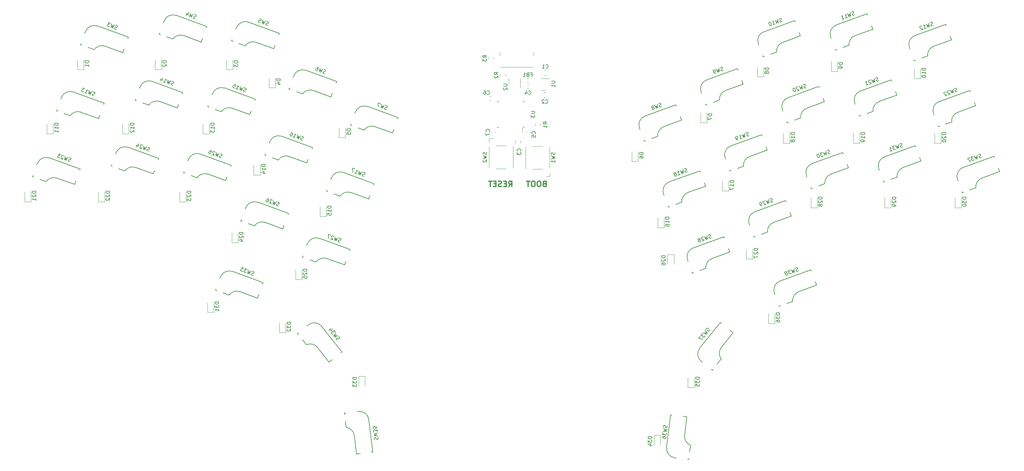
<source format=gbr>
%TF.GenerationSoftware,KiCad,Pcbnew,(7.0.0)*%
%TF.CreationDate,2023-03-04T17:22:36-05:00*%
%TF.ProjectId,pteropus,70746572-6f70-4757-932e-6b696361645f,rev?*%
%TF.SameCoordinates,Original*%
%TF.FileFunction,Legend,Bot*%
%TF.FilePolarity,Positive*%
%FSLAX46Y46*%
G04 Gerber Fmt 4.6, Leading zero omitted, Abs format (unit mm)*
G04 Created by KiCad (PCBNEW (7.0.0)) date 2023-03-04 17:22:36*
%MOMM*%
%LPD*%
G01*
G04 APERTURE LIST*
%ADD10C,0.300000*%
%ADD11C,0.150000*%
%ADD12C,0.120000*%
G04 APERTURE END LIST*
D10*
X-2914285Y-35223571D02*
X-2414285Y-34509285D01*
X-2057142Y-35223571D02*
X-2057142Y-33723571D01*
X-2057142Y-33723571D02*
X-2628571Y-33723571D01*
X-2628571Y-33723571D02*
X-2771428Y-33795000D01*
X-2771428Y-33795000D02*
X-2842857Y-33866428D01*
X-2842857Y-33866428D02*
X-2914285Y-34009285D01*
X-2914285Y-34009285D02*
X-2914285Y-34223571D01*
X-2914285Y-34223571D02*
X-2842857Y-34366428D01*
X-2842857Y-34366428D02*
X-2771428Y-34437857D01*
X-2771428Y-34437857D02*
X-2628571Y-34509285D01*
X-2628571Y-34509285D02*
X-2057142Y-34509285D01*
X-3557142Y-34437857D02*
X-4057142Y-34437857D01*
X-4271428Y-35223571D02*
X-3557142Y-35223571D01*
X-3557142Y-35223571D02*
X-3557142Y-33723571D01*
X-3557142Y-33723571D02*
X-4271428Y-33723571D01*
X-4842857Y-35152142D02*
X-5057143Y-35223571D01*
X-5057143Y-35223571D02*
X-5414285Y-35223571D01*
X-5414285Y-35223571D02*
X-5557143Y-35152142D01*
X-5557143Y-35152142D02*
X-5628571Y-35080714D01*
X-5628571Y-35080714D02*
X-5700000Y-34937857D01*
X-5700000Y-34937857D02*
X-5700000Y-34795000D01*
X-5700000Y-34795000D02*
X-5628571Y-34652142D01*
X-5628571Y-34652142D02*
X-5557143Y-34580714D01*
X-5557143Y-34580714D02*
X-5414285Y-34509285D01*
X-5414285Y-34509285D02*
X-5128571Y-34437857D01*
X-5128571Y-34437857D02*
X-4985714Y-34366428D01*
X-4985714Y-34366428D02*
X-4914285Y-34295000D01*
X-4914285Y-34295000D02*
X-4842857Y-34152142D01*
X-4842857Y-34152142D02*
X-4842857Y-34009285D01*
X-4842857Y-34009285D02*
X-4914285Y-33866428D01*
X-4914285Y-33866428D02*
X-4985714Y-33795000D01*
X-4985714Y-33795000D02*
X-5128571Y-33723571D01*
X-5128571Y-33723571D02*
X-5485714Y-33723571D01*
X-5485714Y-33723571D02*
X-5700000Y-33795000D01*
X-6342856Y-34437857D02*
X-6842856Y-34437857D01*
X-7057142Y-35223571D02*
X-6342856Y-35223571D01*
X-6342856Y-35223571D02*
X-6342856Y-33723571D01*
X-6342856Y-33723571D02*
X-7057142Y-33723571D01*
X-7485714Y-33723571D02*
X-8342857Y-33723571D01*
X-7914285Y-35223571D02*
X-7914285Y-33723571D01*
X6742857Y-34437857D02*
X6528571Y-34509285D01*
X6528571Y-34509285D02*
X6457142Y-34580714D01*
X6457142Y-34580714D02*
X6385714Y-34723571D01*
X6385714Y-34723571D02*
X6385714Y-34937857D01*
X6385714Y-34937857D02*
X6457142Y-35080714D01*
X6457142Y-35080714D02*
X6528571Y-35152142D01*
X6528571Y-35152142D02*
X6671428Y-35223571D01*
X6671428Y-35223571D02*
X7242857Y-35223571D01*
X7242857Y-35223571D02*
X7242857Y-33723571D01*
X7242857Y-33723571D02*
X6742857Y-33723571D01*
X6742857Y-33723571D02*
X6600000Y-33795000D01*
X6600000Y-33795000D02*
X6528571Y-33866428D01*
X6528571Y-33866428D02*
X6457142Y-34009285D01*
X6457142Y-34009285D02*
X6457142Y-34152142D01*
X6457142Y-34152142D02*
X6528571Y-34295000D01*
X6528571Y-34295000D02*
X6600000Y-34366428D01*
X6600000Y-34366428D02*
X6742857Y-34437857D01*
X6742857Y-34437857D02*
X7242857Y-34437857D01*
X5457142Y-33723571D02*
X5171428Y-33723571D01*
X5171428Y-33723571D02*
X5028571Y-33795000D01*
X5028571Y-33795000D02*
X4885714Y-33937857D01*
X4885714Y-33937857D02*
X4814285Y-34223571D01*
X4814285Y-34223571D02*
X4814285Y-34723571D01*
X4814285Y-34723571D02*
X4885714Y-35009285D01*
X4885714Y-35009285D02*
X5028571Y-35152142D01*
X5028571Y-35152142D02*
X5171428Y-35223571D01*
X5171428Y-35223571D02*
X5457142Y-35223571D01*
X5457142Y-35223571D02*
X5600000Y-35152142D01*
X5600000Y-35152142D02*
X5742857Y-35009285D01*
X5742857Y-35009285D02*
X5814285Y-34723571D01*
X5814285Y-34723571D02*
X5814285Y-34223571D01*
X5814285Y-34223571D02*
X5742857Y-33937857D01*
X5742857Y-33937857D02*
X5600000Y-33795000D01*
X5600000Y-33795000D02*
X5457142Y-33723571D01*
X3885713Y-33723571D02*
X3599999Y-33723571D01*
X3599999Y-33723571D02*
X3457142Y-33795000D01*
X3457142Y-33795000D02*
X3314285Y-33937857D01*
X3314285Y-33937857D02*
X3242856Y-34223571D01*
X3242856Y-34223571D02*
X3242856Y-34723571D01*
X3242856Y-34723571D02*
X3314285Y-35009285D01*
X3314285Y-35009285D02*
X3457142Y-35152142D01*
X3457142Y-35152142D02*
X3599999Y-35223571D01*
X3599999Y-35223571D02*
X3885713Y-35223571D01*
X3885713Y-35223571D02*
X4028571Y-35152142D01*
X4028571Y-35152142D02*
X4171428Y-35009285D01*
X4171428Y-35009285D02*
X4242856Y-34723571D01*
X4242856Y-34723571D02*
X4242856Y-34223571D01*
X4242856Y-34223571D02*
X4171428Y-33937857D01*
X4171428Y-33937857D02*
X4028571Y-33795000D01*
X4028571Y-33795000D02*
X3885713Y-33723571D01*
X2814284Y-33723571D02*
X1957142Y-33723571D01*
X2385713Y-35223571D02*
X2385713Y-33723571D01*
D11*
%TO.C,SW19*%
X62205385Y-21354421D02*
X62087430Y-21448028D01*
X62087430Y-21448028D02*
X61863693Y-21529461D01*
X61863693Y-21529461D02*
X61757912Y-21517288D01*
X61757912Y-21517288D02*
X61696878Y-21488827D01*
X61696878Y-21488827D02*
X61619557Y-21415619D01*
X61619557Y-21415619D02*
X61586984Y-21326125D01*
X61586984Y-21326125D02*
X61599158Y-21220343D01*
X61599158Y-21220343D02*
X61627619Y-21159309D01*
X61627619Y-21159309D02*
X61700826Y-21081989D01*
X61700826Y-21081989D02*
X61863529Y-20972095D01*
X61863529Y-20972095D02*
X61936737Y-20894774D01*
X61936737Y-20894774D02*
X61965197Y-20833740D01*
X61965197Y-20833740D02*
X61977371Y-20727959D01*
X61977371Y-20727959D02*
X61944798Y-20638465D01*
X61944798Y-20638465D02*
X61867477Y-20565257D01*
X61867477Y-20565257D02*
X61806443Y-20536796D01*
X61806443Y-20536796D02*
X61700662Y-20524622D01*
X61700662Y-20524622D02*
X61476926Y-20606056D01*
X61476926Y-20606056D02*
X61358971Y-20699663D01*
X61029453Y-20768922D02*
X61147737Y-21790048D01*
X61147737Y-21790048D02*
X60724448Y-21183986D01*
X60724448Y-21183986D02*
X60789759Y-21920342D01*
X60789759Y-21920342D02*
X60224002Y-21062082D01*
X59715824Y-22311222D02*
X60252792Y-22115782D01*
X59984308Y-22213502D02*
X59642288Y-21273809D01*
X59642288Y-21273809D02*
X59780642Y-21375478D01*
X59780642Y-21375478D02*
X59902710Y-21432399D01*
X59902710Y-21432399D02*
X60008492Y-21444573D01*
X59268352Y-22474089D02*
X59089363Y-22539235D01*
X59089363Y-22539235D02*
X58983581Y-22527061D01*
X58983581Y-22527061D02*
X58922548Y-22498601D01*
X58922548Y-22498601D02*
X58784193Y-22396932D01*
X58784193Y-22396932D02*
X58674299Y-22234230D01*
X58674299Y-22234230D02*
X58544006Y-21876252D01*
X58544006Y-21876252D02*
X58556180Y-21770470D01*
X58556180Y-21770470D02*
X58584640Y-21709437D01*
X58584640Y-21709437D02*
X58657848Y-21632116D01*
X58657848Y-21632116D02*
X58836837Y-21566969D01*
X58836837Y-21566969D02*
X58942618Y-21579143D01*
X58942618Y-21579143D02*
X59003652Y-21607604D01*
X59003652Y-21607604D02*
X59080973Y-21680812D01*
X59080973Y-21680812D02*
X59162406Y-21904548D01*
X59162406Y-21904548D02*
X59150232Y-22010329D01*
X59150232Y-22010329D02*
X59121772Y-22071363D01*
X59121772Y-22071363D02*
X59048564Y-22148684D01*
X59048564Y-22148684D02*
X58869575Y-22213830D01*
X58869575Y-22213830D02*
X58763794Y-22201656D01*
X58763794Y-22201656D02*
X58702760Y-22173196D01*
X58702760Y-22173196D02*
X58625439Y-22099988D01*
%TO.C,SW27*%
X-48616592Y-50298208D02*
X-48767121Y-50294095D01*
X-48767121Y-50294095D02*
X-48990857Y-50212662D01*
X-48990857Y-50212662D02*
X-49064065Y-50135341D01*
X-49064065Y-50135341D02*
X-49092526Y-50074307D01*
X-49092526Y-50074307D02*
X-49104700Y-49968526D01*
X-49104700Y-49968526D02*
X-49072126Y-49879032D01*
X-49072126Y-49879032D02*
X-48994806Y-49805824D01*
X-48994806Y-49805824D02*
X-48933772Y-49777363D01*
X-48933772Y-49777363D02*
X-48827990Y-49765189D01*
X-48827990Y-49765189D02*
X-48632715Y-49785589D01*
X-48632715Y-49785589D02*
X-48526933Y-49773415D01*
X-48526933Y-49773415D02*
X-48465900Y-49744954D01*
X-48465900Y-49744954D02*
X-48388579Y-49671746D01*
X-48388579Y-49671746D02*
X-48356006Y-49582252D01*
X-48356006Y-49582252D02*
X-48368179Y-49476471D01*
X-48368179Y-49476471D02*
X-48396640Y-49415437D01*
X-48396640Y-49415437D02*
X-48469848Y-49338116D01*
X-48469848Y-49338116D02*
X-48693584Y-49256683D01*
X-48693584Y-49256683D02*
X-48844113Y-49252570D01*
X-49141057Y-49093816D02*
X-49706813Y-49952075D01*
X-49706813Y-49952075D02*
X-49641502Y-49215719D01*
X-49641502Y-49215719D02*
X-50064792Y-49821782D01*
X-50064792Y-49821782D02*
X-49946508Y-48800656D01*
X-50292312Y-48776144D02*
X-50320773Y-48715110D01*
X-50320773Y-48715110D02*
X-50393980Y-48637789D01*
X-50393980Y-48637789D02*
X-50617717Y-48556356D01*
X-50617717Y-48556356D02*
X-50723498Y-48568530D01*
X-50723498Y-48568530D02*
X-50784532Y-48596990D01*
X-50784532Y-48596990D02*
X-50861852Y-48670198D01*
X-50861852Y-48670198D02*
X-50894426Y-48759693D01*
X-50894426Y-48759693D02*
X-50898539Y-48910221D01*
X-50898539Y-48910221D02*
X-50557011Y-49642628D01*
X-50557011Y-49642628D02*
X-51138726Y-49430902D01*
X-51109937Y-48377202D02*
X-51736398Y-48149189D01*
X-51736398Y-48149189D02*
X-51675693Y-49235461D01*
%TO.C,SW5*%
X-68244066Y8564658D02*
X-68394594Y8568771D01*
X-68394594Y8568771D02*
X-68618330Y8650204D01*
X-68618330Y8650204D02*
X-68691538Y8727525D01*
X-68691538Y8727525D02*
X-68719999Y8788559D01*
X-68719999Y8788559D02*
X-68732173Y8894340D01*
X-68732173Y8894340D02*
X-68699599Y8983834D01*
X-68699599Y8983834D02*
X-68622279Y9057042D01*
X-68622279Y9057042D02*
X-68561245Y9085503D01*
X-68561245Y9085503D02*
X-68455464Y9097677D01*
X-68455464Y9097677D02*
X-68260188Y9077277D01*
X-68260188Y9077277D02*
X-68154407Y9089451D01*
X-68154407Y9089451D02*
X-68093373Y9117912D01*
X-68093373Y9117912D02*
X-68016052Y9191120D01*
X-68016052Y9191120D02*
X-67983479Y9280614D01*
X-67983479Y9280614D02*
X-67995653Y9386395D01*
X-67995653Y9386395D02*
X-68024113Y9447429D01*
X-68024113Y9447429D02*
X-68097321Y9524750D01*
X-68097321Y9524750D02*
X-68321057Y9606183D01*
X-68321057Y9606183D02*
X-68471586Y9610296D01*
X-68768530Y9769050D02*
X-69334287Y8910791D01*
X-69334287Y8910791D02*
X-69268976Y9647147D01*
X-69268976Y9647147D02*
X-69692265Y9041084D01*
X-69692265Y9041084D02*
X-69573981Y10062210D01*
X-70379432Y10355370D02*
X-69931959Y10192504D01*
X-69931959Y10192504D02*
X-70050078Y9728744D01*
X-70050078Y9728744D02*
X-70078539Y9789778D01*
X-70078539Y9789778D02*
X-70151747Y9867099D01*
X-70151747Y9867099D02*
X-70375483Y9948532D01*
X-70375483Y9948532D02*
X-70481264Y9936358D01*
X-70481264Y9936358D02*
X-70542298Y9907898D01*
X-70542298Y9907898D02*
X-70619619Y9834690D01*
X-70619619Y9834690D02*
X-70701052Y9610953D01*
X-70701052Y9610953D02*
X-70688878Y9505172D01*
X-70688878Y9505172D02*
X-70660418Y9444138D01*
X-70660418Y9444138D02*
X-70587210Y9366818D01*
X-70587210Y9366818D02*
X-70363474Y9285384D01*
X-70363474Y9285384D02*
X-70257692Y9297558D01*
X-70257692Y9297558D02*
X-70196659Y9326019D01*
%TO.C,SW18*%
X45501385Y-31158421D02*
X45383430Y-31252028D01*
X45383430Y-31252028D02*
X45159693Y-31333461D01*
X45159693Y-31333461D02*
X45053912Y-31321288D01*
X45053912Y-31321288D02*
X44992878Y-31292827D01*
X44992878Y-31292827D02*
X44915557Y-31219619D01*
X44915557Y-31219619D02*
X44882984Y-31130125D01*
X44882984Y-31130125D02*
X44895158Y-31024343D01*
X44895158Y-31024343D02*
X44923619Y-30963309D01*
X44923619Y-30963309D02*
X44996826Y-30885989D01*
X44996826Y-30885989D02*
X45159529Y-30776095D01*
X45159529Y-30776095D02*
X45232737Y-30698774D01*
X45232737Y-30698774D02*
X45261197Y-30637740D01*
X45261197Y-30637740D02*
X45273371Y-30531959D01*
X45273371Y-30531959D02*
X45240798Y-30442465D01*
X45240798Y-30442465D02*
X45163477Y-30369257D01*
X45163477Y-30369257D02*
X45102443Y-30340796D01*
X45102443Y-30340796D02*
X44996662Y-30328622D01*
X44996662Y-30328622D02*
X44772926Y-30410056D01*
X44772926Y-30410056D02*
X44654971Y-30503663D01*
X44325453Y-30572922D02*
X44443737Y-31594048D01*
X44443737Y-31594048D02*
X44020448Y-30987986D01*
X44020448Y-30987986D02*
X44085759Y-31724342D01*
X44085759Y-31724342D02*
X43520002Y-30866082D01*
X43011824Y-32115222D02*
X43548792Y-31919782D01*
X43280308Y-32017502D02*
X42938288Y-31077809D01*
X42938288Y-31077809D02*
X43076642Y-31179478D01*
X43076642Y-31179478D02*
X43198710Y-31236399D01*
X43198710Y-31236399D02*
X43304492Y-31248573D01*
X42279417Y-31773695D02*
X42352625Y-31696374D01*
X42352625Y-31696374D02*
X42381086Y-31635340D01*
X42381086Y-31635340D02*
X42393259Y-31529559D01*
X42393259Y-31529559D02*
X42376973Y-31484812D01*
X42376973Y-31484812D02*
X42299652Y-31411604D01*
X42299652Y-31411604D02*
X42238618Y-31383143D01*
X42238618Y-31383143D02*
X42132837Y-31370969D01*
X42132837Y-31370969D02*
X41953848Y-31436116D01*
X41953848Y-31436116D02*
X41880640Y-31513437D01*
X41880640Y-31513437D02*
X41852180Y-31574470D01*
X41852180Y-31574470D02*
X41840006Y-31680252D01*
X41840006Y-31680252D02*
X41856292Y-31724999D01*
X41856292Y-31724999D02*
X41933613Y-31798207D01*
X41933613Y-31798207D02*
X41994647Y-31826667D01*
X41994647Y-31826667D02*
X42100428Y-31838841D01*
X42100428Y-31838841D02*
X42279417Y-31773695D01*
X42279417Y-31773695D02*
X42385198Y-31785869D01*
X42385198Y-31785869D02*
X42446232Y-31814329D01*
X42446232Y-31814329D02*
X42523553Y-31887537D01*
X42523553Y-31887537D02*
X42588700Y-32066526D01*
X42588700Y-32066526D02*
X42576526Y-32172307D01*
X42576526Y-32172307D02*
X42548065Y-32233341D01*
X42548065Y-32233341D02*
X42474857Y-32310662D01*
X42474857Y-32310662D02*
X42295868Y-32375809D01*
X42295868Y-32375809D02*
X42190087Y-32363635D01*
X42190087Y-32363635D02*
X42129053Y-32335174D01*
X42129053Y-32335174D02*
X42051732Y-32261966D01*
X42051732Y-32261966D02*
X41986586Y-32082977D01*
X41986586Y-32082977D02*
X41998760Y-31977196D01*
X41998760Y-31977196D02*
X42027220Y-31916162D01*
X42027220Y-31916162D02*
X42100428Y-31838841D01*
%TO.C,SW12*%
X112129385Y8575578D02*
X112011430Y8481971D01*
X112011430Y8481971D02*
X111787693Y8400538D01*
X111787693Y8400538D02*
X111681912Y8412711D01*
X111681912Y8412711D02*
X111620878Y8441172D01*
X111620878Y8441172D02*
X111543557Y8514380D01*
X111543557Y8514380D02*
X111510984Y8603874D01*
X111510984Y8603874D02*
X111523158Y8709656D01*
X111523158Y8709656D02*
X111551619Y8770690D01*
X111551619Y8770690D02*
X111624826Y8848010D01*
X111624826Y8848010D02*
X111787529Y8957904D01*
X111787529Y8957904D02*
X111860737Y9035225D01*
X111860737Y9035225D02*
X111889197Y9096259D01*
X111889197Y9096259D02*
X111901371Y9202040D01*
X111901371Y9202040D02*
X111868798Y9291534D01*
X111868798Y9291534D02*
X111791477Y9364742D01*
X111791477Y9364742D02*
X111730443Y9393203D01*
X111730443Y9393203D02*
X111624662Y9405377D01*
X111624662Y9405377D02*
X111400926Y9323943D01*
X111400926Y9323943D02*
X111282971Y9230336D01*
X110953453Y9161077D02*
X111071737Y8139951D01*
X111071737Y8139951D02*
X110648448Y8746013D01*
X110648448Y8746013D02*
X110713759Y8009657D01*
X110713759Y8009657D02*
X110148002Y8867917D01*
X109639824Y7618777D02*
X110176792Y7814217D01*
X109908308Y7716497D02*
X109566288Y8656190D01*
X109566288Y8656190D02*
X109704642Y8554521D01*
X109704642Y8554521D02*
X109826710Y8497600D01*
X109826710Y8497600D02*
X109932492Y8485426D01*
X108972399Y8338682D02*
X108911366Y8367143D01*
X108911366Y8367143D02*
X108805584Y8379316D01*
X108805584Y8379316D02*
X108581848Y8297883D01*
X108581848Y8297883D02*
X108508640Y8220562D01*
X108508640Y8220562D02*
X108480180Y8159529D01*
X108480180Y8159529D02*
X108468006Y8053747D01*
X108468006Y8053747D02*
X108500579Y7964253D01*
X108500579Y7964253D02*
X108594186Y7846298D01*
X108594186Y7846298D02*
X109326594Y7504771D01*
X109326594Y7504771D02*
X108744879Y7293044D01*
%TO.C,SW10*%
X71197385Y9639578D02*
X71079430Y9545971D01*
X71079430Y9545971D02*
X70855693Y9464538D01*
X70855693Y9464538D02*
X70749912Y9476711D01*
X70749912Y9476711D02*
X70688878Y9505172D01*
X70688878Y9505172D02*
X70611557Y9578380D01*
X70611557Y9578380D02*
X70578984Y9667874D01*
X70578984Y9667874D02*
X70591158Y9773656D01*
X70591158Y9773656D02*
X70619619Y9834690D01*
X70619619Y9834690D02*
X70692826Y9912010D01*
X70692826Y9912010D02*
X70855529Y10021904D01*
X70855529Y10021904D02*
X70928737Y10099225D01*
X70928737Y10099225D02*
X70957197Y10160259D01*
X70957197Y10160259D02*
X70969371Y10266040D01*
X70969371Y10266040D02*
X70936798Y10355534D01*
X70936798Y10355534D02*
X70859477Y10428742D01*
X70859477Y10428742D02*
X70798443Y10457203D01*
X70798443Y10457203D02*
X70692662Y10469377D01*
X70692662Y10469377D02*
X70468926Y10387943D01*
X70468926Y10387943D02*
X70350971Y10294336D01*
X70021453Y10225077D02*
X70139737Y9203951D01*
X70139737Y9203951D02*
X69716448Y9810013D01*
X69716448Y9810013D02*
X69781759Y9073657D01*
X69781759Y9073657D02*
X69216002Y9931917D01*
X68707824Y8682777D02*
X69244792Y8878217D01*
X68976308Y8780497D02*
X68634288Y9720190D01*
X68634288Y9720190D02*
X68772642Y9618521D01*
X68772642Y9618521D02*
X68894710Y9561600D01*
X68894710Y9561600D02*
X69000492Y9549426D01*
X67784090Y9410743D02*
X67694595Y9378170D01*
X67694595Y9378170D02*
X67621387Y9300849D01*
X67621387Y9300849D02*
X67592927Y9239815D01*
X67592927Y9239815D02*
X67580753Y9134034D01*
X67580753Y9134034D02*
X67601152Y8938758D01*
X67601152Y8938758D02*
X67682586Y8715022D01*
X67682586Y8715022D02*
X67792480Y8552319D01*
X67792480Y8552319D02*
X67869800Y8479112D01*
X67869800Y8479112D02*
X67930834Y8450651D01*
X67930834Y8450651D02*
X68036615Y8438477D01*
X68036615Y8438477D02*
X68126110Y8471050D01*
X68126110Y8471050D02*
X68199318Y8548371D01*
X68199318Y8548371D02*
X68227778Y8609405D01*
X68227778Y8609405D02*
X68239952Y8715186D01*
X68239952Y8715186D02*
X68219553Y8910462D01*
X68219553Y8910462D02*
X68138120Y9134198D01*
X68138120Y9134198D02*
X68028226Y9296901D01*
X68028226Y9296901D02*
X67950905Y9370109D01*
X67950905Y9370109D02*
X67889871Y9398569D01*
X67889871Y9398569D02*
X67784090Y9410743D01*
%TO.C,SW11*%
X90808385Y11456578D02*
X90690430Y11362971D01*
X90690430Y11362971D02*
X90466693Y11281538D01*
X90466693Y11281538D02*
X90360912Y11293711D01*
X90360912Y11293711D02*
X90299878Y11322172D01*
X90299878Y11322172D02*
X90222557Y11395380D01*
X90222557Y11395380D02*
X90189984Y11484874D01*
X90189984Y11484874D02*
X90202158Y11590656D01*
X90202158Y11590656D02*
X90230619Y11651690D01*
X90230619Y11651690D02*
X90303826Y11729010D01*
X90303826Y11729010D02*
X90466529Y11838904D01*
X90466529Y11838904D02*
X90539737Y11916225D01*
X90539737Y11916225D02*
X90568197Y11977259D01*
X90568197Y11977259D02*
X90580371Y12083040D01*
X90580371Y12083040D02*
X90547798Y12172534D01*
X90547798Y12172534D02*
X90470477Y12245742D01*
X90470477Y12245742D02*
X90409443Y12274203D01*
X90409443Y12274203D02*
X90303662Y12286377D01*
X90303662Y12286377D02*
X90079926Y12204943D01*
X90079926Y12204943D02*
X89961971Y12111336D01*
X89632453Y12042077D02*
X89750737Y11020951D01*
X89750737Y11020951D02*
X89327448Y11627013D01*
X89327448Y11627013D02*
X89392759Y10890657D01*
X89392759Y10890657D02*
X88827002Y11748917D01*
X88318824Y10499777D02*
X88855792Y10695217D01*
X88587308Y10597497D02*
X88245288Y11537190D01*
X88245288Y11537190D02*
X88383642Y11435521D01*
X88383642Y11435521D02*
X88505710Y11378600D01*
X88505710Y11378600D02*
X88611492Y11366426D01*
X87423879Y10174044D02*
X87960846Y10369484D01*
X87692363Y10271764D02*
X87350343Y11211456D01*
X87350343Y11211456D02*
X87488697Y11109788D01*
X87488697Y11109788D02*
X87610765Y11052867D01*
X87610765Y11052867D02*
X87716546Y11040693D01*
%TO.C,SW16*%
X-58805592Y-22592208D02*
X-58956121Y-22588095D01*
X-58956121Y-22588095D02*
X-59179857Y-22506662D01*
X-59179857Y-22506662D02*
X-59253065Y-22429341D01*
X-59253065Y-22429341D02*
X-59281526Y-22368307D01*
X-59281526Y-22368307D02*
X-59293700Y-22262526D01*
X-59293700Y-22262526D02*
X-59261126Y-22173032D01*
X-59261126Y-22173032D02*
X-59183806Y-22099824D01*
X-59183806Y-22099824D02*
X-59122772Y-22071363D01*
X-59122772Y-22071363D02*
X-59016990Y-22059189D01*
X-59016990Y-22059189D02*
X-58821715Y-22079589D01*
X-58821715Y-22079589D02*
X-58715933Y-22067415D01*
X-58715933Y-22067415D02*
X-58654900Y-22038954D01*
X-58654900Y-22038954D02*
X-58577579Y-21965746D01*
X-58577579Y-21965746D02*
X-58545006Y-21876252D01*
X-58545006Y-21876252D02*
X-58557179Y-21770471D01*
X-58557179Y-21770471D02*
X-58585640Y-21709437D01*
X-58585640Y-21709437D02*
X-58658848Y-21632116D01*
X-58658848Y-21632116D02*
X-58882584Y-21550683D01*
X-58882584Y-21550683D02*
X-59033113Y-21546570D01*
X-59330057Y-21387816D02*
X-59895813Y-22246075D01*
X-59895813Y-22246075D02*
X-59830502Y-21509719D01*
X-59830502Y-21509719D02*
X-60253792Y-22115782D01*
X-60253792Y-22115782D02*
X-60135508Y-21094656D01*
X-61327726Y-21724902D02*
X-60790759Y-21920342D01*
X-61059242Y-21822622D02*
X-60717222Y-20882929D01*
X-60717222Y-20882929D02*
X-60676588Y-21049744D01*
X-60676588Y-21049744D02*
X-60619666Y-21171812D01*
X-60619666Y-21171812D02*
X-60546459Y-21249133D01*
X-61791157Y-20492049D02*
X-61612168Y-20557196D01*
X-61612168Y-20557196D02*
X-61538960Y-20634516D01*
X-61538960Y-20634516D02*
X-61510499Y-20695550D01*
X-61510499Y-20695550D02*
X-61469865Y-20862365D01*
X-61469865Y-20862365D02*
X-61490264Y-21057641D01*
X-61490264Y-21057641D02*
X-61620557Y-21415619D01*
X-61620557Y-21415619D02*
X-61697878Y-21488827D01*
X-61697878Y-21488827D02*
X-61758912Y-21517288D01*
X-61758912Y-21517288D02*
X-61864693Y-21529461D01*
X-61864693Y-21529461D02*
X-62043682Y-21464315D01*
X-62043682Y-21464315D02*
X-62116890Y-21386994D01*
X-62116890Y-21386994D02*
X-62145351Y-21325960D01*
X-62145351Y-21325960D02*
X-62157525Y-21220179D01*
X-62157525Y-21220179D02*
X-62076091Y-20996443D01*
X-62076091Y-20996443D02*
X-61998771Y-20923235D01*
X-61998771Y-20923235D02*
X-61937737Y-20894774D01*
X-61937737Y-20894774D02*
X-61831955Y-20882600D01*
X-61831955Y-20882600D02*
X-61652966Y-20947747D01*
X-61652966Y-20947747D02*
X-61579759Y-21025068D01*
X-61579759Y-21025068D02*
X-61551298Y-21086102D01*
X-61551298Y-21086102D02*
X-61539124Y-21191883D01*
%TO.C,SW4*%
X-87856066Y10381658D02*
X-88006594Y10385771D01*
X-88006594Y10385771D02*
X-88230330Y10467204D01*
X-88230330Y10467204D02*
X-88303538Y10544525D01*
X-88303538Y10544525D02*
X-88331999Y10605559D01*
X-88331999Y10605559D02*
X-88344173Y10711340D01*
X-88344173Y10711340D02*
X-88311599Y10800834D01*
X-88311599Y10800834D02*
X-88234279Y10874042D01*
X-88234279Y10874042D02*
X-88173245Y10902503D01*
X-88173245Y10902503D02*
X-88067464Y10914677D01*
X-88067464Y10914677D02*
X-87872188Y10894277D01*
X-87872188Y10894277D02*
X-87766407Y10906451D01*
X-87766407Y10906451D02*
X-87705373Y10934912D01*
X-87705373Y10934912D02*
X-87628052Y11008120D01*
X-87628052Y11008120D02*
X-87595479Y11097614D01*
X-87595479Y11097614D02*
X-87607653Y11203395D01*
X-87607653Y11203395D02*
X-87636113Y11264429D01*
X-87636113Y11264429D02*
X-87709321Y11341750D01*
X-87709321Y11341750D02*
X-87933057Y11423183D01*
X-87933057Y11423183D02*
X-88083586Y11427296D01*
X-88380530Y11586050D02*
X-88946287Y10727791D01*
X-88946287Y10727791D02*
X-88880976Y11464147D01*
X-88880976Y11464147D02*
X-89304265Y10858084D01*
X-89304265Y10858084D02*
X-89185981Y11879210D01*
X-90060691Y11842853D02*
X-90288705Y11216391D01*
X-89706661Y12119398D02*
X-89727225Y11366755D01*
X-89727225Y11366755D02*
X-90308940Y11578482D01*
%TO.C,SW14*%
X-93923592Y-7682208D02*
X-94074121Y-7678095D01*
X-94074121Y-7678095D02*
X-94297857Y-7596662D01*
X-94297857Y-7596662D02*
X-94371065Y-7519341D01*
X-94371065Y-7519341D02*
X-94399526Y-7458307D01*
X-94399526Y-7458307D02*
X-94411700Y-7352526D01*
X-94411700Y-7352526D02*
X-94379126Y-7263032D01*
X-94379126Y-7263032D02*
X-94301806Y-7189824D01*
X-94301806Y-7189824D02*
X-94240772Y-7161363D01*
X-94240772Y-7161363D02*
X-94134990Y-7149189D01*
X-94134990Y-7149189D02*
X-93939715Y-7169589D01*
X-93939715Y-7169589D02*
X-93833933Y-7157415D01*
X-93833933Y-7157415D02*
X-93772900Y-7128954D01*
X-93772900Y-7128954D02*
X-93695579Y-7055746D01*
X-93695579Y-7055746D02*
X-93663006Y-6966252D01*
X-93663006Y-6966252D02*
X-93675179Y-6860471D01*
X-93675179Y-6860471D02*
X-93703640Y-6799437D01*
X-93703640Y-6799437D02*
X-93776848Y-6722116D01*
X-93776848Y-6722116D02*
X-94000584Y-6640683D01*
X-94000584Y-6640683D02*
X-94151113Y-6636570D01*
X-94448057Y-6477816D02*
X-95013813Y-7336075D01*
X-95013813Y-7336075D02*
X-94948502Y-6599719D01*
X-94948502Y-6599719D02*
X-95371792Y-7205782D01*
X-95371792Y-7205782D02*
X-95253508Y-6184656D01*
X-96445726Y-6814902D02*
X-95908759Y-7010342D01*
X-96177242Y-6912622D02*
X-95835222Y-5972929D01*
X-95835222Y-5972929D02*
X-95794588Y-6139744D01*
X-95794588Y-6139744D02*
X-95737666Y-6261812D01*
X-95737666Y-6261812D02*
X-95664459Y-6339133D01*
X-97023163Y-5895280D02*
X-97251177Y-6521741D01*
X-96669134Y-5618735D02*
X-96689697Y-6371377D01*
X-96689697Y-6371377D02*
X-97271412Y-6159651D01*
%TO.C,SW25*%
X-80827592Y-27400208D02*
X-80978121Y-27396095D01*
X-80978121Y-27396095D02*
X-81201857Y-27314662D01*
X-81201857Y-27314662D02*
X-81275065Y-27237341D01*
X-81275065Y-27237341D02*
X-81303526Y-27176307D01*
X-81303526Y-27176307D02*
X-81315700Y-27070526D01*
X-81315700Y-27070526D02*
X-81283126Y-26981032D01*
X-81283126Y-26981032D02*
X-81205806Y-26907824D01*
X-81205806Y-26907824D02*
X-81144772Y-26879363D01*
X-81144772Y-26879363D02*
X-81038990Y-26867189D01*
X-81038990Y-26867189D02*
X-80843715Y-26887589D01*
X-80843715Y-26887589D02*
X-80737933Y-26875415D01*
X-80737933Y-26875415D02*
X-80676900Y-26846954D01*
X-80676900Y-26846954D02*
X-80599579Y-26773746D01*
X-80599579Y-26773746D02*
X-80567006Y-26684252D01*
X-80567006Y-26684252D02*
X-80579179Y-26578471D01*
X-80579179Y-26578471D02*
X-80607640Y-26517437D01*
X-80607640Y-26517437D02*
X-80680848Y-26440116D01*
X-80680848Y-26440116D02*
X-80904584Y-26358683D01*
X-80904584Y-26358683D02*
X-81055113Y-26354570D01*
X-81352057Y-26195816D02*
X-81917813Y-27054075D01*
X-81917813Y-27054075D02*
X-81852502Y-26317719D01*
X-81852502Y-26317719D02*
X-82275792Y-26923782D01*
X-82275792Y-26923782D02*
X-82157508Y-25902656D01*
X-82503312Y-25878144D02*
X-82531773Y-25817110D01*
X-82531773Y-25817110D02*
X-82604980Y-25739789D01*
X-82604980Y-25739789D02*
X-82828717Y-25658356D01*
X-82828717Y-25658356D02*
X-82934498Y-25670530D01*
X-82934498Y-25670530D02*
X-82995532Y-25698990D01*
X-82995532Y-25698990D02*
X-83072852Y-25772198D01*
X-83072852Y-25772198D02*
X-83105426Y-25861693D01*
X-83105426Y-25861693D02*
X-83109539Y-26012221D01*
X-83109539Y-26012221D02*
X-82768011Y-26744628D01*
X-82768011Y-26744628D02*
X-83349726Y-26532902D01*
X-83857904Y-25283762D02*
X-83410431Y-25446629D01*
X-83410431Y-25446629D02*
X-83528551Y-25910388D01*
X-83528551Y-25910388D02*
X-83557011Y-25849354D01*
X-83557011Y-25849354D02*
X-83630219Y-25772034D01*
X-83630219Y-25772034D02*
X-83853955Y-25690600D01*
X-83853955Y-25690600D02*
X-83959737Y-25702774D01*
X-83959737Y-25702774D02*
X-84020771Y-25731235D01*
X-84020771Y-25731235D02*
X-84098091Y-25804443D01*
X-84098091Y-25804443D02*
X-84179525Y-26028179D01*
X-84179525Y-26028179D02*
X-84167351Y-26133960D01*
X-84167351Y-26133960D02*
X-84138890Y-26194994D01*
X-84138890Y-26194994D02*
X-84065682Y-26272315D01*
X-84065682Y-26272315D02*
X-83841946Y-26353748D01*
X-83841946Y-26353748D02*
X-83736165Y-26341574D01*
X-83736165Y-26341574D02*
X-83675131Y-26313114D01*
%TO.C,SW8*%
X38538912Y-13420288D02*
X38420956Y-13513895D01*
X38420956Y-13513895D02*
X38197220Y-13595328D01*
X38197220Y-13595328D02*
X38091439Y-13583154D01*
X38091439Y-13583154D02*
X38030405Y-13554694D01*
X38030405Y-13554694D02*
X37953084Y-13481486D01*
X37953084Y-13481486D02*
X37920511Y-13391991D01*
X37920511Y-13391991D02*
X37932685Y-13286210D01*
X37932685Y-13286210D02*
X37961145Y-13225176D01*
X37961145Y-13225176D02*
X38034353Y-13147856D01*
X38034353Y-13147856D02*
X38197056Y-13037962D01*
X38197056Y-13037962D02*
X38270264Y-12960641D01*
X38270264Y-12960641D02*
X38298724Y-12899607D01*
X38298724Y-12899607D02*
X38310898Y-12793826D01*
X38310898Y-12793826D02*
X38278325Y-12704331D01*
X38278325Y-12704331D02*
X38201004Y-12631124D01*
X38201004Y-12631124D02*
X38139970Y-12602663D01*
X38139970Y-12602663D02*
X38034189Y-12590489D01*
X38034189Y-12590489D02*
X37810453Y-12671922D01*
X37810453Y-12671922D02*
X37692498Y-12765530D01*
X37362980Y-12834789D02*
X37481264Y-13855915D01*
X37481264Y-13855915D02*
X37057975Y-13249853D01*
X37057975Y-13249853D02*
X37123286Y-13986209D01*
X37123286Y-13986209D02*
X36557529Y-13127949D01*
X36211889Y-13709828D02*
X36285097Y-13632507D01*
X36285097Y-13632507D02*
X36313558Y-13571474D01*
X36313558Y-13571474D02*
X36325732Y-13465692D01*
X36325732Y-13465692D02*
X36309445Y-13420945D01*
X36309445Y-13420945D02*
X36232124Y-13347737D01*
X36232124Y-13347737D02*
X36171090Y-13319277D01*
X36171090Y-13319277D02*
X36065309Y-13307103D01*
X36065309Y-13307103D02*
X35886320Y-13372249D01*
X35886320Y-13372249D02*
X35813112Y-13449570D01*
X35813112Y-13449570D02*
X35784652Y-13510604D01*
X35784652Y-13510604D02*
X35772478Y-13616385D01*
X35772478Y-13616385D02*
X35788765Y-13661132D01*
X35788765Y-13661132D02*
X35866085Y-13734340D01*
X35866085Y-13734340D02*
X35927119Y-13762801D01*
X35927119Y-13762801D02*
X36032900Y-13774975D01*
X36032900Y-13774975D02*
X36211889Y-13709828D01*
X36211889Y-13709828D02*
X36317671Y-13722002D01*
X36317671Y-13722002D02*
X36378704Y-13750463D01*
X36378704Y-13750463D02*
X36456025Y-13823670D01*
X36456025Y-13823670D02*
X36521172Y-14002660D01*
X36521172Y-14002660D02*
X36508998Y-14108441D01*
X36508998Y-14108441D02*
X36480537Y-14169475D01*
X36480537Y-14169475D02*
X36407329Y-14246795D01*
X36407329Y-14246795D02*
X36228340Y-14311942D01*
X36228340Y-14311942D02*
X36122559Y-14299768D01*
X36122559Y-14299768D02*
X36061525Y-14271307D01*
X36061525Y-14271307D02*
X35984205Y-14198100D01*
X35984205Y-14198100D02*
X35919058Y-14019111D01*
X35919058Y-14019111D02*
X35931232Y-13913329D01*
X35931232Y-13913329D02*
X35959692Y-13852295D01*
X35959692Y-13852295D02*
X36032900Y-13774975D01*
%TO.C,SW15*%
X-74280592Y-9499208D02*
X-74431121Y-9495095D01*
X-74431121Y-9495095D02*
X-74654857Y-9413662D01*
X-74654857Y-9413662D02*
X-74728065Y-9336341D01*
X-74728065Y-9336341D02*
X-74756526Y-9275307D01*
X-74756526Y-9275307D02*
X-74768700Y-9169526D01*
X-74768700Y-9169526D02*
X-74736126Y-9080032D01*
X-74736126Y-9080032D02*
X-74658806Y-9006824D01*
X-74658806Y-9006824D02*
X-74597772Y-8978363D01*
X-74597772Y-8978363D02*
X-74491990Y-8966189D01*
X-74491990Y-8966189D02*
X-74296715Y-8986589D01*
X-74296715Y-8986589D02*
X-74190933Y-8974415D01*
X-74190933Y-8974415D02*
X-74129900Y-8945954D01*
X-74129900Y-8945954D02*
X-74052579Y-8872746D01*
X-74052579Y-8872746D02*
X-74020006Y-8783252D01*
X-74020006Y-8783252D02*
X-74032179Y-8677471D01*
X-74032179Y-8677471D02*
X-74060640Y-8616437D01*
X-74060640Y-8616437D02*
X-74133848Y-8539116D01*
X-74133848Y-8539116D02*
X-74357584Y-8457683D01*
X-74357584Y-8457683D02*
X-74508113Y-8453570D01*
X-74805057Y-8294816D02*
X-75370813Y-9153075D01*
X-75370813Y-9153075D02*
X-75305502Y-8416719D01*
X-75305502Y-8416719D02*
X-75728792Y-9022782D01*
X-75728792Y-9022782D02*
X-75610508Y-8001656D01*
X-76802726Y-8631902D02*
X-76265759Y-8827342D01*
X-76534242Y-8729622D02*
X-76192222Y-7789929D01*
X-76192222Y-7789929D02*
X-76151588Y-7956744D01*
X-76151588Y-7956744D02*
X-76094666Y-8078812D01*
X-76094666Y-8078812D02*
X-76021459Y-8156133D01*
X-77310904Y-7382762D02*
X-76863431Y-7545629D01*
X-76863431Y-7545629D02*
X-76981551Y-8009388D01*
X-76981551Y-8009388D02*
X-77010011Y-7948354D01*
X-77010011Y-7948354D02*
X-77083219Y-7871034D01*
X-77083219Y-7871034D02*
X-77306955Y-7789600D01*
X-77306955Y-7789600D02*
X-77412737Y-7801774D01*
X-77412737Y-7801774D02*
X-77473771Y-7830235D01*
X-77473771Y-7830235D02*
X-77551091Y-7903443D01*
X-77551091Y-7903443D02*
X-77632525Y-8127179D01*
X-77632525Y-8127179D02*
X-77620351Y-8232960D01*
X-77620351Y-8232960D02*
X-77591890Y-8293994D01*
X-77591890Y-8293994D02*
X-77518682Y-8371315D01*
X-77518682Y-8371315D02*
X-77294946Y-8452748D01*
X-77294946Y-8452748D02*
X-77189165Y-8440574D01*
X-77189165Y-8440574D02*
X-77128131Y-8412114D01*
%TO.C,SW28*%
X52017385Y-49060421D02*
X51899430Y-49154028D01*
X51899430Y-49154028D02*
X51675693Y-49235461D01*
X51675693Y-49235461D02*
X51569912Y-49223288D01*
X51569912Y-49223288D02*
X51508878Y-49194827D01*
X51508878Y-49194827D02*
X51431557Y-49121619D01*
X51431557Y-49121619D02*
X51398984Y-49032125D01*
X51398984Y-49032125D02*
X51411158Y-48926343D01*
X51411158Y-48926343D02*
X51439619Y-48865309D01*
X51439619Y-48865309D02*
X51512826Y-48787989D01*
X51512826Y-48787989D02*
X51675529Y-48678095D01*
X51675529Y-48678095D02*
X51748737Y-48600774D01*
X51748737Y-48600774D02*
X51777197Y-48539740D01*
X51777197Y-48539740D02*
X51789371Y-48433959D01*
X51789371Y-48433959D02*
X51756798Y-48344465D01*
X51756798Y-48344465D02*
X51679477Y-48271257D01*
X51679477Y-48271257D02*
X51618443Y-48242796D01*
X51618443Y-48242796D02*
X51512662Y-48230622D01*
X51512662Y-48230622D02*
X51288926Y-48312056D01*
X51288926Y-48312056D02*
X51170971Y-48405663D01*
X50841453Y-48474922D02*
X50959737Y-49496048D01*
X50959737Y-49496048D02*
X50536448Y-48889986D01*
X50536448Y-48889986D02*
X50601759Y-49626342D01*
X50601759Y-49626342D02*
X50036002Y-48768082D01*
X49755345Y-48971584D02*
X49694311Y-48943123D01*
X49694311Y-48943123D02*
X49588530Y-48930949D01*
X49588530Y-48930949D02*
X49364793Y-49012382D01*
X49364793Y-49012382D02*
X49291586Y-49089703D01*
X49291586Y-49089703D02*
X49263125Y-49150737D01*
X49263125Y-49150737D02*
X49250951Y-49256518D01*
X49250951Y-49256518D02*
X49283524Y-49346013D01*
X49283524Y-49346013D02*
X49377132Y-49463968D01*
X49377132Y-49463968D02*
X50109539Y-49805495D01*
X50109539Y-49805495D02*
X49527824Y-50017222D01*
X48795417Y-49675695D02*
X48868625Y-49598374D01*
X48868625Y-49598374D02*
X48897086Y-49537340D01*
X48897086Y-49537340D02*
X48909259Y-49431559D01*
X48909259Y-49431559D02*
X48892973Y-49386812D01*
X48892973Y-49386812D02*
X48815652Y-49313604D01*
X48815652Y-49313604D02*
X48754618Y-49285143D01*
X48754618Y-49285143D02*
X48648837Y-49272969D01*
X48648837Y-49272969D02*
X48469848Y-49338116D01*
X48469848Y-49338116D02*
X48396640Y-49415437D01*
X48396640Y-49415437D02*
X48368180Y-49476470D01*
X48368180Y-49476470D02*
X48356006Y-49582252D01*
X48356006Y-49582252D02*
X48372292Y-49626999D01*
X48372292Y-49626999D02*
X48449613Y-49700207D01*
X48449613Y-49700207D02*
X48510647Y-49728667D01*
X48510647Y-49728667D02*
X48616428Y-49740841D01*
X48616428Y-49740841D02*
X48795417Y-49675695D01*
X48795417Y-49675695D02*
X48901198Y-49687869D01*
X48901198Y-49687869D02*
X48962232Y-49716329D01*
X48962232Y-49716329D02*
X49039553Y-49789537D01*
X49039553Y-49789537D02*
X49104700Y-49968526D01*
X49104700Y-49968526D02*
X49092526Y-50074307D01*
X49092526Y-50074307D02*
X49064065Y-50135341D01*
X49064065Y-50135341D02*
X48990857Y-50212662D01*
X48990857Y-50212662D02*
X48811868Y-50277809D01*
X48811868Y-50277809D02*
X48706087Y-50265635D01*
X48706087Y-50265635D02*
X48645053Y-50237174D01*
X48645053Y-50237174D02*
X48567732Y-50163966D01*
X48567732Y-50163966D02*
X48502586Y-49984977D01*
X48502586Y-49984977D02*
X48514760Y-49879196D01*
X48514760Y-49879196D02*
X48543220Y-49818162D01*
X48543220Y-49818162D02*
X48616428Y-49740841D01*
%TO.C,SW3*%
X-109177064Y7500662D02*
X-109327592Y7504775D01*
X-109327592Y7504775D02*
X-109551328Y7586208D01*
X-109551328Y7586208D02*
X-109624536Y7663529D01*
X-109624536Y7663529D02*
X-109652997Y7724563D01*
X-109652997Y7724563D02*
X-109665171Y7830344D01*
X-109665171Y7830344D02*
X-109632597Y7919838D01*
X-109632597Y7919838D02*
X-109555277Y7993046D01*
X-109555277Y7993046D02*
X-109494243Y8021507D01*
X-109494243Y8021507D02*
X-109388462Y8033681D01*
X-109388462Y8033681D02*
X-109193186Y8013281D01*
X-109193186Y8013281D02*
X-109087405Y8025455D01*
X-109087405Y8025455D02*
X-109026371Y8053916D01*
X-109026371Y8053916D02*
X-108949050Y8127124D01*
X-108949050Y8127124D02*
X-108916477Y8216618D01*
X-108916477Y8216618D02*
X-108928651Y8322399D01*
X-108928651Y8322399D02*
X-108957111Y8383433D01*
X-108957111Y8383433D02*
X-109030319Y8460754D01*
X-109030319Y8460754D02*
X-109254055Y8542187D01*
X-109254055Y8542187D02*
X-109404584Y8546300D01*
X-109701528Y8705054D02*
X-110267285Y7846795D01*
X-110267285Y7846795D02*
X-110201974Y8583151D01*
X-110201974Y8583151D02*
X-110625263Y7977088D01*
X-110625263Y7977088D02*
X-110506979Y8998214D01*
X-110775462Y9095934D02*
X-111357177Y9307661D01*
X-111357177Y9307661D02*
X-111174239Y8835676D01*
X-111174239Y8835676D02*
X-111308481Y8884536D01*
X-111308481Y8884536D02*
X-111414262Y8872362D01*
X-111414262Y8872362D02*
X-111475296Y8843902D01*
X-111475296Y8843902D02*
X-111552617Y8770694D01*
X-111552617Y8770694D02*
X-111634050Y8546957D01*
X-111634050Y8546957D02*
X-111621876Y8441176D01*
X-111621876Y8441176D02*
X-111593416Y8380142D01*
X-111593416Y8380142D02*
X-111520208Y8302822D01*
X-111520208Y8302822D02*
X-111251724Y8205102D01*
X-111251724Y8205102D02*
X-111145943Y8217276D01*
X-111145943Y8217276D02*
X-111084909Y8245736D01*
%TO.C,SW20*%
X77712385Y-8261421D02*
X77594430Y-8355028D01*
X77594430Y-8355028D02*
X77370693Y-8436461D01*
X77370693Y-8436461D02*
X77264912Y-8424288D01*
X77264912Y-8424288D02*
X77203878Y-8395827D01*
X77203878Y-8395827D02*
X77126557Y-8322619D01*
X77126557Y-8322619D02*
X77093984Y-8233125D01*
X77093984Y-8233125D02*
X77106158Y-8127343D01*
X77106158Y-8127343D02*
X77134619Y-8066309D01*
X77134619Y-8066309D02*
X77207826Y-7988989D01*
X77207826Y-7988989D02*
X77370529Y-7879095D01*
X77370529Y-7879095D02*
X77443737Y-7801774D01*
X77443737Y-7801774D02*
X77472197Y-7740740D01*
X77472197Y-7740740D02*
X77484371Y-7634959D01*
X77484371Y-7634959D02*
X77451798Y-7545465D01*
X77451798Y-7545465D02*
X77374477Y-7472257D01*
X77374477Y-7472257D02*
X77313443Y-7443796D01*
X77313443Y-7443796D02*
X77207662Y-7431622D01*
X77207662Y-7431622D02*
X76983926Y-7513056D01*
X76983926Y-7513056D02*
X76865971Y-7606663D01*
X76536453Y-7675922D02*
X76654737Y-8697048D01*
X76654737Y-8697048D02*
X76231448Y-8090986D01*
X76231448Y-8090986D02*
X76296759Y-8827342D01*
X76296759Y-8827342D02*
X75731002Y-7969082D01*
X75450345Y-8172584D02*
X75389311Y-8144123D01*
X75389311Y-8144123D02*
X75283530Y-8131949D01*
X75283530Y-8131949D02*
X75059793Y-8213382D01*
X75059793Y-8213382D02*
X74986586Y-8290703D01*
X74986586Y-8290703D02*
X74958125Y-8351737D01*
X74958125Y-8351737D02*
X74945951Y-8457518D01*
X74945951Y-8457518D02*
X74978524Y-8547013D01*
X74978524Y-8547013D02*
X75072132Y-8664968D01*
X75072132Y-8664968D02*
X75804539Y-9006495D01*
X75804539Y-9006495D02*
X75222824Y-9218222D01*
X74299090Y-8490256D02*
X74209595Y-8522829D01*
X74209595Y-8522829D02*
X74136387Y-8600150D01*
X74136387Y-8600150D02*
X74107927Y-8661184D01*
X74107927Y-8661184D02*
X74095753Y-8766965D01*
X74095753Y-8766965D02*
X74116152Y-8962241D01*
X74116152Y-8962241D02*
X74197586Y-9185977D01*
X74197586Y-9185977D02*
X74307480Y-9348680D01*
X74307480Y-9348680D02*
X74384800Y-9421887D01*
X74384800Y-9421887D02*
X74445834Y-9450348D01*
X74445834Y-9450348D02*
X74551615Y-9462522D01*
X74551615Y-9462522D02*
X74641110Y-9429949D01*
X74641110Y-9429949D02*
X74714318Y-9352628D01*
X74714318Y-9352628D02*
X74742778Y-9291594D01*
X74742778Y-9291594D02*
X74754952Y-9185813D01*
X74754952Y-9185813D02*
X74734553Y-8990537D01*
X74734553Y-8990537D02*
X74653120Y-8766801D01*
X74653120Y-8766801D02*
X74543226Y-8604098D01*
X74543226Y-8604098D02*
X74465905Y-8530890D01*
X74465905Y-8530890D02*
X74404871Y-8502430D01*
X74404871Y-8502430D02*
X74299090Y-8490256D01*
%TO.C,SW34*%
X-49361837Y-76942874D02*
X-49487905Y-76860519D01*
X-49487905Y-76860519D02*
X-49635830Y-76673951D01*
X-49635830Y-76673951D02*
X-49657687Y-76569739D01*
X-49657687Y-76569739D02*
X-49649958Y-76502840D01*
X-49649958Y-76502840D02*
X-49604916Y-76406357D01*
X-49604916Y-76406357D02*
X-49530289Y-76347187D01*
X-49530289Y-76347187D02*
X-49426077Y-76325330D01*
X-49426077Y-76325330D02*
X-49359178Y-76333059D01*
X-49359178Y-76333059D02*
X-49262695Y-76378101D01*
X-49262695Y-76378101D02*
X-49107041Y-76497770D01*
X-49107041Y-76497770D02*
X-49010558Y-76542812D01*
X-49010558Y-76542812D02*
X-48943659Y-76550541D01*
X-48943659Y-76550541D02*
X-48839447Y-76528685D01*
X-48839447Y-76528685D02*
X-48764820Y-76469515D01*
X-48764820Y-76469515D02*
X-48719778Y-76373031D01*
X-48719778Y-76373031D02*
X-48712049Y-76306133D01*
X-48712049Y-76306133D02*
X-48733905Y-76201921D01*
X-48733905Y-76201921D02*
X-48881830Y-76015353D01*
X-48881830Y-76015353D02*
X-49007899Y-75932997D01*
X-49177680Y-75642217D02*
X-50109190Y-76076934D01*
X-50109190Y-76076934D02*
X-49667826Y-75483905D01*
X-49667826Y-75483905D02*
X-50345870Y-75778425D01*
X-50345870Y-75778425D02*
X-49710210Y-74970573D01*
X-49887720Y-74746691D02*
X-50272324Y-74261615D01*
X-50272324Y-74261615D02*
X-50363738Y-74759490D01*
X-50363738Y-74759490D02*
X-50452493Y-74647549D01*
X-50452493Y-74647549D02*
X-50548976Y-74602507D01*
X-50548976Y-74602507D02*
X-50615875Y-74594778D01*
X-50615875Y-74594778D02*
X-50720087Y-74616635D01*
X-50720087Y-74616635D02*
X-50906655Y-74764559D01*
X-50906655Y-74764559D02*
X-50951697Y-74861043D01*
X-50951697Y-74861043D02*
X-50959426Y-74927942D01*
X-50959426Y-74927942D02*
X-50937569Y-75032154D01*
X-50937569Y-75032154D02*
X-50760059Y-75256035D01*
X-50760059Y-75256035D02*
X-50663576Y-75301077D01*
X-50663576Y-75301077D02*
X-50596677Y-75308806D01*
X-51066049Y-73797065D02*
X-51588439Y-74211255D01*
X-50619615Y-73746953D02*
X-51031394Y-74377296D01*
X-51031394Y-74377296D02*
X-51415999Y-73892219D01*
%TO.C,SW38*%
X75561385Y-58049421D02*
X75443430Y-58143028D01*
X75443430Y-58143028D02*
X75219693Y-58224461D01*
X75219693Y-58224461D02*
X75113912Y-58212288D01*
X75113912Y-58212288D02*
X75052878Y-58183827D01*
X75052878Y-58183827D02*
X74975557Y-58110619D01*
X74975557Y-58110619D02*
X74942984Y-58021125D01*
X74942984Y-58021125D02*
X74955158Y-57915343D01*
X74955158Y-57915343D02*
X74983619Y-57854309D01*
X74983619Y-57854309D02*
X75056826Y-57776989D01*
X75056826Y-57776989D02*
X75219529Y-57667095D01*
X75219529Y-57667095D02*
X75292737Y-57589774D01*
X75292737Y-57589774D02*
X75321197Y-57528740D01*
X75321197Y-57528740D02*
X75333371Y-57422959D01*
X75333371Y-57422959D02*
X75300798Y-57333465D01*
X75300798Y-57333465D02*
X75223477Y-57260257D01*
X75223477Y-57260257D02*
X75162443Y-57231796D01*
X75162443Y-57231796D02*
X75056662Y-57219622D01*
X75056662Y-57219622D02*
X74832926Y-57301056D01*
X74832926Y-57301056D02*
X74714971Y-57394663D01*
X74385453Y-57463922D02*
X74503737Y-58485048D01*
X74503737Y-58485048D02*
X74080448Y-57878986D01*
X74080448Y-57878986D02*
X74145759Y-58615342D01*
X74145759Y-58615342D02*
X73580002Y-57757082D01*
X73311519Y-57854802D02*
X72729804Y-58066529D01*
X72729804Y-58066529D02*
X73173329Y-58310501D01*
X73173329Y-58310501D02*
X73039087Y-58359361D01*
X73039087Y-58359361D02*
X72965879Y-58436681D01*
X72965879Y-58436681D02*
X72937418Y-58497715D01*
X72937418Y-58497715D02*
X72925244Y-58603496D01*
X72925244Y-58603496D02*
X73006678Y-58827233D01*
X73006678Y-58827233D02*
X73083998Y-58900441D01*
X73083998Y-58900441D02*
X73145032Y-58928901D01*
X73145032Y-58928901D02*
X73250814Y-58941075D01*
X73250814Y-58941075D02*
X73519297Y-58843355D01*
X73519297Y-58843355D02*
X73592505Y-58766034D01*
X73592505Y-58766034D02*
X73620966Y-58705000D01*
X72339417Y-58664695D02*
X72412625Y-58587374D01*
X72412625Y-58587374D02*
X72441086Y-58526340D01*
X72441086Y-58526340D02*
X72453259Y-58420559D01*
X72453259Y-58420559D02*
X72436973Y-58375812D01*
X72436973Y-58375812D02*
X72359652Y-58302604D01*
X72359652Y-58302604D02*
X72298618Y-58274143D01*
X72298618Y-58274143D02*
X72192837Y-58261969D01*
X72192837Y-58261969D02*
X72013848Y-58327116D01*
X72013848Y-58327116D02*
X71940640Y-58404437D01*
X71940640Y-58404437D02*
X71912180Y-58465470D01*
X71912180Y-58465470D02*
X71900006Y-58571252D01*
X71900006Y-58571252D02*
X71916292Y-58615999D01*
X71916292Y-58615999D02*
X71993613Y-58689207D01*
X71993613Y-58689207D02*
X72054647Y-58717667D01*
X72054647Y-58717667D02*
X72160428Y-58729841D01*
X72160428Y-58729841D02*
X72339417Y-58664695D01*
X72339417Y-58664695D02*
X72445198Y-58676869D01*
X72445198Y-58676869D02*
X72506232Y-58705329D01*
X72506232Y-58705329D02*
X72583553Y-58778537D01*
X72583553Y-58778537D02*
X72648700Y-58957526D01*
X72648700Y-58957526D02*
X72636526Y-59063307D01*
X72636526Y-59063307D02*
X72608065Y-59124341D01*
X72608065Y-59124341D02*
X72534857Y-59201662D01*
X72534857Y-59201662D02*
X72355868Y-59266809D01*
X72355868Y-59266809D02*
X72250087Y-59254635D01*
X72250087Y-59254635D02*
X72189053Y-59226174D01*
X72189053Y-59226174D02*
X72111732Y-59152966D01*
X72111732Y-59152966D02*
X72046586Y-58973977D01*
X72046586Y-58973977D02*
X72058760Y-58868196D01*
X72058760Y-58868196D02*
X72087220Y-58807162D01*
X72087220Y-58807162D02*
X72160428Y-58729841D01*
%TO.C,SW26*%
X-65320592Y-40493208D02*
X-65471121Y-40489095D01*
X-65471121Y-40489095D02*
X-65694857Y-40407662D01*
X-65694857Y-40407662D02*
X-65768065Y-40330341D01*
X-65768065Y-40330341D02*
X-65796526Y-40269307D01*
X-65796526Y-40269307D02*
X-65808700Y-40163526D01*
X-65808700Y-40163526D02*
X-65776126Y-40074032D01*
X-65776126Y-40074032D02*
X-65698806Y-40000824D01*
X-65698806Y-40000824D02*
X-65637772Y-39972363D01*
X-65637772Y-39972363D02*
X-65531990Y-39960189D01*
X-65531990Y-39960189D02*
X-65336715Y-39980589D01*
X-65336715Y-39980589D02*
X-65230933Y-39968415D01*
X-65230933Y-39968415D02*
X-65169900Y-39939954D01*
X-65169900Y-39939954D02*
X-65092579Y-39866746D01*
X-65092579Y-39866746D02*
X-65060006Y-39777252D01*
X-65060006Y-39777252D02*
X-65072179Y-39671471D01*
X-65072179Y-39671471D02*
X-65100640Y-39610437D01*
X-65100640Y-39610437D02*
X-65173848Y-39533116D01*
X-65173848Y-39533116D02*
X-65397584Y-39451683D01*
X-65397584Y-39451683D02*
X-65548113Y-39447570D01*
X-65845057Y-39288816D02*
X-66410813Y-40147075D01*
X-66410813Y-40147075D02*
X-66345502Y-39410719D01*
X-66345502Y-39410719D02*
X-66768792Y-40016782D01*
X-66768792Y-40016782D02*
X-66650508Y-38995656D01*
X-66996312Y-38971144D02*
X-67024773Y-38910110D01*
X-67024773Y-38910110D02*
X-67097980Y-38832789D01*
X-67097980Y-38832789D02*
X-67321717Y-38751356D01*
X-67321717Y-38751356D02*
X-67427498Y-38763530D01*
X-67427498Y-38763530D02*
X-67488532Y-38791990D01*
X-67488532Y-38791990D02*
X-67565852Y-38865198D01*
X-67565852Y-38865198D02*
X-67598426Y-38954693D01*
X-67598426Y-38954693D02*
X-67602539Y-39105221D01*
X-67602539Y-39105221D02*
X-67261011Y-39837628D01*
X-67261011Y-39837628D02*
X-67842726Y-39625902D01*
X-68306157Y-38393049D02*
X-68127168Y-38458196D01*
X-68127168Y-38458196D02*
X-68053960Y-38535516D01*
X-68053960Y-38535516D02*
X-68025499Y-38596550D01*
X-68025499Y-38596550D02*
X-67984865Y-38763365D01*
X-67984865Y-38763365D02*
X-68005264Y-38958641D01*
X-68005264Y-38958641D02*
X-68135557Y-39316619D01*
X-68135557Y-39316619D02*
X-68212878Y-39389827D01*
X-68212878Y-39389827D02*
X-68273912Y-39418288D01*
X-68273912Y-39418288D02*
X-68379693Y-39430461D01*
X-68379693Y-39430461D02*
X-68558682Y-39365315D01*
X-68558682Y-39365315D02*
X-68631890Y-39287994D01*
X-68631890Y-39287994D02*
X-68660351Y-39226960D01*
X-68660351Y-39226960D02*
X-68672525Y-39121179D01*
X-68672525Y-39121179D02*
X-68591091Y-38897443D01*
X-68591091Y-38897443D02*
X-68513771Y-38824235D01*
X-68513771Y-38824235D02*
X-68452737Y-38795774D01*
X-68452737Y-38795774D02*
X-68346955Y-38783600D01*
X-68346955Y-38783600D02*
X-68167966Y-38848747D01*
X-68167966Y-38848747D02*
X-68094759Y-38926068D01*
X-68094759Y-38926068D02*
X-68066298Y-38987102D01*
X-68066298Y-38987102D02*
X-68054124Y-39092883D01*
%TO.C,SW24*%
X-100439592Y-25583208D02*
X-100590121Y-25579095D01*
X-100590121Y-25579095D02*
X-100813857Y-25497662D01*
X-100813857Y-25497662D02*
X-100887065Y-25420341D01*
X-100887065Y-25420341D02*
X-100915526Y-25359307D01*
X-100915526Y-25359307D02*
X-100927700Y-25253526D01*
X-100927700Y-25253526D02*
X-100895126Y-25164032D01*
X-100895126Y-25164032D02*
X-100817806Y-25090824D01*
X-100817806Y-25090824D02*
X-100756772Y-25062363D01*
X-100756772Y-25062363D02*
X-100650990Y-25050189D01*
X-100650990Y-25050189D02*
X-100455715Y-25070589D01*
X-100455715Y-25070589D02*
X-100349933Y-25058415D01*
X-100349933Y-25058415D02*
X-100288900Y-25029954D01*
X-100288900Y-25029954D02*
X-100211579Y-24956746D01*
X-100211579Y-24956746D02*
X-100179006Y-24867252D01*
X-100179006Y-24867252D02*
X-100191179Y-24761471D01*
X-100191179Y-24761471D02*
X-100219640Y-24700437D01*
X-100219640Y-24700437D02*
X-100292848Y-24623116D01*
X-100292848Y-24623116D02*
X-100516584Y-24541683D01*
X-100516584Y-24541683D02*
X-100667113Y-24537570D01*
X-100964057Y-24378816D02*
X-101529813Y-25237075D01*
X-101529813Y-25237075D02*
X-101464502Y-24500719D01*
X-101464502Y-24500719D02*
X-101887792Y-25106782D01*
X-101887792Y-25106782D02*
X-101769508Y-24085656D01*
X-102115312Y-24061144D02*
X-102143773Y-24000110D01*
X-102143773Y-24000110D02*
X-102216980Y-23922789D01*
X-102216980Y-23922789D02*
X-102440717Y-23841356D01*
X-102440717Y-23841356D02*
X-102546498Y-23853530D01*
X-102546498Y-23853530D02*
X-102607532Y-23881990D01*
X-102607532Y-23881990D02*
X-102684852Y-23955198D01*
X-102684852Y-23955198D02*
X-102717426Y-24044693D01*
X-102717426Y-24044693D02*
X-102721539Y-24195221D01*
X-102721539Y-24195221D02*
X-102380011Y-24927628D01*
X-102380011Y-24927628D02*
X-102961726Y-24715902D01*
X-103539163Y-23796280D02*
X-103767177Y-24422741D01*
X-103185134Y-23519735D02*
X-103205697Y-24272377D01*
X-103205697Y-24272377D02*
X-103787412Y-24060651D01*
%TO.C,SW22*%
X118645385Y-9325421D02*
X118527430Y-9419028D01*
X118527430Y-9419028D02*
X118303693Y-9500461D01*
X118303693Y-9500461D02*
X118197912Y-9488288D01*
X118197912Y-9488288D02*
X118136878Y-9459827D01*
X118136878Y-9459827D02*
X118059557Y-9386619D01*
X118059557Y-9386619D02*
X118026984Y-9297125D01*
X118026984Y-9297125D02*
X118039158Y-9191343D01*
X118039158Y-9191343D02*
X118067619Y-9130309D01*
X118067619Y-9130309D02*
X118140826Y-9052989D01*
X118140826Y-9052989D02*
X118303529Y-8943095D01*
X118303529Y-8943095D02*
X118376737Y-8865774D01*
X118376737Y-8865774D02*
X118405197Y-8804740D01*
X118405197Y-8804740D02*
X118417371Y-8698959D01*
X118417371Y-8698959D02*
X118384798Y-8609465D01*
X118384798Y-8609465D02*
X118307477Y-8536257D01*
X118307477Y-8536257D02*
X118246443Y-8507796D01*
X118246443Y-8507796D02*
X118140662Y-8495622D01*
X118140662Y-8495622D02*
X117916926Y-8577056D01*
X117916926Y-8577056D02*
X117798971Y-8670663D01*
X117469453Y-8739922D02*
X117587737Y-9761048D01*
X117587737Y-9761048D02*
X117164448Y-9154986D01*
X117164448Y-9154986D02*
X117229759Y-9891342D01*
X117229759Y-9891342D02*
X116664002Y-9033082D01*
X116383345Y-9236584D02*
X116322311Y-9208123D01*
X116322311Y-9208123D02*
X116216530Y-9195949D01*
X116216530Y-9195949D02*
X115992793Y-9277382D01*
X115992793Y-9277382D02*
X115919586Y-9354703D01*
X115919586Y-9354703D02*
X115891125Y-9415737D01*
X115891125Y-9415737D02*
X115878951Y-9521518D01*
X115878951Y-9521518D02*
X115911524Y-9611013D01*
X115911524Y-9611013D02*
X116005132Y-9728968D01*
X116005132Y-9728968D02*
X116737539Y-10070495D01*
X116737539Y-10070495D02*
X116155824Y-10282222D01*
X115488399Y-9562317D02*
X115427366Y-9533856D01*
X115427366Y-9533856D02*
X115321584Y-9521683D01*
X115321584Y-9521683D02*
X115097848Y-9603116D01*
X115097848Y-9603116D02*
X115024640Y-9680437D01*
X115024640Y-9680437D02*
X114996180Y-9741470D01*
X114996180Y-9741470D02*
X114984006Y-9847252D01*
X114984006Y-9847252D02*
X115016579Y-9936746D01*
X115016579Y-9936746D02*
X115110186Y-10054701D01*
X115110186Y-10054701D02*
X115842594Y-10396228D01*
X115842594Y-10396228D02*
X115260879Y-10607955D01*
%TO.C,SW33*%
X-72161592Y-59287208D02*
X-72312121Y-59283095D01*
X-72312121Y-59283095D02*
X-72535857Y-59201662D01*
X-72535857Y-59201662D02*
X-72609065Y-59124341D01*
X-72609065Y-59124341D02*
X-72637526Y-59063307D01*
X-72637526Y-59063307D02*
X-72649700Y-58957526D01*
X-72649700Y-58957526D02*
X-72617126Y-58868032D01*
X-72617126Y-58868032D02*
X-72539806Y-58794824D01*
X-72539806Y-58794824D02*
X-72478772Y-58766363D01*
X-72478772Y-58766363D02*
X-72372990Y-58754189D01*
X-72372990Y-58754189D02*
X-72177715Y-58774589D01*
X-72177715Y-58774589D02*
X-72071933Y-58762415D01*
X-72071933Y-58762415D02*
X-72010900Y-58733954D01*
X-72010900Y-58733954D02*
X-71933579Y-58660746D01*
X-71933579Y-58660746D02*
X-71901006Y-58571252D01*
X-71901006Y-58571252D02*
X-71913179Y-58465471D01*
X-71913179Y-58465471D02*
X-71941640Y-58404437D01*
X-71941640Y-58404437D02*
X-72014848Y-58327116D01*
X-72014848Y-58327116D02*
X-72238584Y-58245683D01*
X-72238584Y-58245683D02*
X-72389113Y-58241570D01*
X-72686057Y-58082816D02*
X-73251813Y-58941075D01*
X-73251813Y-58941075D02*
X-73186502Y-58204719D01*
X-73186502Y-58204719D02*
X-73609792Y-58810782D01*
X-73609792Y-58810782D02*
X-73491508Y-57789656D01*
X-73759991Y-57691936D02*
X-74341706Y-57480209D01*
X-74341706Y-57480209D02*
X-74158768Y-57952194D01*
X-74158768Y-57952194D02*
X-74293010Y-57903334D01*
X-74293010Y-57903334D02*
X-74398791Y-57915508D01*
X-74398791Y-57915508D02*
X-74459825Y-57943968D01*
X-74459825Y-57943968D02*
X-74537146Y-58017176D01*
X-74537146Y-58017176D02*
X-74618579Y-58240913D01*
X-74618579Y-58240913D02*
X-74606405Y-58346694D01*
X-74606405Y-58346694D02*
X-74577945Y-58407728D01*
X-74577945Y-58407728D02*
X-74504737Y-58485048D01*
X-74504737Y-58485048D02*
X-74236253Y-58582768D01*
X-74236253Y-58582768D02*
X-74130472Y-58570594D01*
X-74130472Y-58570594D02*
X-74069438Y-58542134D01*
X-74654937Y-57366202D02*
X-75236651Y-57154475D01*
X-75236651Y-57154475D02*
X-75053714Y-57626460D01*
X-75053714Y-57626460D02*
X-75187955Y-57577600D01*
X-75187955Y-57577600D02*
X-75293737Y-57589774D01*
X-75293737Y-57589774D02*
X-75354771Y-57618235D01*
X-75354771Y-57618235D02*
X-75432091Y-57691443D01*
X-75432091Y-57691443D02*
X-75513525Y-57915179D01*
X-75513525Y-57915179D02*
X-75501351Y-58020960D01*
X-75501351Y-58020960D02*
X-75472890Y-58081994D01*
X-75472890Y-58081994D02*
X-75399682Y-58159315D01*
X-75399682Y-58159315D02*
X-75131199Y-58257035D01*
X-75131199Y-58257035D02*
X-75025417Y-58244861D01*
X-75025417Y-58244861D02*
X-74964383Y-58216400D01*
%TO.C,SW32*%
X125160385Y-27226421D02*
X125042430Y-27320028D01*
X125042430Y-27320028D02*
X124818693Y-27401461D01*
X124818693Y-27401461D02*
X124712912Y-27389288D01*
X124712912Y-27389288D02*
X124651878Y-27360827D01*
X124651878Y-27360827D02*
X124574557Y-27287619D01*
X124574557Y-27287619D02*
X124541984Y-27198125D01*
X124541984Y-27198125D02*
X124554158Y-27092343D01*
X124554158Y-27092343D02*
X124582619Y-27031309D01*
X124582619Y-27031309D02*
X124655826Y-26953989D01*
X124655826Y-26953989D02*
X124818529Y-26844095D01*
X124818529Y-26844095D02*
X124891737Y-26766774D01*
X124891737Y-26766774D02*
X124920197Y-26705740D01*
X124920197Y-26705740D02*
X124932371Y-26599959D01*
X124932371Y-26599959D02*
X124899798Y-26510465D01*
X124899798Y-26510465D02*
X124822477Y-26437257D01*
X124822477Y-26437257D02*
X124761443Y-26408796D01*
X124761443Y-26408796D02*
X124655662Y-26396622D01*
X124655662Y-26396622D02*
X124431926Y-26478056D01*
X124431926Y-26478056D02*
X124313971Y-26571663D01*
X123984453Y-26640922D02*
X124102737Y-27662048D01*
X124102737Y-27662048D02*
X123679448Y-27055986D01*
X123679448Y-27055986D02*
X123744759Y-27792342D01*
X123744759Y-27792342D02*
X123179002Y-26934082D01*
X122910519Y-27031802D02*
X122328804Y-27243529D01*
X122328804Y-27243529D02*
X122772329Y-27487501D01*
X122772329Y-27487501D02*
X122638087Y-27536361D01*
X122638087Y-27536361D02*
X122564879Y-27613681D01*
X122564879Y-27613681D02*
X122536418Y-27674715D01*
X122536418Y-27674715D02*
X122524244Y-27780496D01*
X122524244Y-27780496D02*
X122605678Y-28004233D01*
X122605678Y-28004233D02*
X122682998Y-28077441D01*
X122682998Y-28077441D02*
X122744032Y-28105901D01*
X122744032Y-28105901D02*
X122849814Y-28118075D01*
X122849814Y-28118075D02*
X123118297Y-28020355D01*
X123118297Y-28020355D02*
X123191505Y-27943034D01*
X123191505Y-27943034D02*
X123219966Y-27882000D01*
X122003399Y-27463317D02*
X121942366Y-27434856D01*
X121942366Y-27434856D02*
X121836584Y-27422683D01*
X121836584Y-27422683D02*
X121612848Y-27504116D01*
X121612848Y-27504116D02*
X121539640Y-27581437D01*
X121539640Y-27581437D02*
X121511180Y-27642470D01*
X121511180Y-27642470D02*
X121499006Y-27748252D01*
X121499006Y-27748252D02*
X121531579Y-27837746D01*
X121531579Y-27837746D02*
X121625186Y-27955701D01*
X121625186Y-27955701D02*
X122357594Y-28297228D01*
X122357594Y-28297228D02*
X121775879Y-28508955D01*
%TO.C,SW37*%
X51609295Y-74107043D02*
X51557854Y-74248569D01*
X51557854Y-74248569D02*
X51409929Y-74435136D01*
X51409929Y-74435136D02*
X51313446Y-74480179D01*
X51313446Y-74480179D02*
X51246547Y-74487907D01*
X51246547Y-74487907D02*
X51142335Y-74466051D01*
X51142335Y-74466051D02*
X51067708Y-74406881D01*
X51067708Y-74406881D02*
X51022666Y-74310397D01*
X51022666Y-74310397D02*
X51014937Y-74243499D01*
X51014937Y-74243499D02*
X51036793Y-74139287D01*
X51036793Y-74139287D02*
X51117820Y-73960447D01*
X51117820Y-73960447D02*
X51139676Y-73856235D01*
X51139676Y-73856235D02*
X51131947Y-73789337D01*
X51131947Y-73789337D02*
X51086905Y-73692853D01*
X51086905Y-73692853D02*
X51012278Y-73633683D01*
X51012278Y-73633683D02*
X50908066Y-73611827D01*
X50908066Y-73611827D02*
X50841167Y-73619555D01*
X50841167Y-73619555D02*
X50744684Y-73664598D01*
X50744684Y-73664598D02*
X50596759Y-73851165D01*
X50596759Y-73851165D02*
X50545318Y-73992691D01*
X50300909Y-74224301D02*
X50936569Y-75032154D01*
X50936569Y-75032154D02*
X50258526Y-74737633D01*
X50258526Y-74737633D02*
X50699890Y-75330662D01*
X50699890Y-75330662D02*
X49768380Y-74895946D01*
X49590870Y-75119827D02*
X49206265Y-75604903D01*
X49206265Y-75604903D02*
X49711869Y-75580388D01*
X49711869Y-75580388D02*
X49623114Y-75692329D01*
X49623114Y-75692329D02*
X49601257Y-75796541D01*
X49601257Y-75796541D02*
X49608986Y-75863440D01*
X49608986Y-75863440D02*
X49654028Y-75959923D01*
X49654028Y-75959923D02*
X49840596Y-76107848D01*
X49840596Y-76107848D02*
X49944808Y-76129704D01*
X49944808Y-76129704D02*
X50011707Y-76121976D01*
X50011707Y-76121976D02*
X50108190Y-76076934D01*
X50108190Y-76076934D02*
X50285700Y-75853052D01*
X50285700Y-75853052D02*
X50307556Y-75748840D01*
X50307556Y-75748840D02*
X50299828Y-75681941D01*
X48999170Y-75866098D02*
X48584981Y-76388488D01*
X48584981Y-76388488D02*
X49634830Y-76673951D01*
%TO.C,SW9*%
X55242912Y-3616288D02*
X55124956Y-3709895D01*
X55124956Y-3709895D02*
X54901220Y-3791328D01*
X54901220Y-3791328D02*
X54795439Y-3779154D01*
X54795439Y-3779154D02*
X54734405Y-3750694D01*
X54734405Y-3750694D02*
X54657084Y-3677486D01*
X54657084Y-3677486D02*
X54624511Y-3587991D01*
X54624511Y-3587991D02*
X54636685Y-3482210D01*
X54636685Y-3482210D02*
X54665145Y-3421176D01*
X54665145Y-3421176D02*
X54738353Y-3343856D01*
X54738353Y-3343856D02*
X54901056Y-3233962D01*
X54901056Y-3233962D02*
X54974264Y-3156641D01*
X54974264Y-3156641D02*
X55002724Y-3095607D01*
X55002724Y-3095607D02*
X55014898Y-2989826D01*
X55014898Y-2989826D02*
X54982325Y-2900331D01*
X54982325Y-2900331D02*
X54905004Y-2827124D01*
X54905004Y-2827124D02*
X54843970Y-2798663D01*
X54843970Y-2798663D02*
X54738189Y-2786489D01*
X54738189Y-2786489D02*
X54514453Y-2867922D01*
X54514453Y-2867922D02*
X54396498Y-2961530D01*
X54066980Y-3030789D02*
X54185264Y-4051915D01*
X54185264Y-4051915D02*
X53761975Y-3445853D01*
X53761975Y-3445853D02*
X53827286Y-4182209D01*
X53827286Y-4182209D02*
X53261529Y-3323949D01*
X53200824Y-4410222D02*
X53021835Y-4475369D01*
X53021835Y-4475369D02*
X52916054Y-4463195D01*
X52916054Y-4463195D02*
X52855020Y-4434734D01*
X52855020Y-4434734D02*
X52716665Y-4333066D01*
X52716665Y-4333066D02*
X52606771Y-4170363D01*
X52606771Y-4170363D02*
X52476478Y-3812385D01*
X52476478Y-3812385D02*
X52488652Y-3706604D01*
X52488652Y-3706604D02*
X52517112Y-3645570D01*
X52517112Y-3645570D02*
X52590320Y-3568249D01*
X52590320Y-3568249D02*
X52769309Y-3503103D01*
X52769309Y-3503103D02*
X52875090Y-3515277D01*
X52875090Y-3515277D02*
X52936124Y-3543737D01*
X52936124Y-3543737D02*
X53013445Y-3616945D01*
X53013445Y-3616945D02*
X53094878Y-3840681D01*
X53094878Y-3840681D02*
X53082704Y-3946463D01*
X53082704Y-3946463D02*
X53054244Y-4007497D01*
X53054244Y-4007497D02*
X52981036Y-4084817D01*
X52981036Y-4084817D02*
X52802047Y-4149964D01*
X52802047Y-4149964D02*
X52696266Y-4137790D01*
X52696266Y-4137790D02*
X52635232Y-4109329D01*
X52635232Y-4109329D02*
X52557911Y-4036121D01*
%TO.C,SW6*%
X-52737066Y-4528341D02*
X-52887594Y-4524228D01*
X-52887594Y-4524228D02*
X-53111330Y-4442795D01*
X-53111330Y-4442795D02*
X-53184538Y-4365474D01*
X-53184538Y-4365474D02*
X-53212999Y-4304440D01*
X-53212999Y-4304440D02*
X-53225173Y-4198659D01*
X-53225173Y-4198659D02*
X-53192599Y-4109165D01*
X-53192599Y-4109165D02*
X-53115279Y-4035957D01*
X-53115279Y-4035957D02*
X-53054245Y-4007496D01*
X-53054245Y-4007496D02*
X-52948464Y-3995322D01*
X-52948464Y-3995322D02*
X-52753188Y-4015722D01*
X-52753188Y-4015722D02*
X-52647407Y-4003548D01*
X-52647407Y-4003548D02*
X-52586373Y-3975087D01*
X-52586373Y-3975087D02*
X-52509052Y-3901879D01*
X-52509052Y-3901879D02*
X-52476479Y-3812385D01*
X-52476479Y-3812385D02*
X-52488653Y-3706604D01*
X-52488653Y-3706604D02*
X-52517113Y-3645570D01*
X-52517113Y-3645570D02*
X-52590321Y-3568249D01*
X-52590321Y-3568249D02*
X-52814057Y-3486816D01*
X-52814057Y-3486816D02*
X-52964586Y-3482703D01*
X-53261530Y-3323949D02*
X-53827287Y-4182208D01*
X-53827287Y-4182208D02*
X-53761976Y-3445852D01*
X-53761976Y-3445852D02*
X-54185265Y-4051915D01*
X-54185265Y-4051915D02*
X-54066981Y-3030789D01*
X-54827684Y-2753915D02*
X-54648695Y-2819062D01*
X-54648695Y-2819062D02*
X-54575487Y-2896383D01*
X-54575487Y-2896383D02*
X-54547027Y-2957417D01*
X-54547027Y-2957417D02*
X-54506392Y-3124232D01*
X-54506392Y-3124232D02*
X-54526792Y-3319508D01*
X-54526792Y-3319508D02*
X-54657085Y-3677486D01*
X-54657085Y-3677486D02*
X-54734406Y-3750694D01*
X-54734406Y-3750694D02*
X-54795440Y-3779154D01*
X-54795440Y-3779154D02*
X-54901221Y-3791328D01*
X-54901221Y-3791328D02*
X-55080210Y-3726181D01*
X-55080210Y-3726181D02*
X-55153418Y-3648861D01*
X-55153418Y-3648861D02*
X-55181878Y-3587827D01*
X-55181878Y-3587827D02*
X-55194052Y-3482046D01*
X-55194052Y-3482046D02*
X-55112619Y-3258309D01*
X-55112619Y-3258309D02*
X-55035298Y-3185101D01*
X-55035298Y-3185101D02*
X-54974264Y-3156641D01*
X-54974264Y-3156641D02*
X-54868483Y-3144467D01*
X-54868483Y-3144467D02*
X-54689494Y-3209614D01*
X-54689494Y-3209614D02*
X-54616286Y-3286934D01*
X-54616286Y-3286934D02*
X-54587826Y-3347968D01*
X-54587826Y-3347968D02*
X-54575652Y-3453749D01*
%TO.C,SW7*%
X-36033066Y-14332341D02*
X-36183594Y-14328228D01*
X-36183594Y-14328228D02*
X-36407330Y-14246795D01*
X-36407330Y-14246795D02*
X-36480538Y-14169474D01*
X-36480538Y-14169474D02*
X-36508999Y-14108440D01*
X-36508999Y-14108440D02*
X-36521173Y-14002659D01*
X-36521173Y-14002659D02*
X-36488599Y-13913165D01*
X-36488599Y-13913165D02*
X-36411279Y-13839957D01*
X-36411279Y-13839957D02*
X-36350245Y-13811496D01*
X-36350245Y-13811496D02*
X-36244464Y-13799322D01*
X-36244464Y-13799322D02*
X-36049188Y-13819722D01*
X-36049188Y-13819722D02*
X-35943407Y-13807548D01*
X-35943407Y-13807548D02*
X-35882373Y-13779087D01*
X-35882373Y-13779087D02*
X-35805052Y-13705879D01*
X-35805052Y-13705879D02*
X-35772479Y-13616385D01*
X-35772479Y-13616385D02*
X-35784653Y-13510604D01*
X-35784653Y-13510604D02*
X-35813113Y-13449570D01*
X-35813113Y-13449570D02*
X-35886321Y-13372249D01*
X-35886321Y-13372249D02*
X-36110057Y-13290816D01*
X-36110057Y-13290816D02*
X-36260586Y-13286703D01*
X-36557530Y-13127949D02*
X-37123287Y-13986208D01*
X-37123287Y-13986208D02*
X-37057976Y-13249852D01*
X-37057976Y-13249852D02*
X-37481265Y-13855915D01*
X-37481265Y-13855915D02*
X-37362981Y-12834789D01*
X-37631464Y-12737069D02*
X-38257926Y-12509055D01*
X-38257926Y-12509055D02*
X-38197221Y-13595328D01*
%TO.C,SW31*%
X103839385Y-24345421D02*
X103721430Y-24439028D01*
X103721430Y-24439028D02*
X103497693Y-24520461D01*
X103497693Y-24520461D02*
X103391912Y-24508288D01*
X103391912Y-24508288D02*
X103330878Y-24479827D01*
X103330878Y-24479827D02*
X103253557Y-24406619D01*
X103253557Y-24406619D02*
X103220984Y-24317125D01*
X103220984Y-24317125D02*
X103233158Y-24211343D01*
X103233158Y-24211343D02*
X103261619Y-24150309D01*
X103261619Y-24150309D02*
X103334826Y-24072989D01*
X103334826Y-24072989D02*
X103497529Y-23963095D01*
X103497529Y-23963095D02*
X103570737Y-23885774D01*
X103570737Y-23885774D02*
X103599197Y-23824740D01*
X103599197Y-23824740D02*
X103611371Y-23718959D01*
X103611371Y-23718959D02*
X103578798Y-23629465D01*
X103578798Y-23629465D02*
X103501477Y-23556257D01*
X103501477Y-23556257D02*
X103440443Y-23527796D01*
X103440443Y-23527796D02*
X103334662Y-23515622D01*
X103334662Y-23515622D02*
X103110926Y-23597056D01*
X103110926Y-23597056D02*
X102992971Y-23690663D01*
X102663453Y-23759922D02*
X102781737Y-24781048D01*
X102781737Y-24781048D02*
X102358448Y-24174986D01*
X102358448Y-24174986D02*
X102423759Y-24911342D01*
X102423759Y-24911342D02*
X101858002Y-24053082D01*
X101589519Y-24150802D02*
X101007804Y-24362529D01*
X101007804Y-24362529D02*
X101451329Y-24606501D01*
X101451329Y-24606501D02*
X101317087Y-24655361D01*
X101317087Y-24655361D02*
X101243879Y-24732681D01*
X101243879Y-24732681D02*
X101215418Y-24793715D01*
X101215418Y-24793715D02*
X101203244Y-24899496D01*
X101203244Y-24899496D02*
X101284678Y-25123233D01*
X101284678Y-25123233D02*
X101361998Y-25196441D01*
X101361998Y-25196441D02*
X101423032Y-25224901D01*
X101423032Y-25224901D02*
X101528814Y-25237075D01*
X101528814Y-25237075D02*
X101797297Y-25139355D01*
X101797297Y-25139355D02*
X101870505Y-25062034D01*
X101870505Y-25062034D02*
X101898966Y-25001000D01*
X100454879Y-25627955D02*
X100991846Y-25432515D01*
X100723363Y-25530235D02*
X100381343Y-24590543D01*
X100381343Y-24590543D02*
X100519697Y-24692211D01*
X100519697Y-24692211D02*
X100641765Y-24749132D01*
X100641765Y-24749132D02*
X100747546Y-24761306D01*
%TO.C,SW13*%
X-115245592Y-10563208D02*
X-115396121Y-10559095D01*
X-115396121Y-10559095D02*
X-115619857Y-10477662D01*
X-115619857Y-10477662D02*
X-115693065Y-10400341D01*
X-115693065Y-10400341D02*
X-115721526Y-10339307D01*
X-115721526Y-10339307D02*
X-115733700Y-10233526D01*
X-115733700Y-10233526D02*
X-115701126Y-10144032D01*
X-115701126Y-10144032D02*
X-115623806Y-10070824D01*
X-115623806Y-10070824D02*
X-115562772Y-10042363D01*
X-115562772Y-10042363D02*
X-115456990Y-10030189D01*
X-115456990Y-10030189D02*
X-115261715Y-10050589D01*
X-115261715Y-10050589D02*
X-115155933Y-10038415D01*
X-115155933Y-10038415D02*
X-115094900Y-10009954D01*
X-115094900Y-10009954D02*
X-115017579Y-9936746D01*
X-115017579Y-9936746D02*
X-114985006Y-9847252D01*
X-114985006Y-9847252D02*
X-114997179Y-9741471D01*
X-114997179Y-9741471D02*
X-115025640Y-9680437D01*
X-115025640Y-9680437D02*
X-115098848Y-9603116D01*
X-115098848Y-9603116D02*
X-115322584Y-9521683D01*
X-115322584Y-9521683D02*
X-115473113Y-9517570D01*
X-115770057Y-9358816D02*
X-116335813Y-10217075D01*
X-116335813Y-10217075D02*
X-116270502Y-9480719D01*
X-116270502Y-9480719D02*
X-116693792Y-10086782D01*
X-116693792Y-10086782D02*
X-116575508Y-9065656D01*
X-117767726Y-9695902D02*
X-117230759Y-9891342D01*
X-117499242Y-9793622D02*
X-117157222Y-8853929D01*
X-117157222Y-8853929D02*
X-117116588Y-9020744D01*
X-117116588Y-9020744D02*
X-117059666Y-9142812D01*
X-117059666Y-9142812D02*
X-116986459Y-9220133D01*
X-117738937Y-8642202D02*
X-118320651Y-8430475D01*
X-118320651Y-8430475D02*
X-118137714Y-8902460D01*
X-118137714Y-8902460D02*
X-118271955Y-8853600D01*
X-118271955Y-8853600D02*
X-118377737Y-8865774D01*
X-118377737Y-8865774D02*
X-118438771Y-8894235D01*
X-118438771Y-8894235D02*
X-118516091Y-8967443D01*
X-118516091Y-8967443D02*
X-118597525Y-9191179D01*
X-118597525Y-9191179D02*
X-118585351Y-9296960D01*
X-118585351Y-9296960D02*
X-118556890Y-9357994D01*
X-118556890Y-9357994D02*
X-118483682Y-9435315D01*
X-118483682Y-9435315D02*
X-118215199Y-9533035D01*
X-118215199Y-9533035D02*
X-118109417Y-9520861D01*
X-118109417Y-9520861D02*
X-118048383Y-9492400D01*
%TO.C,SW30*%
X84228385Y-26162421D02*
X84110430Y-26256028D01*
X84110430Y-26256028D02*
X83886693Y-26337461D01*
X83886693Y-26337461D02*
X83780912Y-26325288D01*
X83780912Y-26325288D02*
X83719878Y-26296827D01*
X83719878Y-26296827D02*
X83642557Y-26223619D01*
X83642557Y-26223619D02*
X83609984Y-26134125D01*
X83609984Y-26134125D02*
X83622158Y-26028343D01*
X83622158Y-26028343D02*
X83650619Y-25967309D01*
X83650619Y-25967309D02*
X83723826Y-25889989D01*
X83723826Y-25889989D02*
X83886529Y-25780095D01*
X83886529Y-25780095D02*
X83959737Y-25702774D01*
X83959737Y-25702774D02*
X83988197Y-25641740D01*
X83988197Y-25641740D02*
X84000371Y-25535959D01*
X84000371Y-25535959D02*
X83967798Y-25446465D01*
X83967798Y-25446465D02*
X83890477Y-25373257D01*
X83890477Y-25373257D02*
X83829443Y-25344796D01*
X83829443Y-25344796D02*
X83723662Y-25332622D01*
X83723662Y-25332622D02*
X83499926Y-25414056D01*
X83499926Y-25414056D02*
X83381971Y-25507663D01*
X83052453Y-25576922D02*
X83170737Y-26598048D01*
X83170737Y-26598048D02*
X82747448Y-25991986D01*
X82747448Y-25991986D02*
X82812759Y-26728342D01*
X82812759Y-26728342D02*
X82247002Y-25870082D01*
X81978519Y-25967802D02*
X81396804Y-26179529D01*
X81396804Y-26179529D02*
X81840329Y-26423501D01*
X81840329Y-26423501D02*
X81706087Y-26472361D01*
X81706087Y-26472361D02*
X81632879Y-26549681D01*
X81632879Y-26549681D02*
X81604418Y-26610715D01*
X81604418Y-26610715D02*
X81592244Y-26716496D01*
X81592244Y-26716496D02*
X81673678Y-26940233D01*
X81673678Y-26940233D02*
X81750998Y-27013441D01*
X81750998Y-27013441D02*
X81812032Y-27041901D01*
X81812032Y-27041901D02*
X81917814Y-27054075D01*
X81917814Y-27054075D02*
X82186297Y-26956355D01*
X82186297Y-26956355D02*
X82259505Y-26879034D01*
X82259505Y-26879034D02*
X82287966Y-26818000D01*
X80815090Y-26391256D02*
X80725595Y-26423829D01*
X80725595Y-26423829D02*
X80652387Y-26501150D01*
X80652387Y-26501150D02*
X80623927Y-26562184D01*
X80623927Y-26562184D02*
X80611753Y-26667965D01*
X80611753Y-26667965D02*
X80632152Y-26863241D01*
X80632152Y-26863241D02*
X80713586Y-27086977D01*
X80713586Y-27086977D02*
X80823480Y-27249680D01*
X80823480Y-27249680D02*
X80900800Y-27322887D01*
X80900800Y-27322887D02*
X80961834Y-27351348D01*
X80961834Y-27351348D02*
X81067615Y-27363522D01*
X81067615Y-27363522D02*
X81157110Y-27330949D01*
X81157110Y-27330949D02*
X81230318Y-27253628D01*
X81230318Y-27253628D02*
X81258778Y-27192594D01*
X81258778Y-27192594D02*
X81270952Y-27086813D01*
X81270952Y-27086813D02*
X81250553Y-26891537D01*
X81250553Y-26891537D02*
X81169120Y-26667801D01*
X81169120Y-26667801D02*
X81059226Y-26505098D01*
X81059226Y-26505098D02*
X80981905Y-26431890D01*
X80981905Y-26431890D02*
X80920871Y-26403430D01*
X80920871Y-26403430D02*
X80815090Y-26391256D01*
%TO.C,SW21*%
X97323385Y-6444421D02*
X97205430Y-6538028D01*
X97205430Y-6538028D02*
X96981693Y-6619461D01*
X96981693Y-6619461D02*
X96875912Y-6607288D01*
X96875912Y-6607288D02*
X96814878Y-6578827D01*
X96814878Y-6578827D02*
X96737557Y-6505619D01*
X96737557Y-6505619D02*
X96704984Y-6416125D01*
X96704984Y-6416125D02*
X96717158Y-6310343D01*
X96717158Y-6310343D02*
X96745619Y-6249309D01*
X96745619Y-6249309D02*
X96818826Y-6171989D01*
X96818826Y-6171989D02*
X96981529Y-6062095D01*
X96981529Y-6062095D02*
X97054737Y-5984774D01*
X97054737Y-5984774D02*
X97083197Y-5923740D01*
X97083197Y-5923740D02*
X97095371Y-5817959D01*
X97095371Y-5817959D02*
X97062798Y-5728465D01*
X97062798Y-5728465D02*
X96985477Y-5655257D01*
X96985477Y-5655257D02*
X96924443Y-5626796D01*
X96924443Y-5626796D02*
X96818662Y-5614622D01*
X96818662Y-5614622D02*
X96594926Y-5696056D01*
X96594926Y-5696056D02*
X96476971Y-5789663D01*
X96147453Y-5858922D02*
X96265737Y-6880048D01*
X96265737Y-6880048D02*
X95842448Y-6273986D01*
X95842448Y-6273986D02*
X95907759Y-7010342D01*
X95907759Y-7010342D02*
X95342002Y-6152082D01*
X95061345Y-6355584D02*
X95000311Y-6327123D01*
X95000311Y-6327123D02*
X94894530Y-6314949D01*
X94894530Y-6314949D02*
X94670793Y-6396382D01*
X94670793Y-6396382D02*
X94597586Y-6473703D01*
X94597586Y-6473703D02*
X94569125Y-6534737D01*
X94569125Y-6534737D02*
X94556951Y-6640518D01*
X94556951Y-6640518D02*
X94589524Y-6730013D01*
X94589524Y-6730013D02*
X94683132Y-6847968D01*
X94683132Y-6847968D02*
X95415539Y-7189495D01*
X95415539Y-7189495D02*
X94833824Y-7401222D01*
X93938879Y-7726955D02*
X94475846Y-7531515D01*
X94207363Y-7629235D02*
X93865343Y-6689543D01*
X93865343Y-6689543D02*
X94003697Y-6791211D01*
X94003697Y-6791211D02*
X94125765Y-6848132D01*
X94125765Y-6848132D02*
X94231546Y-6860306D01*
%TO.C,SW29*%
X68721385Y-39255421D02*
X68603430Y-39349028D01*
X68603430Y-39349028D02*
X68379693Y-39430461D01*
X68379693Y-39430461D02*
X68273912Y-39418288D01*
X68273912Y-39418288D02*
X68212878Y-39389827D01*
X68212878Y-39389827D02*
X68135557Y-39316619D01*
X68135557Y-39316619D02*
X68102984Y-39227125D01*
X68102984Y-39227125D02*
X68115158Y-39121343D01*
X68115158Y-39121343D02*
X68143619Y-39060309D01*
X68143619Y-39060309D02*
X68216826Y-38982989D01*
X68216826Y-38982989D02*
X68379529Y-38873095D01*
X68379529Y-38873095D02*
X68452737Y-38795774D01*
X68452737Y-38795774D02*
X68481197Y-38734740D01*
X68481197Y-38734740D02*
X68493371Y-38628959D01*
X68493371Y-38628959D02*
X68460798Y-38539465D01*
X68460798Y-38539465D02*
X68383477Y-38466257D01*
X68383477Y-38466257D02*
X68322443Y-38437796D01*
X68322443Y-38437796D02*
X68216662Y-38425622D01*
X68216662Y-38425622D02*
X67992926Y-38507056D01*
X67992926Y-38507056D02*
X67874971Y-38600663D01*
X67545453Y-38669922D02*
X67663737Y-39691048D01*
X67663737Y-39691048D02*
X67240448Y-39084986D01*
X67240448Y-39084986D02*
X67305759Y-39821342D01*
X67305759Y-39821342D02*
X66740002Y-38963082D01*
X66459345Y-39166584D02*
X66398311Y-39138123D01*
X66398311Y-39138123D02*
X66292530Y-39125949D01*
X66292530Y-39125949D02*
X66068793Y-39207382D01*
X66068793Y-39207382D02*
X65995586Y-39284703D01*
X65995586Y-39284703D02*
X65967125Y-39345737D01*
X65967125Y-39345737D02*
X65954951Y-39451518D01*
X65954951Y-39451518D02*
X65987524Y-39541013D01*
X65987524Y-39541013D02*
X66081132Y-39658968D01*
X66081132Y-39658968D02*
X66813539Y-40000495D01*
X66813539Y-40000495D02*
X66231824Y-40212222D01*
X65784352Y-40375089D02*
X65605363Y-40440235D01*
X65605363Y-40440235D02*
X65499581Y-40428061D01*
X65499581Y-40428061D02*
X65438548Y-40399601D01*
X65438548Y-40399601D02*
X65300193Y-40297932D01*
X65300193Y-40297932D02*
X65190299Y-40135230D01*
X65190299Y-40135230D02*
X65060006Y-39777252D01*
X65060006Y-39777252D02*
X65072180Y-39671470D01*
X65072180Y-39671470D02*
X65100640Y-39610437D01*
X65100640Y-39610437D02*
X65173848Y-39533116D01*
X65173848Y-39533116D02*
X65352837Y-39467969D01*
X65352837Y-39467969D02*
X65458618Y-39480143D01*
X65458618Y-39480143D02*
X65519652Y-39508604D01*
X65519652Y-39508604D02*
X65596973Y-39581812D01*
X65596973Y-39581812D02*
X65678406Y-39805548D01*
X65678406Y-39805548D02*
X65666232Y-39911329D01*
X65666232Y-39911329D02*
X65637772Y-39972363D01*
X65637772Y-39972363D02*
X65564564Y-40049684D01*
X65564564Y-40049684D02*
X65385575Y-40114830D01*
X65385575Y-40114830D02*
X65279794Y-40102656D01*
X65279794Y-40102656D02*
X65218760Y-40074196D01*
X65218760Y-40074196D02*
X65141439Y-40000988D01*
%TO.C,SW35*%
X-39191177Y-103927818D02*
X-39255400Y-103791616D01*
X-39255400Y-103791616D02*
X-39283632Y-103555200D01*
X-39283632Y-103555200D02*
X-39247642Y-103454987D01*
X-39247642Y-103454987D02*
X-39206006Y-103402058D01*
X-39206006Y-103402058D02*
X-39117086Y-103343482D01*
X-39117086Y-103343482D02*
X-39022520Y-103332189D01*
X-39022520Y-103332189D02*
X-38922307Y-103368179D01*
X-38922307Y-103368179D02*
X-38869378Y-103409815D01*
X-38869378Y-103409815D02*
X-38810802Y-103498735D01*
X-38810802Y-103498735D02*
X-38740932Y-103682221D01*
X-38740932Y-103682221D02*
X-38682356Y-103771140D01*
X-38682356Y-103771140D02*
X-38629427Y-103812777D01*
X-38629427Y-103812777D02*
X-38529214Y-103848767D01*
X-38529214Y-103848767D02*
X-38434648Y-103837474D01*
X-38434648Y-103837474D02*
X-38345728Y-103778898D01*
X-38345728Y-103778898D02*
X-38304091Y-103725968D01*
X-38304091Y-103725968D02*
X-38268101Y-103625755D01*
X-38268101Y-103625755D02*
X-38296334Y-103389340D01*
X-38296334Y-103389340D02*
X-38360557Y-103253137D01*
X-38352799Y-102916509D02*
X-39373977Y-102798671D01*
X-39373977Y-102798671D02*
X-38687317Y-102524840D01*
X-38687317Y-102524840D02*
X-39419149Y-102420406D01*
X-39419149Y-102420406D02*
X-38454437Y-102065413D01*
X-38488316Y-101781715D02*
X-38561721Y-101167035D01*
X-38561721Y-101167035D02*
X-38900460Y-101543189D01*
X-38900460Y-101543189D02*
X-38917400Y-101401339D01*
X-38917400Y-101401339D02*
X-38975976Y-101312420D01*
X-38975976Y-101312420D02*
X-39028906Y-101270783D01*
X-39028906Y-101270783D02*
X-39129118Y-101234793D01*
X-39129118Y-101234793D02*
X-39365534Y-101263026D01*
X-39365534Y-101263026D02*
X-39454453Y-101321602D01*
X-39454453Y-101321602D02*
X-39496090Y-101374532D01*
X-39496090Y-101374532D02*
X-39532080Y-101474744D01*
X-39532080Y-101474744D02*
X-39498201Y-101758443D01*
X-39498201Y-101758443D02*
X-39439625Y-101847363D01*
X-39439625Y-101847363D02*
X-39386695Y-101888999D01*
X-38669006Y-100268656D02*
X-38612540Y-100741487D01*
X-38612540Y-100741487D02*
X-39079725Y-100845235D01*
X-39079725Y-100845235D02*
X-39038088Y-100792306D01*
X-39038088Y-100792306D02*
X-39002098Y-100692093D01*
X-39002098Y-100692093D02*
X-39030331Y-100455678D01*
X-39030331Y-100455678D02*
X-39088907Y-100366758D01*
X-39088907Y-100366758D02*
X-39141836Y-100325121D01*
X-39141836Y-100325121D02*
X-39242049Y-100289131D01*
X-39242049Y-100289131D02*
X-39478465Y-100317364D01*
X-39478465Y-100317364D02*
X-39567384Y-100375940D01*
X-39567384Y-100375940D02*
X-39609021Y-100428870D01*
X-39609021Y-100428870D02*
X-39645011Y-100529083D01*
X-39645011Y-100529083D02*
X-39616778Y-100765498D01*
X-39616778Y-100765498D02*
X-39558202Y-100854418D01*
X-39558202Y-100854418D02*
X-39505272Y-100896054D01*
%TO.C,SW17*%
X-42101592Y-32396208D02*
X-42252121Y-32392095D01*
X-42252121Y-32392095D02*
X-42475857Y-32310662D01*
X-42475857Y-32310662D02*
X-42549065Y-32233341D01*
X-42549065Y-32233341D02*
X-42577526Y-32172307D01*
X-42577526Y-32172307D02*
X-42589700Y-32066526D01*
X-42589700Y-32066526D02*
X-42557126Y-31977032D01*
X-42557126Y-31977032D02*
X-42479806Y-31903824D01*
X-42479806Y-31903824D02*
X-42418772Y-31875363D01*
X-42418772Y-31875363D02*
X-42312990Y-31863189D01*
X-42312990Y-31863189D02*
X-42117715Y-31883589D01*
X-42117715Y-31883589D02*
X-42011933Y-31871415D01*
X-42011933Y-31871415D02*
X-41950900Y-31842954D01*
X-41950900Y-31842954D02*
X-41873579Y-31769746D01*
X-41873579Y-31769746D02*
X-41841006Y-31680252D01*
X-41841006Y-31680252D02*
X-41853179Y-31574471D01*
X-41853179Y-31574471D02*
X-41881640Y-31513437D01*
X-41881640Y-31513437D02*
X-41954848Y-31436116D01*
X-41954848Y-31436116D02*
X-42178584Y-31354683D01*
X-42178584Y-31354683D02*
X-42329113Y-31350570D01*
X-42626057Y-31191816D02*
X-43191813Y-32050075D01*
X-43191813Y-32050075D02*
X-43126502Y-31313719D01*
X-43126502Y-31313719D02*
X-43549792Y-31919782D01*
X-43549792Y-31919782D02*
X-43431508Y-30898656D01*
X-44623726Y-31528902D02*
X-44086759Y-31724342D01*
X-44355242Y-31626622D02*
X-44013222Y-30686929D01*
X-44013222Y-30686929D02*
X-43972588Y-30853744D01*
X-43972588Y-30853744D02*
X-43915666Y-30975812D01*
X-43915666Y-30975812D02*
X-43842459Y-31053133D01*
X-44594937Y-30475202D02*
X-45221398Y-30247189D01*
X-45221398Y-30247189D02*
X-45160693Y-31333461D01*
%TO.C,SW36*%
X40032074Y-100091159D02*
X40062417Y-100238654D01*
X40062417Y-100238654D02*
X40034185Y-100475070D01*
X40034185Y-100475070D02*
X39975608Y-100563990D01*
X39975608Y-100563990D02*
X39922679Y-100605626D01*
X39922679Y-100605626D02*
X39822466Y-100641616D01*
X39822466Y-100641616D02*
X39727900Y-100630323D01*
X39727900Y-100630323D02*
X39638980Y-100571747D01*
X39638980Y-100571747D02*
X39597344Y-100518817D01*
X39597344Y-100518817D02*
X39561354Y-100418605D01*
X39561354Y-100418605D02*
X39536657Y-100223826D01*
X39536657Y-100223826D02*
X39500667Y-100123613D01*
X39500667Y-100123613D02*
X39459030Y-100070683D01*
X39459030Y-100070683D02*
X39370111Y-100012107D01*
X39370111Y-100012107D02*
X39275544Y-100000814D01*
X39275544Y-100000814D02*
X39175332Y-100036804D01*
X39175332Y-100036804D02*
X39122402Y-100078441D01*
X39122402Y-100078441D02*
X39063826Y-100167360D01*
X39063826Y-100167360D02*
X39035593Y-100403776D01*
X39035593Y-100403776D02*
X39065937Y-100551272D01*
X38979128Y-100876607D02*
X39943840Y-101231599D01*
X39943840Y-101231599D02*
X39212008Y-101336034D01*
X39212008Y-101336034D02*
X39898668Y-101609864D01*
X39898668Y-101609864D02*
X38877490Y-101727702D01*
X38843611Y-102011401D02*
X38770206Y-102626081D01*
X38770206Y-102626081D02*
X39187996Y-102340271D01*
X39187996Y-102340271D02*
X39171057Y-102482121D01*
X39171057Y-102482121D02*
X39207047Y-102582333D01*
X39207047Y-102582333D02*
X39248683Y-102635263D01*
X39248683Y-102635263D02*
X39337603Y-102693839D01*
X39337603Y-102693839D02*
X39574019Y-102722072D01*
X39574019Y-102722072D02*
X39674231Y-102686082D01*
X39674231Y-102686082D02*
X39727161Y-102644445D01*
X39727161Y-102644445D02*
X39785737Y-102555526D01*
X39785737Y-102555526D02*
X39819616Y-102271827D01*
X39819616Y-102271827D02*
X39783626Y-102171614D01*
X39783626Y-102171614D02*
X39741990Y-102118685D01*
X38668568Y-103477176D02*
X38691155Y-103288044D01*
X38691155Y-103288044D02*
X38749731Y-103199124D01*
X38749731Y-103199124D02*
X38802660Y-103157488D01*
X38802660Y-103157488D02*
X38955803Y-103079861D01*
X38955803Y-103079861D02*
X39150582Y-103055164D01*
X39150582Y-103055164D02*
X39528846Y-103100337D01*
X39528846Y-103100337D02*
X39617766Y-103158913D01*
X39617766Y-103158913D02*
X39659402Y-103211842D01*
X39659402Y-103211842D02*
X39695392Y-103312055D01*
X39695392Y-103312055D02*
X39672806Y-103501187D01*
X39672806Y-103501187D02*
X39614230Y-103590107D01*
X39614230Y-103590107D02*
X39561300Y-103631744D01*
X39561300Y-103631744D02*
X39461088Y-103667734D01*
X39461088Y-103667734D02*
X39224672Y-103639501D01*
X39224672Y-103639501D02*
X39135753Y-103580925D01*
X39135753Y-103580925D02*
X39094116Y-103527995D01*
X39094116Y-103527995D02*
X39058126Y-103427782D01*
X39058126Y-103427782D02*
X39080712Y-103238650D01*
X39080712Y-103238650D02*
X39139288Y-103149730D01*
X39139288Y-103149730D02*
X39192218Y-103108094D01*
X39192218Y-103108094D02*
X39292431Y-103072104D01*
%TO.C,SW23*%
X-121760592Y-28464208D02*
X-121911121Y-28460095D01*
X-121911121Y-28460095D02*
X-122134857Y-28378662D01*
X-122134857Y-28378662D02*
X-122208065Y-28301341D01*
X-122208065Y-28301341D02*
X-122236526Y-28240307D01*
X-122236526Y-28240307D02*
X-122248700Y-28134526D01*
X-122248700Y-28134526D02*
X-122216126Y-28045032D01*
X-122216126Y-28045032D02*
X-122138806Y-27971824D01*
X-122138806Y-27971824D02*
X-122077772Y-27943363D01*
X-122077772Y-27943363D02*
X-121971990Y-27931189D01*
X-121971990Y-27931189D02*
X-121776715Y-27951589D01*
X-121776715Y-27951589D02*
X-121670933Y-27939415D01*
X-121670933Y-27939415D02*
X-121609900Y-27910954D01*
X-121609900Y-27910954D02*
X-121532579Y-27837746D01*
X-121532579Y-27837746D02*
X-121500006Y-27748252D01*
X-121500006Y-27748252D02*
X-121512179Y-27642471D01*
X-121512179Y-27642471D02*
X-121540640Y-27581437D01*
X-121540640Y-27581437D02*
X-121613848Y-27504116D01*
X-121613848Y-27504116D02*
X-121837584Y-27422683D01*
X-121837584Y-27422683D02*
X-121988113Y-27418570D01*
X-122285057Y-27259816D02*
X-122850813Y-28118075D01*
X-122850813Y-28118075D02*
X-122785502Y-27381719D01*
X-122785502Y-27381719D02*
X-123208792Y-27987782D01*
X-123208792Y-27987782D02*
X-123090508Y-26966656D01*
X-123436312Y-26942144D02*
X-123464773Y-26881110D01*
X-123464773Y-26881110D02*
X-123537980Y-26803789D01*
X-123537980Y-26803789D02*
X-123761717Y-26722356D01*
X-123761717Y-26722356D02*
X-123867498Y-26734530D01*
X-123867498Y-26734530D02*
X-123928532Y-26762990D01*
X-123928532Y-26762990D02*
X-124005852Y-26836198D01*
X-124005852Y-26836198D02*
X-124038426Y-26925693D01*
X-124038426Y-26925693D02*
X-124042539Y-27076221D01*
X-124042539Y-27076221D02*
X-123701011Y-27808628D01*
X-123701011Y-27808628D02*
X-124282726Y-27596902D01*
X-124253937Y-26543202D02*
X-124835651Y-26331475D01*
X-124835651Y-26331475D02*
X-124652714Y-26803460D01*
X-124652714Y-26803460D02*
X-124786955Y-26754600D01*
X-124786955Y-26754600D02*
X-124892737Y-26766774D01*
X-124892737Y-26766774D02*
X-124953771Y-26795235D01*
X-124953771Y-26795235D02*
X-125031091Y-26868443D01*
X-125031091Y-26868443D02*
X-125112525Y-27092179D01*
X-125112525Y-27092179D02*
X-125100351Y-27197960D01*
X-125100351Y-27197960D02*
X-125071890Y-27258994D01*
X-125071890Y-27258994D02*
X-124998682Y-27336315D01*
X-124998682Y-27336315D02*
X-124730199Y-27434035D01*
X-124730199Y-27434035D02*
X-124624417Y-27421861D01*
X-124624417Y-27421861D02*
X-124563383Y-27393400D01*
%TO.C,D25*%
X-57582619Y-57635714D02*
X-58582619Y-57635714D01*
X-58582619Y-57635714D02*
X-58582619Y-57873809D01*
X-58582619Y-57873809D02*
X-58535000Y-58016666D01*
X-58535000Y-58016666D02*
X-58439761Y-58111904D01*
X-58439761Y-58111904D02*
X-58344523Y-58159523D01*
X-58344523Y-58159523D02*
X-58154047Y-58207142D01*
X-58154047Y-58207142D02*
X-58011190Y-58207142D01*
X-58011190Y-58207142D02*
X-57820714Y-58159523D01*
X-57820714Y-58159523D02*
X-57725476Y-58111904D01*
X-57725476Y-58111904D02*
X-57630238Y-58016666D01*
X-57630238Y-58016666D02*
X-57582619Y-57873809D01*
X-57582619Y-57873809D02*
X-57582619Y-57635714D01*
X-58487380Y-58588095D02*
X-58535000Y-58635714D01*
X-58535000Y-58635714D02*
X-58582619Y-58730952D01*
X-58582619Y-58730952D02*
X-58582619Y-58969047D01*
X-58582619Y-58969047D02*
X-58535000Y-59064285D01*
X-58535000Y-59064285D02*
X-58487380Y-59111904D01*
X-58487380Y-59111904D02*
X-58392142Y-59159523D01*
X-58392142Y-59159523D02*
X-58296904Y-59159523D01*
X-58296904Y-59159523D02*
X-58154047Y-59111904D01*
X-58154047Y-59111904D02*
X-57582619Y-58540476D01*
X-57582619Y-58540476D02*
X-57582619Y-59159523D01*
X-58582619Y-60064285D02*
X-58582619Y-59588095D01*
X-58582619Y-59588095D02*
X-58106428Y-59540476D01*
X-58106428Y-59540476D02*
X-58154047Y-59588095D01*
X-58154047Y-59588095D02*
X-58201666Y-59683333D01*
X-58201666Y-59683333D02*
X-58201666Y-59921428D01*
X-58201666Y-59921428D02*
X-58154047Y-60016666D01*
X-58154047Y-60016666D02*
X-58106428Y-60064285D01*
X-58106428Y-60064285D02*
X-58011190Y-60111904D01*
X-58011190Y-60111904D02*
X-57773095Y-60111904D01*
X-57773095Y-60111904D02*
X-57677857Y-60064285D01*
X-57677857Y-60064285D02*
X-57630238Y-60016666D01*
X-57630238Y-60016666D02*
X-57582619Y-59921428D01*
X-57582619Y-59921428D02*
X-57582619Y-59683333D01*
X-57582619Y-59683333D02*
X-57630238Y-59588095D01*
X-57630238Y-59588095D02*
X-57677857Y-59540476D01*
%TO.C,D6*%
X33542380Y-26011905D02*
X32542380Y-26011905D01*
X32542380Y-26011905D02*
X32542380Y-26250000D01*
X32542380Y-26250000D02*
X32590000Y-26392857D01*
X32590000Y-26392857D02*
X32685238Y-26488095D01*
X32685238Y-26488095D02*
X32780476Y-26535714D01*
X32780476Y-26535714D02*
X32970952Y-26583333D01*
X32970952Y-26583333D02*
X33113809Y-26583333D01*
X33113809Y-26583333D02*
X33304285Y-26535714D01*
X33304285Y-26535714D02*
X33399523Y-26488095D01*
X33399523Y-26488095D02*
X33494761Y-26392857D01*
X33494761Y-26392857D02*
X33542380Y-26250000D01*
X33542380Y-26250000D02*
X33542380Y-26011905D01*
X32542380Y-27440476D02*
X32542380Y-27250000D01*
X32542380Y-27250000D02*
X32590000Y-27154762D01*
X32590000Y-27154762D02*
X32637619Y-27107143D01*
X32637619Y-27107143D02*
X32780476Y-27011905D01*
X32780476Y-27011905D02*
X32970952Y-26964286D01*
X32970952Y-26964286D02*
X33351904Y-26964286D01*
X33351904Y-26964286D02*
X33447142Y-27011905D01*
X33447142Y-27011905D02*
X33494761Y-27059524D01*
X33494761Y-27059524D02*
X33542380Y-27154762D01*
X33542380Y-27154762D02*
X33542380Y-27345238D01*
X33542380Y-27345238D02*
X33494761Y-27440476D01*
X33494761Y-27440476D02*
X33447142Y-27488095D01*
X33447142Y-27488095D02*
X33351904Y-27535714D01*
X33351904Y-27535714D02*
X33113809Y-27535714D01*
X33113809Y-27535714D02*
X33018571Y-27488095D01*
X33018571Y-27488095D02*
X32970952Y-27440476D01*
X32970952Y-27440476D02*
X32923333Y-27345238D01*
X32923333Y-27345238D02*
X32923333Y-27154762D01*
X32923333Y-27154762D02*
X32970952Y-27059524D01*
X32970952Y-27059524D02*
X33018571Y-27011905D01*
X33018571Y-27011905D02*
X33113809Y-26964286D01*
%TO.C,D29*%
X102042380Y-38098214D02*
X101042380Y-38098214D01*
X101042380Y-38098214D02*
X101042380Y-38336309D01*
X101042380Y-38336309D02*
X101090000Y-38479166D01*
X101090000Y-38479166D02*
X101185238Y-38574404D01*
X101185238Y-38574404D02*
X101280476Y-38622023D01*
X101280476Y-38622023D02*
X101470952Y-38669642D01*
X101470952Y-38669642D02*
X101613809Y-38669642D01*
X101613809Y-38669642D02*
X101804285Y-38622023D01*
X101804285Y-38622023D02*
X101899523Y-38574404D01*
X101899523Y-38574404D02*
X101994761Y-38479166D01*
X101994761Y-38479166D02*
X102042380Y-38336309D01*
X102042380Y-38336309D02*
X102042380Y-38098214D01*
X101137619Y-39050595D02*
X101090000Y-39098214D01*
X101090000Y-39098214D02*
X101042380Y-39193452D01*
X101042380Y-39193452D02*
X101042380Y-39431547D01*
X101042380Y-39431547D02*
X101090000Y-39526785D01*
X101090000Y-39526785D02*
X101137619Y-39574404D01*
X101137619Y-39574404D02*
X101232857Y-39622023D01*
X101232857Y-39622023D02*
X101328095Y-39622023D01*
X101328095Y-39622023D02*
X101470952Y-39574404D01*
X101470952Y-39574404D02*
X102042380Y-39002976D01*
X102042380Y-39002976D02*
X102042380Y-39622023D01*
X102042380Y-40098214D02*
X102042380Y-40288690D01*
X102042380Y-40288690D02*
X101994761Y-40383928D01*
X101994761Y-40383928D02*
X101947142Y-40431547D01*
X101947142Y-40431547D02*
X101804285Y-40526785D01*
X101804285Y-40526785D02*
X101613809Y-40574404D01*
X101613809Y-40574404D02*
X101232857Y-40574404D01*
X101232857Y-40574404D02*
X101137619Y-40526785D01*
X101137619Y-40526785D02*
X101090000Y-40479166D01*
X101090000Y-40479166D02*
X101042380Y-40383928D01*
X101042380Y-40383928D02*
X101042380Y-40193452D01*
X101042380Y-40193452D02*
X101090000Y-40098214D01*
X101090000Y-40098214D02*
X101137619Y-40050595D01*
X101137619Y-40050595D02*
X101232857Y-40002976D01*
X101232857Y-40002976D02*
X101470952Y-40002976D01*
X101470952Y-40002976D02*
X101566190Y-40050595D01*
X101566190Y-40050595D02*
X101613809Y-40098214D01*
X101613809Y-40098214D02*
X101661428Y-40193452D01*
X101661428Y-40193452D02*
X101661428Y-40383928D01*
X101661428Y-40383928D02*
X101613809Y-40479166D01*
X101613809Y-40479166D02*
X101566190Y-40526785D01*
X101566190Y-40526785D02*
X101470952Y-40574404D01*
%TO.C,D7*%
X52117380Y-15511905D02*
X51117380Y-15511905D01*
X51117380Y-15511905D02*
X51117380Y-15750000D01*
X51117380Y-15750000D02*
X51165000Y-15892857D01*
X51165000Y-15892857D02*
X51260238Y-15988095D01*
X51260238Y-15988095D02*
X51355476Y-16035714D01*
X51355476Y-16035714D02*
X51545952Y-16083333D01*
X51545952Y-16083333D02*
X51688809Y-16083333D01*
X51688809Y-16083333D02*
X51879285Y-16035714D01*
X51879285Y-16035714D02*
X51974523Y-15988095D01*
X51974523Y-15988095D02*
X52069761Y-15892857D01*
X52069761Y-15892857D02*
X52117380Y-15750000D01*
X52117380Y-15750000D02*
X52117380Y-15511905D01*
X51117380Y-16416667D02*
X51117380Y-17083333D01*
X51117380Y-17083333D02*
X52117380Y-16654762D01*
%TO.C,D9*%
X87542380Y-1574405D02*
X86542380Y-1574405D01*
X86542380Y-1574405D02*
X86542380Y-1812500D01*
X86542380Y-1812500D02*
X86590000Y-1955357D01*
X86590000Y-1955357D02*
X86685238Y-2050595D01*
X86685238Y-2050595D02*
X86780476Y-2098214D01*
X86780476Y-2098214D02*
X86970952Y-2145833D01*
X86970952Y-2145833D02*
X87113809Y-2145833D01*
X87113809Y-2145833D02*
X87304285Y-2098214D01*
X87304285Y-2098214D02*
X87399523Y-2050595D01*
X87399523Y-2050595D02*
X87494761Y-1955357D01*
X87494761Y-1955357D02*
X87542380Y-1812500D01*
X87542380Y-1812500D02*
X87542380Y-1574405D01*
X87542380Y-2622024D02*
X87542380Y-2812500D01*
X87542380Y-2812500D02*
X87494761Y-2907738D01*
X87494761Y-2907738D02*
X87447142Y-2955357D01*
X87447142Y-2955357D02*
X87304285Y-3050595D01*
X87304285Y-3050595D02*
X87113809Y-3098214D01*
X87113809Y-3098214D02*
X86732857Y-3098214D01*
X86732857Y-3098214D02*
X86637619Y-3050595D01*
X86637619Y-3050595D02*
X86590000Y-3002976D01*
X86590000Y-3002976D02*
X86542380Y-2907738D01*
X86542380Y-2907738D02*
X86542380Y-2717262D01*
X86542380Y-2717262D02*
X86590000Y-2622024D01*
X86590000Y-2622024D02*
X86637619Y-2574405D01*
X86637619Y-2574405D02*
X86732857Y-2526786D01*
X86732857Y-2526786D02*
X86970952Y-2526786D01*
X86970952Y-2526786D02*
X87066190Y-2574405D01*
X87066190Y-2574405D02*
X87113809Y-2622024D01*
X87113809Y-2622024D02*
X87161428Y-2717262D01*
X87161428Y-2717262D02*
X87161428Y-2907738D01*
X87161428Y-2907738D02*
X87113809Y-3002976D01*
X87113809Y-3002976D02*
X87066190Y-3050595D01*
X87066190Y-3050595D02*
X86970952Y-3098214D01*
%TO.C,D21*%
X-131003869Y-36498214D02*
X-132003869Y-36498214D01*
X-132003869Y-36498214D02*
X-132003869Y-36736309D01*
X-132003869Y-36736309D02*
X-131956250Y-36879166D01*
X-131956250Y-36879166D02*
X-131861011Y-36974404D01*
X-131861011Y-36974404D02*
X-131765773Y-37022023D01*
X-131765773Y-37022023D02*
X-131575297Y-37069642D01*
X-131575297Y-37069642D02*
X-131432440Y-37069642D01*
X-131432440Y-37069642D02*
X-131241964Y-37022023D01*
X-131241964Y-37022023D02*
X-131146726Y-36974404D01*
X-131146726Y-36974404D02*
X-131051488Y-36879166D01*
X-131051488Y-36879166D02*
X-131003869Y-36736309D01*
X-131003869Y-36736309D02*
X-131003869Y-36498214D01*
X-131908630Y-37450595D02*
X-131956250Y-37498214D01*
X-131956250Y-37498214D02*
X-132003869Y-37593452D01*
X-132003869Y-37593452D02*
X-132003869Y-37831547D01*
X-132003869Y-37831547D02*
X-131956250Y-37926785D01*
X-131956250Y-37926785D02*
X-131908630Y-37974404D01*
X-131908630Y-37974404D02*
X-131813392Y-38022023D01*
X-131813392Y-38022023D02*
X-131718154Y-38022023D01*
X-131718154Y-38022023D02*
X-131575297Y-37974404D01*
X-131575297Y-37974404D02*
X-131003869Y-37402976D01*
X-131003869Y-37402976D02*
X-131003869Y-38022023D01*
X-131003869Y-38974404D02*
X-131003869Y-38402976D01*
X-131003869Y-38688690D02*
X-132003869Y-38688690D01*
X-132003869Y-38688690D02*
X-131861011Y-38593452D01*
X-131861011Y-38593452D02*
X-131765773Y-38498214D01*
X-131765773Y-38498214D02*
X-131718154Y-38402976D01*
%TO.C,SW2*%
X-8930238Y-25916667D02*
X-8882619Y-26059524D01*
X-8882619Y-26059524D02*
X-8882619Y-26297619D01*
X-8882619Y-26297619D02*
X-8930238Y-26392857D01*
X-8930238Y-26392857D02*
X-8977857Y-26440476D01*
X-8977857Y-26440476D02*
X-9073095Y-26488095D01*
X-9073095Y-26488095D02*
X-9168333Y-26488095D01*
X-9168333Y-26488095D02*
X-9263571Y-26440476D01*
X-9263571Y-26440476D02*
X-9311190Y-26392857D01*
X-9311190Y-26392857D02*
X-9358809Y-26297619D01*
X-9358809Y-26297619D02*
X-9406428Y-26107143D01*
X-9406428Y-26107143D02*
X-9454047Y-26011905D01*
X-9454047Y-26011905D02*
X-9501666Y-25964286D01*
X-9501666Y-25964286D02*
X-9596904Y-25916667D01*
X-9596904Y-25916667D02*
X-9692142Y-25916667D01*
X-9692142Y-25916667D02*
X-9787380Y-25964286D01*
X-9787380Y-25964286D02*
X-9835000Y-26011905D01*
X-9835000Y-26011905D02*
X-9882619Y-26107143D01*
X-9882619Y-26107143D02*
X-9882619Y-26345238D01*
X-9882619Y-26345238D02*
X-9835000Y-26488095D01*
X-9882619Y-26821429D02*
X-8882619Y-27059524D01*
X-8882619Y-27059524D02*
X-9596904Y-27250000D01*
X-9596904Y-27250000D02*
X-8882619Y-27440476D01*
X-8882619Y-27440476D02*
X-9882619Y-27678572D01*
X-9787380Y-28011905D02*
X-9835000Y-28059524D01*
X-9835000Y-28059524D02*
X-9882619Y-28154762D01*
X-9882619Y-28154762D02*
X-9882619Y-28392857D01*
X-9882619Y-28392857D02*
X-9835000Y-28488095D01*
X-9835000Y-28488095D02*
X-9787380Y-28535714D01*
X-9787380Y-28535714D02*
X-9692142Y-28583333D01*
X-9692142Y-28583333D02*
X-9596904Y-28583333D01*
X-9596904Y-28583333D02*
X-9454047Y-28535714D01*
X-9454047Y-28535714D02*
X-8882619Y-27964286D01*
X-8882619Y-27964286D02*
X-8882619Y-28583333D01*
%TO.C,D10*%
X110042380Y-3098214D02*
X109042380Y-3098214D01*
X109042380Y-3098214D02*
X109042380Y-3336309D01*
X109042380Y-3336309D02*
X109090000Y-3479166D01*
X109090000Y-3479166D02*
X109185238Y-3574404D01*
X109185238Y-3574404D02*
X109280476Y-3622023D01*
X109280476Y-3622023D02*
X109470952Y-3669642D01*
X109470952Y-3669642D02*
X109613809Y-3669642D01*
X109613809Y-3669642D02*
X109804285Y-3622023D01*
X109804285Y-3622023D02*
X109899523Y-3574404D01*
X109899523Y-3574404D02*
X109994761Y-3479166D01*
X109994761Y-3479166D02*
X110042380Y-3336309D01*
X110042380Y-3336309D02*
X110042380Y-3098214D01*
X110042380Y-4622023D02*
X110042380Y-4050595D01*
X110042380Y-4336309D02*
X109042380Y-4336309D01*
X109042380Y-4336309D02*
X109185238Y-4241071D01*
X109185238Y-4241071D02*
X109280476Y-4145833D01*
X109280476Y-4145833D02*
X109328095Y-4050595D01*
X109042380Y-5241071D02*
X109042380Y-5336309D01*
X109042380Y-5336309D02*
X109090000Y-5431547D01*
X109090000Y-5431547D02*
X109137619Y-5479166D01*
X109137619Y-5479166D02*
X109232857Y-5526785D01*
X109232857Y-5526785D02*
X109423333Y-5574404D01*
X109423333Y-5574404D02*
X109661428Y-5574404D01*
X109661428Y-5574404D02*
X109851904Y-5526785D01*
X109851904Y-5526785D02*
X109947142Y-5479166D01*
X109947142Y-5479166D02*
X109994761Y-5431547D01*
X109994761Y-5431547D02*
X110042380Y-5336309D01*
X110042380Y-5336309D02*
X110042380Y-5241071D01*
X110042380Y-5241071D02*
X109994761Y-5145833D01*
X109994761Y-5145833D02*
X109947142Y-5098214D01*
X109947142Y-5098214D02*
X109851904Y-5050595D01*
X109851904Y-5050595D02*
X109661428Y-5002976D01*
X109661428Y-5002976D02*
X109423333Y-5002976D01*
X109423333Y-5002976D02*
X109232857Y-5050595D01*
X109232857Y-5050595D02*
X109137619Y-5098214D01*
X109137619Y-5098214D02*
X109090000Y-5145833D01*
X109090000Y-5145833D02*
X109042380Y-5241071D01*
%TO.C,R1*%
X7467380Y-18283333D02*
X6991190Y-17950000D01*
X7467380Y-17711905D02*
X6467380Y-17711905D01*
X6467380Y-17711905D02*
X6467380Y-18092857D01*
X6467380Y-18092857D02*
X6515000Y-18188095D01*
X6515000Y-18188095D02*
X6562619Y-18235714D01*
X6562619Y-18235714D02*
X6657857Y-18283333D01*
X6657857Y-18283333D02*
X6800714Y-18283333D01*
X6800714Y-18283333D02*
X6895952Y-18235714D01*
X6895952Y-18235714D02*
X6943571Y-18188095D01*
X6943571Y-18188095D02*
X6991190Y-18092857D01*
X6991190Y-18092857D02*
X6991190Y-17711905D01*
X7467380Y-19235714D02*
X7467380Y-18664286D01*
X7467380Y-18950000D02*
X6467380Y-18950000D01*
X6467380Y-18950000D02*
X6610238Y-18854762D01*
X6610238Y-18854762D02*
X6705476Y-18759524D01*
X6705476Y-18759524D02*
X6753095Y-18664286D01*
%TO.C,C3*%
X272142Y-25583333D02*
X319761Y-25535714D01*
X319761Y-25535714D02*
X367380Y-25392857D01*
X367380Y-25392857D02*
X367380Y-25297619D01*
X367380Y-25297619D02*
X319761Y-25154762D01*
X319761Y-25154762D02*
X224523Y-25059524D01*
X224523Y-25059524D02*
X129285Y-25011905D01*
X129285Y-25011905D02*
X-61190Y-24964286D01*
X-61190Y-24964286D02*
X-204047Y-24964286D01*
X-204047Y-24964286D02*
X-394523Y-25011905D01*
X-394523Y-25011905D02*
X-489761Y-25059524D01*
X-489761Y-25059524D02*
X-585000Y-25154762D01*
X-585000Y-25154762D02*
X-632619Y-25297619D01*
X-632619Y-25297619D02*
X-632619Y-25392857D01*
X-632619Y-25392857D02*
X-585000Y-25535714D01*
X-585000Y-25535714D02*
X-537380Y-25583333D01*
X-632619Y-25916667D02*
X-632619Y-26535714D01*
X-632619Y-26535714D02*
X-251666Y-26202381D01*
X-251666Y-26202381D02*
X-251666Y-26345238D01*
X-251666Y-26345238D02*
X-204047Y-26440476D01*
X-204047Y-26440476D02*
X-156428Y-26488095D01*
X-156428Y-26488095D02*
X-61190Y-26535714D01*
X-61190Y-26535714D02*
X176904Y-26535714D01*
X176904Y-26535714D02*
X272142Y-26488095D01*
X272142Y-26488095D02*
X319761Y-26440476D01*
X319761Y-26440476D02*
X367380Y-26345238D01*
X367380Y-26345238D02*
X367380Y-26059524D01*
X367380Y-26059524D02*
X319761Y-25964286D01*
X319761Y-25964286D02*
X272142Y-25916667D01*
%TO.C,C4*%
X2466666Y-10122142D02*
X2514285Y-10169761D01*
X2514285Y-10169761D02*
X2657142Y-10217380D01*
X2657142Y-10217380D02*
X2752380Y-10217380D01*
X2752380Y-10217380D02*
X2895237Y-10169761D01*
X2895237Y-10169761D02*
X2990475Y-10074523D01*
X2990475Y-10074523D02*
X3038094Y-9979285D01*
X3038094Y-9979285D02*
X3085713Y-9788809D01*
X3085713Y-9788809D02*
X3085713Y-9645952D01*
X3085713Y-9645952D02*
X3038094Y-9455476D01*
X3038094Y-9455476D02*
X2990475Y-9360238D01*
X2990475Y-9360238D02*
X2895237Y-9265000D01*
X2895237Y-9265000D02*
X2752380Y-9217380D01*
X2752380Y-9217380D02*
X2657142Y-9217380D01*
X2657142Y-9217380D02*
X2514285Y-9265000D01*
X2514285Y-9265000D02*
X2466666Y-9312619D01*
X1609523Y-9550714D02*
X1609523Y-10217380D01*
X1847618Y-9169761D02*
X2085713Y-9884047D01*
X2085713Y-9884047D02*
X1466666Y-9884047D01*
%TO.C,D27*%
X64542380Y-52035714D02*
X63542380Y-52035714D01*
X63542380Y-52035714D02*
X63542380Y-52273809D01*
X63542380Y-52273809D02*
X63590000Y-52416666D01*
X63590000Y-52416666D02*
X63685238Y-52511904D01*
X63685238Y-52511904D02*
X63780476Y-52559523D01*
X63780476Y-52559523D02*
X63970952Y-52607142D01*
X63970952Y-52607142D02*
X64113809Y-52607142D01*
X64113809Y-52607142D02*
X64304285Y-52559523D01*
X64304285Y-52559523D02*
X64399523Y-52511904D01*
X64399523Y-52511904D02*
X64494761Y-52416666D01*
X64494761Y-52416666D02*
X64542380Y-52273809D01*
X64542380Y-52273809D02*
X64542380Y-52035714D01*
X63637619Y-52988095D02*
X63590000Y-53035714D01*
X63590000Y-53035714D02*
X63542380Y-53130952D01*
X63542380Y-53130952D02*
X63542380Y-53369047D01*
X63542380Y-53369047D02*
X63590000Y-53464285D01*
X63590000Y-53464285D02*
X63637619Y-53511904D01*
X63637619Y-53511904D02*
X63732857Y-53559523D01*
X63732857Y-53559523D02*
X63828095Y-53559523D01*
X63828095Y-53559523D02*
X63970952Y-53511904D01*
X63970952Y-53511904D02*
X64542380Y-52940476D01*
X64542380Y-52940476D02*
X64542380Y-53559523D01*
X63542380Y-53892857D02*
X63542380Y-54559523D01*
X63542380Y-54559523D02*
X64542380Y-54130952D01*
%TO.C,U2*%
X-4355167Y-7388095D02*
X-3545643Y-7388095D01*
X-3545643Y-7388095D02*
X-3450405Y-7435714D01*
X-3450405Y-7435714D02*
X-3402786Y-7483333D01*
X-3402786Y-7483333D02*
X-3355167Y-7578571D01*
X-3355167Y-7578571D02*
X-3355167Y-7769047D01*
X-3355167Y-7769047D02*
X-3402786Y-7864285D01*
X-3402786Y-7864285D02*
X-3450405Y-7911904D01*
X-3450405Y-7911904D02*
X-3545643Y-7959523D01*
X-3545643Y-7959523D02*
X-4355167Y-7959523D01*
X-4259928Y-8388095D02*
X-4307548Y-8435714D01*
X-4307548Y-8435714D02*
X-4355167Y-8530952D01*
X-4355167Y-8530952D02*
X-4355167Y-8769047D01*
X-4355167Y-8769047D02*
X-4307548Y-8864285D01*
X-4307548Y-8864285D02*
X-4259928Y-8911904D01*
X-4259928Y-8911904D02*
X-4164690Y-8959523D01*
X-4164690Y-8959523D02*
X-4069452Y-8959523D01*
X-4069452Y-8959523D02*
X-3926595Y-8911904D01*
X-3926595Y-8911904D02*
X-3355167Y-8340476D01*
X-3355167Y-8340476D02*
X-3355167Y-8959523D01*
%TO.C,D30*%
X121042380Y-38098214D02*
X120042380Y-38098214D01*
X120042380Y-38098214D02*
X120042380Y-38336309D01*
X120042380Y-38336309D02*
X120090000Y-38479166D01*
X120090000Y-38479166D02*
X120185238Y-38574404D01*
X120185238Y-38574404D02*
X120280476Y-38622023D01*
X120280476Y-38622023D02*
X120470952Y-38669642D01*
X120470952Y-38669642D02*
X120613809Y-38669642D01*
X120613809Y-38669642D02*
X120804285Y-38622023D01*
X120804285Y-38622023D02*
X120899523Y-38574404D01*
X120899523Y-38574404D02*
X120994761Y-38479166D01*
X120994761Y-38479166D02*
X121042380Y-38336309D01*
X121042380Y-38336309D02*
X121042380Y-38098214D01*
X120042380Y-39002976D02*
X120042380Y-39622023D01*
X120042380Y-39622023D02*
X120423333Y-39288690D01*
X120423333Y-39288690D02*
X120423333Y-39431547D01*
X120423333Y-39431547D02*
X120470952Y-39526785D01*
X120470952Y-39526785D02*
X120518571Y-39574404D01*
X120518571Y-39574404D02*
X120613809Y-39622023D01*
X120613809Y-39622023D02*
X120851904Y-39622023D01*
X120851904Y-39622023D02*
X120947142Y-39574404D01*
X120947142Y-39574404D02*
X120994761Y-39526785D01*
X120994761Y-39526785D02*
X121042380Y-39431547D01*
X121042380Y-39431547D02*
X121042380Y-39145833D01*
X121042380Y-39145833D02*
X120994761Y-39050595D01*
X120994761Y-39050595D02*
X120947142Y-39002976D01*
X120042380Y-40241071D02*
X120042380Y-40336309D01*
X120042380Y-40336309D02*
X120090000Y-40431547D01*
X120090000Y-40431547D02*
X120137619Y-40479166D01*
X120137619Y-40479166D02*
X120232857Y-40526785D01*
X120232857Y-40526785D02*
X120423333Y-40574404D01*
X120423333Y-40574404D02*
X120661428Y-40574404D01*
X120661428Y-40574404D02*
X120851904Y-40526785D01*
X120851904Y-40526785D02*
X120947142Y-40479166D01*
X120947142Y-40479166D02*
X120994761Y-40431547D01*
X120994761Y-40431547D02*
X121042380Y-40336309D01*
X121042380Y-40336309D02*
X121042380Y-40241071D01*
X121042380Y-40241071D02*
X120994761Y-40145833D01*
X120994761Y-40145833D02*
X120947142Y-40098214D01*
X120947142Y-40098214D02*
X120851904Y-40050595D01*
X120851904Y-40050595D02*
X120661428Y-40002976D01*
X120661428Y-40002976D02*
X120423333Y-40002976D01*
X120423333Y-40002976D02*
X120232857Y-40050595D01*
X120232857Y-40050595D02*
X120137619Y-40098214D01*
X120137619Y-40098214D02*
X120090000Y-40145833D01*
X120090000Y-40145833D02*
X120042380Y-40241071D01*
%TO.C,SW1*%
X9569761Y-26016667D02*
X9617380Y-26159524D01*
X9617380Y-26159524D02*
X9617380Y-26397619D01*
X9617380Y-26397619D02*
X9569761Y-26492857D01*
X9569761Y-26492857D02*
X9522142Y-26540476D01*
X9522142Y-26540476D02*
X9426904Y-26588095D01*
X9426904Y-26588095D02*
X9331666Y-26588095D01*
X9331666Y-26588095D02*
X9236428Y-26540476D01*
X9236428Y-26540476D02*
X9188809Y-26492857D01*
X9188809Y-26492857D02*
X9141190Y-26397619D01*
X9141190Y-26397619D02*
X9093571Y-26207143D01*
X9093571Y-26207143D02*
X9045952Y-26111905D01*
X9045952Y-26111905D02*
X8998333Y-26064286D01*
X8998333Y-26064286D02*
X8903095Y-26016667D01*
X8903095Y-26016667D02*
X8807857Y-26016667D01*
X8807857Y-26016667D02*
X8712619Y-26064286D01*
X8712619Y-26064286D02*
X8665000Y-26111905D01*
X8665000Y-26111905D02*
X8617380Y-26207143D01*
X8617380Y-26207143D02*
X8617380Y-26445238D01*
X8617380Y-26445238D02*
X8665000Y-26588095D01*
X8617380Y-26921429D02*
X9617380Y-27159524D01*
X9617380Y-27159524D02*
X8903095Y-27350000D01*
X8903095Y-27350000D02*
X9617380Y-27540476D01*
X9617380Y-27540476D02*
X8617380Y-27778572D01*
X9617380Y-28683333D02*
X9617380Y-28111905D01*
X9617380Y-28397619D02*
X8617380Y-28397619D01*
X8617380Y-28397619D02*
X8760238Y-28302381D01*
X8760238Y-28302381D02*
X8855476Y-28207143D01*
X8855476Y-28207143D02*
X8903095Y-28111905D01*
%TO.C,C1*%
X7144118Y-3022142D02*
X7191737Y-3069761D01*
X7191737Y-3069761D02*
X7334594Y-3117380D01*
X7334594Y-3117380D02*
X7429832Y-3117380D01*
X7429832Y-3117380D02*
X7572689Y-3069761D01*
X7572689Y-3069761D02*
X7667927Y-2974523D01*
X7667927Y-2974523D02*
X7715546Y-2879285D01*
X7715546Y-2879285D02*
X7763165Y-2688809D01*
X7763165Y-2688809D02*
X7763165Y-2545952D01*
X7763165Y-2545952D02*
X7715546Y-2355476D01*
X7715546Y-2355476D02*
X7667927Y-2260238D01*
X7667927Y-2260238D02*
X7572689Y-2165000D01*
X7572689Y-2165000D02*
X7429832Y-2117380D01*
X7429832Y-2117380D02*
X7334594Y-2117380D01*
X7334594Y-2117380D02*
X7191737Y-2165000D01*
X7191737Y-2165000D02*
X7144118Y-2212619D01*
X6191737Y-3117380D02*
X6763165Y-3117380D01*
X6477451Y-3117380D02*
X6477451Y-2117380D01*
X6477451Y-2117380D02*
X6572689Y-2260238D01*
X6572689Y-2260238D02*
X6667927Y-2355476D01*
X6667927Y-2355476D02*
X6763165Y-2403095D01*
%TO.C,D11*%
X-124957619Y-18035714D02*
X-125957619Y-18035714D01*
X-125957619Y-18035714D02*
X-125957619Y-18273809D01*
X-125957619Y-18273809D02*
X-125910000Y-18416666D01*
X-125910000Y-18416666D02*
X-125814761Y-18511904D01*
X-125814761Y-18511904D02*
X-125719523Y-18559523D01*
X-125719523Y-18559523D02*
X-125529047Y-18607142D01*
X-125529047Y-18607142D02*
X-125386190Y-18607142D01*
X-125386190Y-18607142D02*
X-125195714Y-18559523D01*
X-125195714Y-18559523D02*
X-125100476Y-18511904D01*
X-125100476Y-18511904D02*
X-125005238Y-18416666D01*
X-125005238Y-18416666D02*
X-124957619Y-18273809D01*
X-124957619Y-18273809D02*
X-124957619Y-18035714D01*
X-124957619Y-19559523D02*
X-124957619Y-18988095D01*
X-124957619Y-19273809D02*
X-125957619Y-19273809D01*
X-125957619Y-19273809D02*
X-125814761Y-19178571D01*
X-125814761Y-19178571D02*
X-125719523Y-19083333D01*
X-125719523Y-19083333D02*
X-125671904Y-18988095D01*
X-124957619Y-20511904D02*
X-124957619Y-19940476D01*
X-124957619Y-20226190D02*
X-125957619Y-20226190D01*
X-125957619Y-20226190D02*
X-125814761Y-20130952D01*
X-125814761Y-20130952D02*
X-125719523Y-20035714D01*
X-125719523Y-20035714D02*
X-125671904Y-19940476D01*
%TO.C,D28*%
X82042380Y-38098214D02*
X81042380Y-38098214D01*
X81042380Y-38098214D02*
X81042380Y-38336309D01*
X81042380Y-38336309D02*
X81090000Y-38479166D01*
X81090000Y-38479166D02*
X81185238Y-38574404D01*
X81185238Y-38574404D02*
X81280476Y-38622023D01*
X81280476Y-38622023D02*
X81470952Y-38669642D01*
X81470952Y-38669642D02*
X81613809Y-38669642D01*
X81613809Y-38669642D02*
X81804285Y-38622023D01*
X81804285Y-38622023D02*
X81899523Y-38574404D01*
X81899523Y-38574404D02*
X81994761Y-38479166D01*
X81994761Y-38479166D02*
X82042380Y-38336309D01*
X82042380Y-38336309D02*
X82042380Y-38098214D01*
X81137619Y-39050595D02*
X81090000Y-39098214D01*
X81090000Y-39098214D02*
X81042380Y-39193452D01*
X81042380Y-39193452D02*
X81042380Y-39431547D01*
X81042380Y-39431547D02*
X81090000Y-39526785D01*
X81090000Y-39526785D02*
X81137619Y-39574404D01*
X81137619Y-39574404D02*
X81232857Y-39622023D01*
X81232857Y-39622023D02*
X81328095Y-39622023D01*
X81328095Y-39622023D02*
X81470952Y-39574404D01*
X81470952Y-39574404D02*
X82042380Y-39002976D01*
X82042380Y-39002976D02*
X82042380Y-39622023D01*
X81470952Y-40193452D02*
X81423333Y-40098214D01*
X81423333Y-40098214D02*
X81375714Y-40050595D01*
X81375714Y-40050595D02*
X81280476Y-40002976D01*
X81280476Y-40002976D02*
X81232857Y-40002976D01*
X81232857Y-40002976D02*
X81137619Y-40050595D01*
X81137619Y-40050595D02*
X81090000Y-40098214D01*
X81090000Y-40098214D02*
X81042380Y-40193452D01*
X81042380Y-40193452D02*
X81042380Y-40383928D01*
X81042380Y-40383928D02*
X81090000Y-40479166D01*
X81090000Y-40479166D02*
X81137619Y-40526785D01*
X81137619Y-40526785D02*
X81232857Y-40574404D01*
X81232857Y-40574404D02*
X81280476Y-40574404D01*
X81280476Y-40574404D02*
X81375714Y-40526785D01*
X81375714Y-40526785D02*
X81423333Y-40479166D01*
X81423333Y-40479166D02*
X81470952Y-40383928D01*
X81470952Y-40383928D02*
X81470952Y-40193452D01*
X81470952Y-40193452D02*
X81518571Y-40098214D01*
X81518571Y-40098214D02*
X81566190Y-40050595D01*
X81566190Y-40050595D02*
X81661428Y-40002976D01*
X81661428Y-40002976D02*
X81851904Y-40002976D01*
X81851904Y-40002976D02*
X81947142Y-40050595D01*
X81947142Y-40050595D02*
X81994761Y-40098214D01*
X81994761Y-40098214D02*
X82042380Y-40193452D01*
X82042380Y-40193452D02*
X82042380Y-40383928D01*
X82042380Y-40383928D02*
X81994761Y-40479166D01*
X81994761Y-40479166D02*
X81947142Y-40526785D01*
X81947142Y-40526785D02*
X81851904Y-40574404D01*
X81851904Y-40574404D02*
X81661428Y-40574404D01*
X81661428Y-40574404D02*
X81566190Y-40526785D01*
X81566190Y-40526785D02*
X81518571Y-40479166D01*
X81518571Y-40479166D02*
X81470952Y-40383928D01*
%TO.C,D17*%
X58042380Y-33598214D02*
X57042380Y-33598214D01*
X57042380Y-33598214D02*
X57042380Y-33836309D01*
X57042380Y-33836309D02*
X57090000Y-33979166D01*
X57090000Y-33979166D02*
X57185238Y-34074404D01*
X57185238Y-34074404D02*
X57280476Y-34122023D01*
X57280476Y-34122023D02*
X57470952Y-34169642D01*
X57470952Y-34169642D02*
X57613809Y-34169642D01*
X57613809Y-34169642D02*
X57804285Y-34122023D01*
X57804285Y-34122023D02*
X57899523Y-34074404D01*
X57899523Y-34074404D02*
X57994761Y-33979166D01*
X57994761Y-33979166D02*
X58042380Y-33836309D01*
X58042380Y-33836309D02*
X58042380Y-33598214D01*
X58042380Y-35122023D02*
X58042380Y-34550595D01*
X58042380Y-34836309D02*
X57042380Y-34836309D01*
X57042380Y-34836309D02*
X57185238Y-34741071D01*
X57185238Y-34741071D02*
X57280476Y-34645833D01*
X57280476Y-34645833D02*
X57328095Y-34550595D01*
X57042380Y-35455357D02*
X57042380Y-36122023D01*
X57042380Y-36122023D02*
X58042380Y-35693452D01*
%TO.C,D26*%
X39517380Y-54035714D02*
X38517380Y-54035714D01*
X38517380Y-54035714D02*
X38517380Y-54273809D01*
X38517380Y-54273809D02*
X38565000Y-54416666D01*
X38565000Y-54416666D02*
X38660238Y-54511904D01*
X38660238Y-54511904D02*
X38755476Y-54559523D01*
X38755476Y-54559523D02*
X38945952Y-54607142D01*
X38945952Y-54607142D02*
X39088809Y-54607142D01*
X39088809Y-54607142D02*
X39279285Y-54559523D01*
X39279285Y-54559523D02*
X39374523Y-54511904D01*
X39374523Y-54511904D02*
X39469761Y-54416666D01*
X39469761Y-54416666D02*
X39517380Y-54273809D01*
X39517380Y-54273809D02*
X39517380Y-54035714D01*
X38612619Y-54988095D02*
X38565000Y-55035714D01*
X38565000Y-55035714D02*
X38517380Y-55130952D01*
X38517380Y-55130952D02*
X38517380Y-55369047D01*
X38517380Y-55369047D02*
X38565000Y-55464285D01*
X38565000Y-55464285D02*
X38612619Y-55511904D01*
X38612619Y-55511904D02*
X38707857Y-55559523D01*
X38707857Y-55559523D02*
X38803095Y-55559523D01*
X38803095Y-55559523D02*
X38945952Y-55511904D01*
X38945952Y-55511904D02*
X39517380Y-54940476D01*
X39517380Y-54940476D02*
X39517380Y-55559523D01*
X38517380Y-56416666D02*
X38517380Y-56226190D01*
X38517380Y-56226190D02*
X38565000Y-56130952D01*
X38565000Y-56130952D02*
X38612619Y-56083333D01*
X38612619Y-56083333D02*
X38755476Y-55988095D01*
X38755476Y-55988095D02*
X38945952Y-55940476D01*
X38945952Y-55940476D02*
X39326904Y-55940476D01*
X39326904Y-55940476D02*
X39422142Y-55988095D01*
X39422142Y-55988095D02*
X39469761Y-56035714D01*
X39469761Y-56035714D02*
X39517380Y-56130952D01*
X39517380Y-56130952D02*
X39517380Y-56321428D01*
X39517380Y-56321428D02*
X39469761Y-56416666D01*
X39469761Y-56416666D02*
X39422142Y-56464285D01*
X39422142Y-56464285D02*
X39326904Y-56511904D01*
X39326904Y-56511904D02*
X39088809Y-56511904D01*
X39088809Y-56511904D02*
X38993571Y-56464285D01*
X38993571Y-56464285D02*
X38945952Y-56416666D01*
X38945952Y-56416666D02*
X38898333Y-56321428D01*
X38898333Y-56321428D02*
X38898333Y-56130952D01*
X38898333Y-56130952D02*
X38945952Y-56035714D01*
X38945952Y-56035714D02*
X38993571Y-55988095D01*
X38993571Y-55988095D02*
X39088809Y-55940476D01*
%TO.C,D5*%
X-45782619Y-19581905D02*
X-46782619Y-19581905D01*
X-46782619Y-19581905D02*
X-46782619Y-19820000D01*
X-46782619Y-19820000D02*
X-46735000Y-19962857D01*
X-46735000Y-19962857D02*
X-46639761Y-20058095D01*
X-46639761Y-20058095D02*
X-46544523Y-20105714D01*
X-46544523Y-20105714D02*
X-46354047Y-20153333D01*
X-46354047Y-20153333D02*
X-46211190Y-20153333D01*
X-46211190Y-20153333D02*
X-46020714Y-20105714D01*
X-46020714Y-20105714D02*
X-45925476Y-20058095D01*
X-45925476Y-20058095D02*
X-45830238Y-19962857D01*
X-45830238Y-19962857D02*
X-45782619Y-19820000D01*
X-45782619Y-19820000D02*
X-45782619Y-19581905D01*
X-46782619Y-21058095D02*
X-46782619Y-20581905D01*
X-46782619Y-20581905D02*
X-46306428Y-20534286D01*
X-46306428Y-20534286D02*
X-46354047Y-20581905D01*
X-46354047Y-20581905D02*
X-46401666Y-20677143D01*
X-46401666Y-20677143D02*
X-46401666Y-20915238D01*
X-46401666Y-20915238D02*
X-46354047Y-21010476D01*
X-46354047Y-21010476D02*
X-46306428Y-21058095D01*
X-46306428Y-21058095D02*
X-46211190Y-21105714D01*
X-46211190Y-21105714D02*
X-45973095Y-21105714D01*
X-45973095Y-21105714D02*
X-45877857Y-21058095D01*
X-45877857Y-21058095D02*
X-45830238Y-21010476D01*
X-45830238Y-21010476D02*
X-45782619Y-20915238D01*
X-45782619Y-20915238D02*
X-45782619Y-20677143D01*
X-45782619Y-20677143D02*
X-45830238Y-20581905D01*
X-45830238Y-20581905D02*
X-45877857Y-20534286D01*
%TO.C,D31*%
X-81457619Y-66535714D02*
X-82457619Y-66535714D01*
X-82457619Y-66535714D02*
X-82457619Y-66773809D01*
X-82457619Y-66773809D02*
X-82410000Y-66916666D01*
X-82410000Y-66916666D02*
X-82314761Y-67011904D01*
X-82314761Y-67011904D02*
X-82219523Y-67059523D01*
X-82219523Y-67059523D02*
X-82029047Y-67107142D01*
X-82029047Y-67107142D02*
X-81886190Y-67107142D01*
X-81886190Y-67107142D02*
X-81695714Y-67059523D01*
X-81695714Y-67059523D02*
X-81600476Y-67011904D01*
X-81600476Y-67011904D02*
X-81505238Y-66916666D01*
X-81505238Y-66916666D02*
X-81457619Y-66773809D01*
X-81457619Y-66773809D02*
X-81457619Y-66535714D01*
X-82457619Y-67440476D02*
X-82457619Y-68059523D01*
X-82457619Y-68059523D02*
X-82076666Y-67726190D01*
X-82076666Y-67726190D02*
X-82076666Y-67869047D01*
X-82076666Y-67869047D02*
X-82029047Y-67964285D01*
X-82029047Y-67964285D02*
X-81981428Y-68011904D01*
X-81981428Y-68011904D02*
X-81886190Y-68059523D01*
X-81886190Y-68059523D02*
X-81648095Y-68059523D01*
X-81648095Y-68059523D02*
X-81552857Y-68011904D01*
X-81552857Y-68011904D02*
X-81505238Y-67964285D01*
X-81505238Y-67964285D02*
X-81457619Y-67869047D01*
X-81457619Y-67869047D02*
X-81457619Y-67583333D01*
X-81457619Y-67583333D02*
X-81505238Y-67488095D01*
X-81505238Y-67488095D02*
X-81552857Y-67440476D01*
X-81457619Y-69011904D02*
X-81457619Y-68440476D01*
X-81457619Y-68726190D02*
X-82457619Y-68726190D01*
X-82457619Y-68726190D02*
X-82314761Y-68630952D01*
X-82314761Y-68630952D02*
X-82219523Y-68535714D01*
X-82219523Y-68535714D02*
X-82171904Y-68440476D01*
%TO.C,D35*%
X48717380Y-86935714D02*
X47717380Y-86935714D01*
X47717380Y-86935714D02*
X47717380Y-87173809D01*
X47717380Y-87173809D02*
X47765000Y-87316666D01*
X47765000Y-87316666D02*
X47860238Y-87411904D01*
X47860238Y-87411904D02*
X47955476Y-87459523D01*
X47955476Y-87459523D02*
X48145952Y-87507142D01*
X48145952Y-87507142D02*
X48288809Y-87507142D01*
X48288809Y-87507142D02*
X48479285Y-87459523D01*
X48479285Y-87459523D02*
X48574523Y-87411904D01*
X48574523Y-87411904D02*
X48669761Y-87316666D01*
X48669761Y-87316666D02*
X48717380Y-87173809D01*
X48717380Y-87173809D02*
X48717380Y-86935714D01*
X47717380Y-87840476D02*
X47717380Y-88459523D01*
X47717380Y-88459523D02*
X48098333Y-88126190D01*
X48098333Y-88126190D02*
X48098333Y-88269047D01*
X48098333Y-88269047D02*
X48145952Y-88364285D01*
X48145952Y-88364285D02*
X48193571Y-88411904D01*
X48193571Y-88411904D02*
X48288809Y-88459523D01*
X48288809Y-88459523D02*
X48526904Y-88459523D01*
X48526904Y-88459523D02*
X48622142Y-88411904D01*
X48622142Y-88411904D02*
X48669761Y-88364285D01*
X48669761Y-88364285D02*
X48717380Y-88269047D01*
X48717380Y-88269047D02*
X48717380Y-87983333D01*
X48717380Y-87983333D02*
X48669761Y-87888095D01*
X48669761Y-87888095D02*
X48622142Y-87840476D01*
X47717380Y-89364285D02*
X47717380Y-88888095D01*
X47717380Y-88888095D02*
X48193571Y-88840476D01*
X48193571Y-88840476D02*
X48145952Y-88888095D01*
X48145952Y-88888095D02*
X48098333Y-88983333D01*
X48098333Y-88983333D02*
X48098333Y-89221428D01*
X48098333Y-89221428D02*
X48145952Y-89316666D01*
X48145952Y-89316666D02*
X48193571Y-89364285D01*
X48193571Y-89364285D02*
X48288809Y-89411904D01*
X48288809Y-89411904D02*
X48526904Y-89411904D01*
X48526904Y-89411904D02*
X48622142Y-89364285D01*
X48622142Y-89364285D02*
X48669761Y-89316666D01*
X48669761Y-89316666D02*
X48717380Y-89221428D01*
X48717380Y-89221428D02*
X48717380Y-88983333D01*
X48717380Y-88983333D02*
X48669761Y-88888095D01*
X48669761Y-88888095D02*
X48622142Y-88840476D01*
%TO.C,C6*%
X-8733333Y-10092142D02*
X-8685714Y-10139761D01*
X-8685714Y-10139761D02*
X-8542857Y-10187380D01*
X-8542857Y-10187380D02*
X-8447619Y-10187380D01*
X-8447619Y-10187380D02*
X-8304762Y-10139761D01*
X-8304762Y-10139761D02*
X-8209524Y-10044523D01*
X-8209524Y-10044523D02*
X-8161905Y-9949285D01*
X-8161905Y-9949285D02*
X-8114286Y-9758809D01*
X-8114286Y-9758809D02*
X-8114286Y-9615952D01*
X-8114286Y-9615952D02*
X-8161905Y-9425476D01*
X-8161905Y-9425476D02*
X-8209524Y-9330238D01*
X-8209524Y-9330238D02*
X-8304762Y-9235000D01*
X-8304762Y-9235000D02*
X-8447619Y-9187380D01*
X-8447619Y-9187380D02*
X-8542857Y-9187380D01*
X-8542857Y-9187380D02*
X-8685714Y-9235000D01*
X-8685714Y-9235000D02*
X-8733333Y-9282619D01*
X-9590476Y-9187380D02*
X-9400000Y-9187380D01*
X-9400000Y-9187380D02*
X-9304762Y-9235000D01*
X-9304762Y-9235000D02*
X-9257143Y-9282619D01*
X-9257143Y-9282619D02*
X-9161905Y-9425476D01*
X-9161905Y-9425476D02*
X-9114286Y-9615952D01*
X-9114286Y-9615952D02*
X-9114286Y-9996904D01*
X-9114286Y-9996904D02*
X-9161905Y-10092142D01*
X-9161905Y-10092142D02*
X-9209524Y-10139761D01*
X-9209524Y-10139761D02*
X-9304762Y-10187380D01*
X-9304762Y-10187380D02*
X-9495238Y-10187380D01*
X-9495238Y-10187380D02*
X-9590476Y-10139761D01*
X-9590476Y-10139761D02*
X-9638095Y-10092142D01*
X-9638095Y-10092142D02*
X-9685714Y-9996904D01*
X-9685714Y-9996904D02*
X-9685714Y-9758809D01*
X-9685714Y-9758809D02*
X-9638095Y-9663571D01*
X-9638095Y-9663571D02*
X-9590476Y-9615952D01*
X-9590476Y-9615952D02*
X-9495238Y-9568333D01*
X-9495238Y-9568333D02*
X-9304762Y-9568333D01*
X-9304762Y-9568333D02*
X-9209524Y-9615952D01*
X-9209524Y-9615952D02*
X-9161905Y-9663571D01*
X-9161905Y-9663571D02*
X-9114286Y-9758809D01*
%TO.C,D15*%
X-50982619Y-40535714D02*
X-51982619Y-40535714D01*
X-51982619Y-40535714D02*
X-51982619Y-40773809D01*
X-51982619Y-40773809D02*
X-51935000Y-40916666D01*
X-51935000Y-40916666D02*
X-51839761Y-41011904D01*
X-51839761Y-41011904D02*
X-51744523Y-41059523D01*
X-51744523Y-41059523D02*
X-51554047Y-41107142D01*
X-51554047Y-41107142D02*
X-51411190Y-41107142D01*
X-51411190Y-41107142D02*
X-51220714Y-41059523D01*
X-51220714Y-41059523D02*
X-51125476Y-41011904D01*
X-51125476Y-41011904D02*
X-51030238Y-40916666D01*
X-51030238Y-40916666D02*
X-50982619Y-40773809D01*
X-50982619Y-40773809D02*
X-50982619Y-40535714D01*
X-50982619Y-42059523D02*
X-50982619Y-41488095D01*
X-50982619Y-41773809D02*
X-51982619Y-41773809D01*
X-51982619Y-41773809D02*
X-51839761Y-41678571D01*
X-51839761Y-41678571D02*
X-51744523Y-41583333D01*
X-51744523Y-41583333D02*
X-51696904Y-41488095D01*
X-51982619Y-42964285D02*
X-51982619Y-42488095D01*
X-51982619Y-42488095D02*
X-51506428Y-42440476D01*
X-51506428Y-42440476D02*
X-51554047Y-42488095D01*
X-51554047Y-42488095D02*
X-51601666Y-42583333D01*
X-51601666Y-42583333D02*
X-51601666Y-42821428D01*
X-51601666Y-42821428D02*
X-51554047Y-42916666D01*
X-51554047Y-42916666D02*
X-51506428Y-42964285D01*
X-51506428Y-42964285D02*
X-51411190Y-43011904D01*
X-51411190Y-43011904D02*
X-51173095Y-43011904D01*
X-51173095Y-43011904D02*
X-51077857Y-42964285D01*
X-51077857Y-42964285D02*
X-51030238Y-42916666D01*
X-51030238Y-42916666D02*
X-50982619Y-42821428D01*
X-50982619Y-42821428D02*
X-50982619Y-42583333D01*
X-50982619Y-42583333D02*
X-51030238Y-42488095D01*
X-51030238Y-42488095D02*
X-51077857Y-42440476D01*
%TO.C,D4*%
X-64782619Y-6011905D02*
X-65782619Y-6011905D01*
X-65782619Y-6011905D02*
X-65782619Y-6250000D01*
X-65782619Y-6250000D02*
X-65735000Y-6392857D01*
X-65735000Y-6392857D02*
X-65639761Y-6488095D01*
X-65639761Y-6488095D02*
X-65544523Y-6535714D01*
X-65544523Y-6535714D02*
X-65354047Y-6583333D01*
X-65354047Y-6583333D02*
X-65211190Y-6583333D01*
X-65211190Y-6583333D02*
X-65020714Y-6535714D01*
X-65020714Y-6535714D02*
X-64925476Y-6488095D01*
X-64925476Y-6488095D02*
X-64830238Y-6392857D01*
X-64830238Y-6392857D02*
X-64782619Y-6250000D01*
X-64782619Y-6250000D02*
X-64782619Y-6011905D01*
X-65449285Y-7440476D02*
X-64782619Y-7440476D01*
X-65830238Y-7202381D02*
X-65115952Y-6964286D01*
X-65115952Y-6964286D02*
X-65115952Y-7583333D01*
%TO.C,D3*%
X-76282619Y-1111905D02*
X-77282619Y-1111905D01*
X-77282619Y-1111905D02*
X-77282619Y-1350000D01*
X-77282619Y-1350000D02*
X-77235000Y-1492857D01*
X-77235000Y-1492857D02*
X-77139761Y-1588095D01*
X-77139761Y-1588095D02*
X-77044523Y-1635714D01*
X-77044523Y-1635714D02*
X-76854047Y-1683333D01*
X-76854047Y-1683333D02*
X-76711190Y-1683333D01*
X-76711190Y-1683333D02*
X-76520714Y-1635714D01*
X-76520714Y-1635714D02*
X-76425476Y-1588095D01*
X-76425476Y-1588095D02*
X-76330238Y-1492857D01*
X-76330238Y-1492857D02*
X-76282619Y-1350000D01*
X-76282619Y-1350000D02*
X-76282619Y-1111905D01*
X-77282619Y-2016667D02*
X-77282619Y-2635714D01*
X-77282619Y-2635714D02*
X-76901666Y-2302381D01*
X-76901666Y-2302381D02*
X-76901666Y-2445238D01*
X-76901666Y-2445238D02*
X-76854047Y-2540476D01*
X-76854047Y-2540476D02*
X-76806428Y-2588095D01*
X-76806428Y-2588095D02*
X-76711190Y-2635714D01*
X-76711190Y-2635714D02*
X-76473095Y-2635714D01*
X-76473095Y-2635714D02*
X-76377857Y-2588095D01*
X-76377857Y-2588095D02*
X-76330238Y-2540476D01*
X-76330238Y-2540476D02*
X-76282619Y-2445238D01*
X-76282619Y-2445238D02*
X-76282619Y-2159524D01*
X-76282619Y-2159524D02*
X-76330238Y-2064286D01*
X-76330238Y-2064286D02*
X-76377857Y-2016667D01*
%TO.C,D1*%
X-116682619Y-1111905D02*
X-117682619Y-1111905D01*
X-117682619Y-1111905D02*
X-117682619Y-1350000D01*
X-117682619Y-1350000D02*
X-117635000Y-1492857D01*
X-117635000Y-1492857D02*
X-117539761Y-1588095D01*
X-117539761Y-1588095D02*
X-117444523Y-1635714D01*
X-117444523Y-1635714D02*
X-117254047Y-1683333D01*
X-117254047Y-1683333D02*
X-117111190Y-1683333D01*
X-117111190Y-1683333D02*
X-116920714Y-1635714D01*
X-116920714Y-1635714D02*
X-116825476Y-1588095D01*
X-116825476Y-1588095D02*
X-116730238Y-1492857D01*
X-116730238Y-1492857D02*
X-116682619Y-1350000D01*
X-116682619Y-1350000D02*
X-116682619Y-1111905D01*
X-116682619Y-2635714D02*
X-116682619Y-2064286D01*
X-116682619Y-2350000D02*
X-117682619Y-2350000D01*
X-117682619Y-2350000D02*
X-117539761Y-2254762D01*
X-117539761Y-2254762D02*
X-117444523Y-2159524D01*
X-117444523Y-2159524D02*
X-117396904Y-2064286D01*
%TO.C,D36*%
X70542380Y-69535714D02*
X69542380Y-69535714D01*
X69542380Y-69535714D02*
X69542380Y-69773809D01*
X69542380Y-69773809D02*
X69590000Y-69916666D01*
X69590000Y-69916666D02*
X69685238Y-70011904D01*
X69685238Y-70011904D02*
X69780476Y-70059523D01*
X69780476Y-70059523D02*
X69970952Y-70107142D01*
X69970952Y-70107142D02*
X70113809Y-70107142D01*
X70113809Y-70107142D02*
X70304285Y-70059523D01*
X70304285Y-70059523D02*
X70399523Y-70011904D01*
X70399523Y-70011904D02*
X70494761Y-69916666D01*
X70494761Y-69916666D02*
X70542380Y-69773809D01*
X70542380Y-69773809D02*
X70542380Y-69535714D01*
X69542380Y-70440476D02*
X69542380Y-71059523D01*
X69542380Y-71059523D02*
X69923333Y-70726190D01*
X69923333Y-70726190D02*
X69923333Y-70869047D01*
X69923333Y-70869047D02*
X69970952Y-70964285D01*
X69970952Y-70964285D02*
X70018571Y-71011904D01*
X70018571Y-71011904D02*
X70113809Y-71059523D01*
X70113809Y-71059523D02*
X70351904Y-71059523D01*
X70351904Y-71059523D02*
X70447142Y-71011904D01*
X70447142Y-71011904D02*
X70494761Y-70964285D01*
X70494761Y-70964285D02*
X70542380Y-70869047D01*
X70542380Y-70869047D02*
X70542380Y-70583333D01*
X70542380Y-70583333D02*
X70494761Y-70488095D01*
X70494761Y-70488095D02*
X70447142Y-70440476D01*
X69542380Y-71916666D02*
X69542380Y-71726190D01*
X69542380Y-71726190D02*
X69590000Y-71630952D01*
X69590000Y-71630952D02*
X69637619Y-71583333D01*
X69637619Y-71583333D02*
X69780476Y-71488095D01*
X69780476Y-71488095D02*
X69970952Y-71440476D01*
X69970952Y-71440476D02*
X70351904Y-71440476D01*
X70351904Y-71440476D02*
X70447142Y-71488095D01*
X70447142Y-71488095D02*
X70494761Y-71535714D01*
X70494761Y-71535714D02*
X70542380Y-71630952D01*
X70542380Y-71630952D02*
X70542380Y-71821428D01*
X70542380Y-71821428D02*
X70494761Y-71916666D01*
X70494761Y-71916666D02*
X70447142Y-71964285D01*
X70447142Y-71964285D02*
X70351904Y-72011904D01*
X70351904Y-72011904D02*
X70113809Y-72011904D01*
X70113809Y-72011904D02*
X70018571Y-71964285D01*
X70018571Y-71964285D02*
X69970952Y-71916666D01*
X69970952Y-71916666D02*
X69923333Y-71821428D01*
X69923333Y-71821428D02*
X69923333Y-71630952D01*
X69923333Y-71630952D02*
X69970952Y-71535714D01*
X69970952Y-71535714D02*
X70018571Y-71488095D01*
X70018571Y-71488095D02*
X70113809Y-71440476D01*
%TO.C,D20*%
X115542380Y-20598214D02*
X114542380Y-20598214D01*
X114542380Y-20598214D02*
X114542380Y-20836309D01*
X114542380Y-20836309D02*
X114590000Y-20979166D01*
X114590000Y-20979166D02*
X114685238Y-21074404D01*
X114685238Y-21074404D02*
X114780476Y-21122023D01*
X114780476Y-21122023D02*
X114970952Y-21169642D01*
X114970952Y-21169642D02*
X115113809Y-21169642D01*
X115113809Y-21169642D02*
X115304285Y-21122023D01*
X115304285Y-21122023D02*
X115399523Y-21074404D01*
X115399523Y-21074404D02*
X115494761Y-20979166D01*
X115494761Y-20979166D02*
X115542380Y-20836309D01*
X115542380Y-20836309D02*
X115542380Y-20598214D01*
X114637619Y-21550595D02*
X114590000Y-21598214D01*
X114590000Y-21598214D02*
X114542380Y-21693452D01*
X114542380Y-21693452D02*
X114542380Y-21931547D01*
X114542380Y-21931547D02*
X114590000Y-22026785D01*
X114590000Y-22026785D02*
X114637619Y-22074404D01*
X114637619Y-22074404D02*
X114732857Y-22122023D01*
X114732857Y-22122023D02*
X114828095Y-22122023D01*
X114828095Y-22122023D02*
X114970952Y-22074404D01*
X114970952Y-22074404D02*
X115542380Y-21502976D01*
X115542380Y-21502976D02*
X115542380Y-22122023D01*
X114542380Y-22741071D02*
X114542380Y-22836309D01*
X114542380Y-22836309D02*
X114590000Y-22931547D01*
X114590000Y-22931547D02*
X114637619Y-22979166D01*
X114637619Y-22979166D02*
X114732857Y-23026785D01*
X114732857Y-23026785D02*
X114923333Y-23074404D01*
X114923333Y-23074404D02*
X115161428Y-23074404D01*
X115161428Y-23074404D02*
X115351904Y-23026785D01*
X115351904Y-23026785D02*
X115447142Y-22979166D01*
X115447142Y-22979166D02*
X115494761Y-22931547D01*
X115494761Y-22931547D02*
X115542380Y-22836309D01*
X115542380Y-22836309D02*
X115542380Y-22741071D01*
X115542380Y-22741071D02*
X115494761Y-22645833D01*
X115494761Y-22645833D02*
X115447142Y-22598214D01*
X115447142Y-22598214D02*
X115351904Y-22550595D01*
X115351904Y-22550595D02*
X115161428Y-22502976D01*
X115161428Y-22502976D02*
X114923333Y-22502976D01*
X114923333Y-22502976D02*
X114732857Y-22550595D01*
X114732857Y-22550595D02*
X114637619Y-22598214D01*
X114637619Y-22598214D02*
X114590000Y-22645833D01*
X114590000Y-22645833D02*
X114542380Y-22741071D01*
%TO.C,D2*%
X-95682619Y-1111905D02*
X-96682619Y-1111905D01*
X-96682619Y-1111905D02*
X-96682619Y-1350000D01*
X-96682619Y-1350000D02*
X-96635000Y-1492857D01*
X-96635000Y-1492857D02*
X-96539761Y-1588095D01*
X-96539761Y-1588095D02*
X-96444523Y-1635714D01*
X-96444523Y-1635714D02*
X-96254047Y-1683333D01*
X-96254047Y-1683333D02*
X-96111190Y-1683333D01*
X-96111190Y-1683333D02*
X-95920714Y-1635714D01*
X-95920714Y-1635714D02*
X-95825476Y-1588095D01*
X-95825476Y-1588095D02*
X-95730238Y-1492857D01*
X-95730238Y-1492857D02*
X-95682619Y-1350000D01*
X-95682619Y-1350000D02*
X-95682619Y-1111905D01*
X-96587380Y-2064286D02*
X-96635000Y-2111905D01*
X-96635000Y-2111905D02*
X-96682619Y-2207143D01*
X-96682619Y-2207143D02*
X-96682619Y-2445238D01*
X-96682619Y-2445238D02*
X-96635000Y-2540476D01*
X-96635000Y-2540476D02*
X-96587380Y-2588095D01*
X-96587380Y-2588095D02*
X-96492142Y-2635714D01*
X-96492142Y-2635714D02*
X-96396904Y-2635714D01*
X-96396904Y-2635714D02*
X-96254047Y-2588095D01*
X-96254047Y-2588095D02*
X-95682619Y-2016667D01*
X-95682619Y-2016667D02*
X-95682619Y-2635714D01*
%TO.C,D12*%
X-104457619Y-18035714D02*
X-105457619Y-18035714D01*
X-105457619Y-18035714D02*
X-105457619Y-18273809D01*
X-105457619Y-18273809D02*
X-105410000Y-18416666D01*
X-105410000Y-18416666D02*
X-105314761Y-18511904D01*
X-105314761Y-18511904D02*
X-105219523Y-18559523D01*
X-105219523Y-18559523D02*
X-105029047Y-18607142D01*
X-105029047Y-18607142D02*
X-104886190Y-18607142D01*
X-104886190Y-18607142D02*
X-104695714Y-18559523D01*
X-104695714Y-18559523D02*
X-104600476Y-18511904D01*
X-104600476Y-18511904D02*
X-104505238Y-18416666D01*
X-104505238Y-18416666D02*
X-104457619Y-18273809D01*
X-104457619Y-18273809D02*
X-104457619Y-18035714D01*
X-104457619Y-19559523D02*
X-104457619Y-18988095D01*
X-104457619Y-19273809D02*
X-105457619Y-19273809D01*
X-105457619Y-19273809D02*
X-105314761Y-19178571D01*
X-105314761Y-19178571D02*
X-105219523Y-19083333D01*
X-105219523Y-19083333D02*
X-105171904Y-18988095D01*
X-105362380Y-19940476D02*
X-105410000Y-19988095D01*
X-105410000Y-19988095D02*
X-105457619Y-20083333D01*
X-105457619Y-20083333D02*
X-105457619Y-20321428D01*
X-105457619Y-20321428D02*
X-105410000Y-20416666D01*
X-105410000Y-20416666D02*
X-105362380Y-20464285D01*
X-105362380Y-20464285D02*
X-105267142Y-20511904D01*
X-105267142Y-20511904D02*
X-105171904Y-20511904D01*
X-105171904Y-20511904D02*
X-105029047Y-20464285D01*
X-105029047Y-20464285D02*
X-104457619Y-19892857D01*
X-104457619Y-19892857D02*
X-104457619Y-20511904D01*
%TO.C,FB1*%
X3095833Y-4793571D02*
X3429166Y-4793571D01*
X3429166Y-5317380D02*
X3429166Y-4317380D01*
X3429166Y-4317380D02*
X2952976Y-4317380D01*
X2238690Y-4793571D02*
X2095833Y-4841190D01*
X2095833Y-4841190D02*
X2048214Y-4888809D01*
X2048214Y-4888809D02*
X2000595Y-4984047D01*
X2000595Y-4984047D02*
X2000595Y-5126904D01*
X2000595Y-5126904D02*
X2048214Y-5222142D01*
X2048214Y-5222142D02*
X2095833Y-5269761D01*
X2095833Y-5269761D02*
X2191071Y-5317380D01*
X2191071Y-5317380D02*
X2572023Y-5317380D01*
X2572023Y-5317380D02*
X2572023Y-4317380D01*
X2572023Y-4317380D02*
X2238690Y-4317380D01*
X2238690Y-4317380D02*
X2143452Y-4365000D01*
X2143452Y-4365000D02*
X2095833Y-4412619D01*
X2095833Y-4412619D02*
X2048214Y-4507857D01*
X2048214Y-4507857D02*
X2048214Y-4603095D01*
X2048214Y-4603095D02*
X2095833Y-4698333D01*
X2095833Y-4698333D02*
X2143452Y-4745952D01*
X2143452Y-4745952D02*
X2238690Y-4793571D01*
X2238690Y-4793571D02*
X2572023Y-4793571D01*
X1048214Y-5317380D02*
X1619642Y-5317380D01*
X1333928Y-5317380D02*
X1333928Y-4317380D01*
X1333928Y-4317380D02*
X1429166Y-4460238D01*
X1429166Y-4460238D02*
X1524404Y-4555476D01*
X1524404Y-4555476D02*
X1619642Y-4603095D01*
%TO.C,D16*%
X40542380Y-43535714D02*
X39542380Y-43535714D01*
X39542380Y-43535714D02*
X39542380Y-43773809D01*
X39542380Y-43773809D02*
X39590000Y-43916666D01*
X39590000Y-43916666D02*
X39685238Y-44011904D01*
X39685238Y-44011904D02*
X39780476Y-44059523D01*
X39780476Y-44059523D02*
X39970952Y-44107142D01*
X39970952Y-44107142D02*
X40113809Y-44107142D01*
X40113809Y-44107142D02*
X40304285Y-44059523D01*
X40304285Y-44059523D02*
X40399523Y-44011904D01*
X40399523Y-44011904D02*
X40494761Y-43916666D01*
X40494761Y-43916666D02*
X40542380Y-43773809D01*
X40542380Y-43773809D02*
X40542380Y-43535714D01*
X40542380Y-45059523D02*
X40542380Y-44488095D01*
X40542380Y-44773809D02*
X39542380Y-44773809D01*
X39542380Y-44773809D02*
X39685238Y-44678571D01*
X39685238Y-44678571D02*
X39780476Y-44583333D01*
X39780476Y-44583333D02*
X39828095Y-44488095D01*
X39542380Y-45916666D02*
X39542380Y-45726190D01*
X39542380Y-45726190D02*
X39590000Y-45630952D01*
X39590000Y-45630952D02*
X39637619Y-45583333D01*
X39637619Y-45583333D02*
X39780476Y-45488095D01*
X39780476Y-45488095D02*
X39970952Y-45440476D01*
X39970952Y-45440476D02*
X40351904Y-45440476D01*
X40351904Y-45440476D02*
X40447142Y-45488095D01*
X40447142Y-45488095D02*
X40494761Y-45535714D01*
X40494761Y-45535714D02*
X40542380Y-45630952D01*
X40542380Y-45630952D02*
X40542380Y-45821428D01*
X40542380Y-45821428D02*
X40494761Y-45916666D01*
X40494761Y-45916666D02*
X40447142Y-45964285D01*
X40447142Y-45964285D02*
X40351904Y-46011904D01*
X40351904Y-46011904D02*
X40113809Y-46011904D01*
X40113809Y-46011904D02*
X40018571Y-45964285D01*
X40018571Y-45964285D02*
X39970952Y-45916666D01*
X39970952Y-45916666D02*
X39923333Y-45821428D01*
X39923333Y-45821428D02*
X39923333Y-45630952D01*
X39923333Y-45630952D02*
X39970952Y-45535714D01*
X39970952Y-45535714D02*
X40018571Y-45488095D01*
X40018571Y-45488095D02*
X40113809Y-45440476D01*
%TO.C,D8*%
X67542380Y-3011905D02*
X66542380Y-3011905D01*
X66542380Y-3011905D02*
X66542380Y-3250000D01*
X66542380Y-3250000D02*
X66590000Y-3392857D01*
X66590000Y-3392857D02*
X66685238Y-3488095D01*
X66685238Y-3488095D02*
X66780476Y-3535714D01*
X66780476Y-3535714D02*
X66970952Y-3583333D01*
X66970952Y-3583333D02*
X67113809Y-3583333D01*
X67113809Y-3583333D02*
X67304285Y-3535714D01*
X67304285Y-3535714D02*
X67399523Y-3488095D01*
X67399523Y-3488095D02*
X67494761Y-3392857D01*
X67494761Y-3392857D02*
X67542380Y-3250000D01*
X67542380Y-3250000D02*
X67542380Y-3011905D01*
X66970952Y-4154762D02*
X66923333Y-4059524D01*
X66923333Y-4059524D02*
X66875714Y-4011905D01*
X66875714Y-4011905D02*
X66780476Y-3964286D01*
X66780476Y-3964286D02*
X66732857Y-3964286D01*
X66732857Y-3964286D02*
X66637619Y-4011905D01*
X66637619Y-4011905D02*
X66590000Y-4059524D01*
X66590000Y-4059524D02*
X66542380Y-4154762D01*
X66542380Y-4154762D02*
X66542380Y-4345238D01*
X66542380Y-4345238D02*
X66590000Y-4440476D01*
X66590000Y-4440476D02*
X66637619Y-4488095D01*
X66637619Y-4488095D02*
X66732857Y-4535714D01*
X66732857Y-4535714D02*
X66780476Y-4535714D01*
X66780476Y-4535714D02*
X66875714Y-4488095D01*
X66875714Y-4488095D02*
X66923333Y-4440476D01*
X66923333Y-4440476D02*
X66970952Y-4345238D01*
X66970952Y-4345238D02*
X66970952Y-4154762D01*
X66970952Y-4154762D02*
X67018571Y-4059524D01*
X67018571Y-4059524D02*
X67066190Y-4011905D01*
X67066190Y-4011905D02*
X67161428Y-3964286D01*
X67161428Y-3964286D02*
X67351904Y-3964286D01*
X67351904Y-3964286D02*
X67447142Y-4011905D01*
X67447142Y-4011905D02*
X67494761Y-4059524D01*
X67494761Y-4059524D02*
X67542380Y-4154762D01*
X67542380Y-4154762D02*
X67542380Y-4345238D01*
X67542380Y-4345238D02*
X67494761Y-4440476D01*
X67494761Y-4440476D02*
X67447142Y-4488095D01*
X67447142Y-4488095D02*
X67351904Y-4535714D01*
X67351904Y-4535714D02*
X67161428Y-4535714D01*
X67161428Y-4535714D02*
X67066190Y-4488095D01*
X67066190Y-4488095D02*
X67018571Y-4440476D01*
X67018571Y-4440476D02*
X66970952Y-4345238D01*
%TO.C,R2*%
X-5782619Y-4820077D02*
X-6258809Y-4486744D01*
X-5782619Y-4248649D02*
X-6782619Y-4248649D01*
X-6782619Y-4248649D02*
X-6782619Y-4629601D01*
X-6782619Y-4629601D02*
X-6735000Y-4724839D01*
X-6735000Y-4724839D02*
X-6687380Y-4772458D01*
X-6687380Y-4772458D02*
X-6592142Y-4820077D01*
X-6592142Y-4820077D02*
X-6449285Y-4820077D01*
X-6449285Y-4820077D02*
X-6354047Y-4772458D01*
X-6354047Y-4772458D02*
X-6306428Y-4724839D01*
X-6306428Y-4724839D02*
X-6258809Y-4629601D01*
X-6258809Y-4629601D02*
X-6258809Y-4248649D01*
X-6687380Y-5201030D02*
X-6735000Y-5248649D01*
X-6735000Y-5248649D02*
X-6782619Y-5343887D01*
X-6782619Y-5343887D02*
X-6782619Y-5581982D01*
X-6782619Y-5581982D02*
X-6735000Y-5677220D01*
X-6735000Y-5677220D02*
X-6687380Y-5724839D01*
X-6687380Y-5724839D02*
X-6592142Y-5772458D01*
X-6592142Y-5772458D02*
X-6496904Y-5772458D01*
X-6496904Y-5772458D02*
X-6354047Y-5724839D01*
X-6354047Y-5724839D02*
X-5782619Y-5153411D01*
X-5782619Y-5153411D02*
X-5782619Y-5772458D01*
%TO.C,D14*%
X-68882619Y-29235714D02*
X-69882619Y-29235714D01*
X-69882619Y-29235714D02*
X-69882619Y-29473809D01*
X-69882619Y-29473809D02*
X-69835000Y-29616666D01*
X-69835000Y-29616666D02*
X-69739761Y-29711904D01*
X-69739761Y-29711904D02*
X-69644523Y-29759523D01*
X-69644523Y-29759523D02*
X-69454047Y-29807142D01*
X-69454047Y-29807142D02*
X-69311190Y-29807142D01*
X-69311190Y-29807142D02*
X-69120714Y-29759523D01*
X-69120714Y-29759523D02*
X-69025476Y-29711904D01*
X-69025476Y-29711904D02*
X-68930238Y-29616666D01*
X-68930238Y-29616666D02*
X-68882619Y-29473809D01*
X-68882619Y-29473809D02*
X-68882619Y-29235714D01*
X-68882619Y-30759523D02*
X-68882619Y-30188095D01*
X-68882619Y-30473809D02*
X-69882619Y-30473809D01*
X-69882619Y-30473809D02*
X-69739761Y-30378571D01*
X-69739761Y-30378571D02*
X-69644523Y-30283333D01*
X-69644523Y-30283333D02*
X-69596904Y-30188095D01*
X-69549285Y-31616666D02*
X-68882619Y-31616666D01*
X-69930238Y-31378571D02*
X-69215952Y-31140476D01*
X-69215952Y-31140476D02*
X-69215952Y-31759523D01*
%TO.C,C2*%
X7066666Y-12522142D02*
X7114285Y-12569761D01*
X7114285Y-12569761D02*
X7257142Y-12617380D01*
X7257142Y-12617380D02*
X7352380Y-12617380D01*
X7352380Y-12617380D02*
X7495237Y-12569761D01*
X7495237Y-12569761D02*
X7590475Y-12474523D01*
X7590475Y-12474523D02*
X7638094Y-12379285D01*
X7638094Y-12379285D02*
X7685713Y-12188809D01*
X7685713Y-12188809D02*
X7685713Y-12045952D01*
X7685713Y-12045952D02*
X7638094Y-11855476D01*
X7638094Y-11855476D02*
X7590475Y-11760238D01*
X7590475Y-11760238D02*
X7495237Y-11665000D01*
X7495237Y-11665000D02*
X7352380Y-11617380D01*
X7352380Y-11617380D02*
X7257142Y-11617380D01*
X7257142Y-11617380D02*
X7114285Y-11665000D01*
X7114285Y-11665000D02*
X7066666Y-11712619D01*
X6685713Y-11712619D02*
X6638094Y-11665000D01*
X6638094Y-11665000D02*
X6542856Y-11617380D01*
X6542856Y-11617380D02*
X6304761Y-11617380D01*
X6304761Y-11617380D02*
X6209523Y-11665000D01*
X6209523Y-11665000D02*
X6161904Y-11712619D01*
X6161904Y-11712619D02*
X6114285Y-11807857D01*
X6114285Y-11807857D02*
X6114285Y-11903095D01*
X6114285Y-11903095D02*
X6161904Y-12045952D01*
X6161904Y-12045952D02*
X6733332Y-12617380D01*
X6733332Y-12617380D02*
X6114285Y-12617380D01*
%TO.C,D34*%
X35842380Y-103098214D02*
X34842380Y-103098214D01*
X34842380Y-103098214D02*
X34842380Y-103336309D01*
X34842380Y-103336309D02*
X34890000Y-103479166D01*
X34890000Y-103479166D02*
X34985238Y-103574404D01*
X34985238Y-103574404D02*
X35080476Y-103622023D01*
X35080476Y-103622023D02*
X35270952Y-103669642D01*
X35270952Y-103669642D02*
X35413809Y-103669642D01*
X35413809Y-103669642D02*
X35604285Y-103622023D01*
X35604285Y-103622023D02*
X35699523Y-103574404D01*
X35699523Y-103574404D02*
X35794761Y-103479166D01*
X35794761Y-103479166D02*
X35842380Y-103336309D01*
X35842380Y-103336309D02*
X35842380Y-103098214D01*
X34842380Y-104002976D02*
X34842380Y-104622023D01*
X34842380Y-104622023D02*
X35223333Y-104288690D01*
X35223333Y-104288690D02*
X35223333Y-104431547D01*
X35223333Y-104431547D02*
X35270952Y-104526785D01*
X35270952Y-104526785D02*
X35318571Y-104574404D01*
X35318571Y-104574404D02*
X35413809Y-104622023D01*
X35413809Y-104622023D02*
X35651904Y-104622023D01*
X35651904Y-104622023D02*
X35747142Y-104574404D01*
X35747142Y-104574404D02*
X35794761Y-104526785D01*
X35794761Y-104526785D02*
X35842380Y-104431547D01*
X35842380Y-104431547D02*
X35842380Y-104145833D01*
X35842380Y-104145833D02*
X35794761Y-104050595D01*
X35794761Y-104050595D02*
X35747142Y-104002976D01*
X35175714Y-105479166D02*
X35842380Y-105479166D01*
X34794761Y-105241071D02*
X35509047Y-105002976D01*
X35509047Y-105002976D02*
X35509047Y-105622023D01*
%TO.C,U3*%
X3167380Y-14824839D02*
X3976904Y-14824839D01*
X3976904Y-14824839D02*
X4072142Y-14872458D01*
X4072142Y-14872458D02*
X4119761Y-14920077D01*
X4119761Y-14920077D02*
X4167380Y-15015315D01*
X4167380Y-15015315D02*
X4167380Y-15205791D01*
X4167380Y-15205791D02*
X4119761Y-15301029D01*
X4119761Y-15301029D02*
X4072142Y-15348648D01*
X4072142Y-15348648D02*
X3976904Y-15396267D01*
X3976904Y-15396267D02*
X3167380Y-15396267D01*
X3167380Y-15777220D02*
X3167380Y-16396267D01*
X3167380Y-16396267D02*
X3548333Y-16062934D01*
X3548333Y-16062934D02*
X3548333Y-16205791D01*
X3548333Y-16205791D02*
X3595952Y-16301029D01*
X3595952Y-16301029D02*
X3643571Y-16348648D01*
X3643571Y-16348648D02*
X3738809Y-16396267D01*
X3738809Y-16396267D02*
X3976904Y-16396267D01*
X3976904Y-16396267D02*
X4072142Y-16348648D01*
X4072142Y-16348648D02*
X4119761Y-16301029D01*
X4119761Y-16301029D02*
X4167380Y-16205791D01*
X4167380Y-16205791D02*
X4167380Y-15920077D01*
X4167380Y-15920077D02*
X4119761Y-15824839D01*
X4119761Y-15824839D02*
X4072142Y-15777220D01*
%TO.C,C5*%
X4272142Y-20883333D02*
X4319761Y-20835714D01*
X4319761Y-20835714D02*
X4367380Y-20692857D01*
X4367380Y-20692857D02*
X4367380Y-20597619D01*
X4367380Y-20597619D02*
X4319761Y-20454762D01*
X4319761Y-20454762D02*
X4224523Y-20359524D01*
X4224523Y-20359524D02*
X4129285Y-20311905D01*
X4129285Y-20311905D02*
X3938809Y-20264286D01*
X3938809Y-20264286D02*
X3795952Y-20264286D01*
X3795952Y-20264286D02*
X3605476Y-20311905D01*
X3605476Y-20311905D02*
X3510238Y-20359524D01*
X3510238Y-20359524D02*
X3415000Y-20454762D01*
X3415000Y-20454762D02*
X3367380Y-20597619D01*
X3367380Y-20597619D02*
X3367380Y-20692857D01*
X3367380Y-20692857D02*
X3415000Y-20835714D01*
X3415000Y-20835714D02*
X3462619Y-20883333D01*
X3367380Y-21788095D02*
X3367380Y-21311905D01*
X3367380Y-21311905D02*
X3843571Y-21264286D01*
X3843571Y-21264286D02*
X3795952Y-21311905D01*
X3795952Y-21311905D02*
X3748333Y-21407143D01*
X3748333Y-21407143D02*
X3748333Y-21645238D01*
X3748333Y-21645238D02*
X3795952Y-21740476D01*
X3795952Y-21740476D02*
X3843571Y-21788095D01*
X3843571Y-21788095D02*
X3938809Y-21835714D01*
X3938809Y-21835714D02*
X4176904Y-21835714D01*
X4176904Y-21835714D02*
X4272142Y-21788095D01*
X4272142Y-21788095D02*
X4319761Y-21740476D01*
X4319761Y-21740476D02*
X4367380Y-21645238D01*
X4367380Y-21645238D02*
X4367380Y-21407143D01*
X4367380Y-21407143D02*
X4319761Y-21311905D01*
X4319761Y-21311905D02*
X4272142Y-21264286D01*
%TO.C,D32*%
X-61957619Y-72035714D02*
X-62957619Y-72035714D01*
X-62957619Y-72035714D02*
X-62957619Y-72273809D01*
X-62957619Y-72273809D02*
X-62910000Y-72416666D01*
X-62910000Y-72416666D02*
X-62814761Y-72511904D01*
X-62814761Y-72511904D02*
X-62719523Y-72559523D01*
X-62719523Y-72559523D02*
X-62529047Y-72607142D01*
X-62529047Y-72607142D02*
X-62386190Y-72607142D01*
X-62386190Y-72607142D02*
X-62195714Y-72559523D01*
X-62195714Y-72559523D02*
X-62100476Y-72511904D01*
X-62100476Y-72511904D02*
X-62005238Y-72416666D01*
X-62005238Y-72416666D02*
X-61957619Y-72273809D01*
X-61957619Y-72273809D02*
X-61957619Y-72035714D01*
X-62957619Y-72940476D02*
X-62957619Y-73559523D01*
X-62957619Y-73559523D02*
X-62576666Y-73226190D01*
X-62576666Y-73226190D02*
X-62576666Y-73369047D01*
X-62576666Y-73369047D02*
X-62529047Y-73464285D01*
X-62529047Y-73464285D02*
X-62481428Y-73511904D01*
X-62481428Y-73511904D02*
X-62386190Y-73559523D01*
X-62386190Y-73559523D02*
X-62148095Y-73559523D01*
X-62148095Y-73559523D02*
X-62052857Y-73511904D01*
X-62052857Y-73511904D02*
X-62005238Y-73464285D01*
X-62005238Y-73464285D02*
X-61957619Y-73369047D01*
X-61957619Y-73369047D02*
X-61957619Y-73083333D01*
X-61957619Y-73083333D02*
X-62005238Y-72988095D01*
X-62005238Y-72988095D02*
X-62052857Y-72940476D01*
X-62862380Y-73940476D02*
X-62910000Y-73988095D01*
X-62910000Y-73988095D02*
X-62957619Y-74083333D01*
X-62957619Y-74083333D02*
X-62957619Y-74321428D01*
X-62957619Y-74321428D02*
X-62910000Y-74416666D01*
X-62910000Y-74416666D02*
X-62862380Y-74464285D01*
X-62862380Y-74464285D02*
X-62767142Y-74511904D01*
X-62767142Y-74511904D02*
X-62671904Y-74511904D01*
X-62671904Y-74511904D02*
X-62529047Y-74464285D01*
X-62529047Y-74464285D02*
X-61957619Y-73892857D01*
X-61957619Y-73892857D02*
X-61957619Y-74511904D01*
%TO.C,C7*%
X-8157857Y-20283333D02*
X-8110238Y-20235714D01*
X-8110238Y-20235714D02*
X-8062619Y-20092857D01*
X-8062619Y-20092857D02*
X-8062619Y-19997619D01*
X-8062619Y-19997619D02*
X-8110238Y-19854762D01*
X-8110238Y-19854762D02*
X-8205476Y-19759524D01*
X-8205476Y-19759524D02*
X-8300714Y-19711905D01*
X-8300714Y-19711905D02*
X-8491190Y-19664286D01*
X-8491190Y-19664286D02*
X-8634047Y-19664286D01*
X-8634047Y-19664286D02*
X-8824523Y-19711905D01*
X-8824523Y-19711905D02*
X-8919761Y-19759524D01*
X-8919761Y-19759524D02*
X-9015000Y-19854762D01*
X-9015000Y-19854762D02*
X-9062619Y-19997619D01*
X-9062619Y-19997619D02*
X-9062619Y-20092857D01*
X-9062619Y-20092857D02*
X-9015000Y-20235714D01*
X-9015000Y-20235714D02*
X-8967380Y-20283333D01*
X-9062619Y-20616667D02*
X-9062619Y-21283333D01*
X-9062619Y-21283333D02*
X-8062619Y-20854762D01*
%TO.C,D33*%
X-44157619Y-87035714D02*
X-45157619Y-87035714D01*
X-45157619Y-87035714D02*
X-45157619Y-87273809D01*
X-45157619Y-87273809D02*
X-45110000Y-87416666D01*
X-45110000Y-87416666D02*
X-45014761Y-87511904D01*
X-45014761Y-87511904D02*
X-44919523Y-87559523D01*
X-44919523Y-87559523D02*
X-44729047Y-87607142D01*
X-44729047Y-87607142D02*
X-44586190Y-87607142D01*
X-44586190Y-87607142D02*
X-44395714Y-87559523D01*
X-44395714Y-87559523D02*
X-44300476Y-87511904D01*
X-44300476Y-87511904D02*
X-44205238Y-87416666D01*
X-44205238Y-87416666D02*
X-44157619Y-87273809D01*
X-44157619Y-87273809D02*
X-44157619Y-87035714D01*
X-45157619Y-87940476D02*
X-45157619Y-88559523D01*
X-45157619Y-88559523D02*
X-44776666Y-88226190D01*
X-44776666Y-88226190D02*
X-44776666Y-88369047D01*
X-44776666Y-88369047D02*
X-44729047Y-88464285D01*
X-44729047Y-88464285D02*
X-44681428Y-88511904D01*
X-44681428Y-88511904D02*
X-44586190Y-88559523D01*
X-44586190Y-88559523D02*
X-44348095Y-88559523D01*
X-44348095Y-88559523D02*
X-44252857Y-88511904D01*
X-44252857Y-88511904D02*
X-44205238Y-88464285D01*
X-44205238Y-88464285D02*
X-44157619Y-88369047D01*
X-44157619Y-88369047D02*
X-44157619Y-88083333D01*
X-44157619Y-88083333D02*
X-44205238Y-87988095D01*
X-44205238Y-87988095D02*
X-44252857Y-87940476D01*
X-45157619Y-88892857D02*
X-45157619Y-89511904D01*
X-45157619Y-89511904D02*
X-44776666Y-89178571D01*
X-44776666Y-89178571D02*
X-44776666Y-89321428D01*
X-44776666Y-89321428D02*
X-44729047Y-89416666D01*
X-44729047Y-89416666D02*
X-44681428Y-89464285D01*
X-44681428Y-89464285D02*
X-44586190Y-89511904D01*
X-44586190Y-89511904D02*
X-44348095Y-89511904D01*
X-44348095Y-89511904D02*
X-44252857Y-89464285D01*
X-44252857Y-89464285D02*
X-44205238Y-89416666D01*
X-44205238Y-89416666D02*
X-44157619Y-89321428D01*
X-44157619Y-89321428D02*
X-44157619Y-89035714D01*
X-44157619Y-89035714D02*
X-44205238Y-88940476D01*
X-44205238Y-88940476D02*
X-44252857Y-88892857D01*
%TO.C,R3*%
X-8932619Y-183333D02*
X-9408809Y149999D01*
X-8932619Y388094D02*
X-9932619Y388094D01*
X-9932619Y388094D02*
X-9932619Y7142D01*
X-9932619Y7142D02*
X-9885000Y-88095D01*
X-9885000Y-88095D02*
X-9837380Y-135714D01*
X-9837380Y-135714D02*
X-9742142Y-183333D01*
X-9742142Y-183333D02*
X-9599285Y-183333D01*
X-9599285Y-183333D02*
X-9504047Y-135714D01*
X-9504047Y-135714D02*
X-9456428Y-88095D01*
X-9456428Y-88095D02*
X-9408809Y7142D01*
X-9408809Y7142D02*
X-9408809Y388094D01*
X-9932619Y-516667D02*
X-9932619Y-1135714D01*
X-9932619Y-1135714D02*
X-9551666Y-802381D01*
X-9551666Y-802381D02*
X-9551666Y-945238D01*
X-9551666Y-945238D02*
X-9504047Y-1040476D01*
X-9504047Y-1040476D02*
X-9456428Y-1088095D01*
X-9456428Y-1088095D02*
X-9361190Y-1135714D01*
X-9361190Y-1135714D02*
X-9123095Y-1135714D01*
X-9123095Y-1135714D02*
X-9027857Y-1088095D01*
X-9027857Y-1088095D02*
X-8980238Y-1040476D01*
X-8980238Y-1040476D02*
X-8932619Y-945238D01*
X-8932619Y-945238D02*
X-8932619Y-659524D01*
X-8932619Y-659524D02*
X-8980238Y-564286D01*
X-8980238Y-564286D02*
X-9027857Y-516667D01*
%TO.C,D23*%
X-89003869Y-36498214D02*
X-90003869Y-36498214D01*
X-90003869Y-36498214D02*
X-90003869Y-36736309D01*
X-90003869Y-36736309D02*
X-89956250Y-36879166D01*
X-89956250Y-36879166D02*
X-89861011Y-36974404D01*
X-89861011Y-36974404D02*
X-89765773Y-37022023D01*
X-89765773Y-37022023D02*
X-89575297Y-37069642D01*
X-89575297Y-37069642D02*
X-89432440Y-37069642D01*
X-89432440Y-37069642D02*
X-89241964Y-37022023D01*
X-89241964Y-37022023D02*
X-89146726Y-36974404D01*
X-89146726Y-36974404D02*
X-89051488Y-36879166D01*
X-89051488Y-36879166D02*
X-89003869Y-36736309D01*
X-89003869Y-36736309D02*
X-89003869Y-36498214D01*
X-89908630Y-37450595D02*
X-89956250Y-37498214D01*
X-89956250Y-37498214D02*
X-90003869Y-37593452D01*
X-90003869Y-37593452D02*
X-90003869Y-37831547D01*
X-90003869Y-37831547D02*
X-89956250Y-37926785D01*
X-89956250Y-37926785D02*
X-89908630Y-37974404D01*
X-89908630Y-37974404D02*
X-89813392Y-38022023D01*
X-89813392Y-38022023D02*
X-89718154Y-38022023D01*
X-89718154Y-38022023D02*
X-89575297Y-37974404D01*
X-89575297Y-37974404D02*
X-89003869Y-37402976D01*
X-89003869Y-37402976D02*
X-89003869Y-38022023D01*
X-90003869Y-38355357D02*
X-90003869Y-38974404D01*
X-90003869Y-38974404D02*
X-89622916Y-38641071D01*
X-89622916Y-38641071D02*
X-89622916Y-38783928D01*
X-89622916Y-38783928D02*
X-89575297Y-38879166D01*
X-89575297Y-38879166D02*
X-89527678Y-38926785D01*
X-89527678Y-38926785D02*
X-89432440Y-38974404D01*
X-89432440Y-38974404D02*
X-89194345Y-38974404D01*
X-89194345Y-38974404D02*
X-89099107Y-38926785D01*
X-89099107Y-38926785D02*
X-89051488Y-38879166D01*
X-89051488Y-38879166D02*
X-89003869Y-38783928D01*
X-89003869Y-38783928D02*
X-89003869Y-38498214D01*
X-89003869Y-38498214D02*
X-89051488Y-38402976D01*
X-89051488Y-38402976D02*
X-89099107Y-38355357D01*
%TO.C,D13*%
X-82682619Y-18035714D02*
X-83682619Y-18035714D01*
X-83682619Y-18035714D02*
X-83682619Y-18273809D01*
X-83682619Y-18273809D02*
X-83635000Y-18416666D01*
X-83635000Y-18416666D02*
X-83539761Y-18511904D01*
X-83539761Y-18511904D02*
X-83444523Y-18559523D01*
X-83444523Y-18559523D02*
X-83254047Y-18607142D01*
X-83254047Y-18607142D02*
X-83111190Y-18607142D01*
X-83111190Y-18607142D02*
X-82920714Y-18559523D01*
X-82920714Y-18559523D02*
X-82825476Y-18511904D01*
X-82825476Y-18511904D02*
X-82730238Y-18416666D01*
X-82730238Y-18416666D02*
X-82682619Y-18273809D01*
X-82682619Y-18273809D02*
X-82682619Y-18035714D01*
X-82682619Y-19559523D02*
X-82682619Y-18988095D01*
X-82682619Y-19273809D02*
X-83682619Y-19273809D01*
X-83682619Y-19273809D02*
X-83539761Y-19178571D01*
X-83539761Y-19178571D02*
X-83444523Y-19083333D01*
X-83444523Y-19083333D02*
X-83396904Y-18988095D01*
X-83682619Y-19892857D02*
X-83682619Y-20511904D01*
X-83682619Y-20511904D02*
X-83301666Y-20178571D01*
X-83301666Y-20178571D02*
X-83301666Y-20321428D01*
X-83301666Y-20321428D02*
X-83254047Y-20416666D01*
X-83254047Y-20416666D02*
X-83206428Y-20464285D01*
X-83206428Y-20464285D02*
X-83111190Y-20511904D01*
X-83111190Y-20511904D02*
X-82873095Y-20511904D01*
X-82873095Y-20511904D02*
X-82777857Y-20464285D01*
X-82777857Y-20464285D02*
X-82730238Y-20416666D01*
X-82730238Y-20416666D02*
X-82682619Y-20321428D01*
X-82682619Y-20321428D02*
X-82682619Y-20035714D01*
X-82682619Y-20035714D02*
X-82730238Y-19940476D01*
X-82730238Y-19940476D02*
X-82777857Y-19892857D01*
%TO.C,U1*%
X8667380Y-6588095D02*
X9476904Y-6588095D01*
X9476904Y-6588095D02*
X9572142Y-6635714D01*
X9572142Y-6635714D02*
X9619761Y-6683333D01*
X9619761Y-6683333D02*
X9667380Y-6778571D01*
X9667380Y-6778571D02*
X9667380Y-6969047D01*
X9667380Y-6969047D02*
X9619761Y-7064285D01*
X9619761Y-7064285D02*
X9572142Y-7111904D01*
X9572142Y-7111904D02*
X9476904Y-7159523D01*
X9476904Y-7159523D02*
X8667380Y-7159523D01*
X9667380Y-8159523D02*
X9667380Y-7588095D01*
X9667380Y-7873809D02*
X8667380Y-7873809D01*
X8667380Y-7873809D02*
X8810238Y-7778571D01*
X8810238Y-7778571D02*
X8905476Y-7683333D01*
X8905476Y-7683333D02*
X8953095Y-7588095D01*
%TO.C,D19*%
X93542380Y-20598214D02*
X92542380Y-20598214D01*
X92542380Y-20598214D02*
X92542380Y-20836309D01*
X92542380Y-20836309D02*
X92590000Y-20979166D01*
X92590000Y-20979166D02*
X92685238Y-21074404D01*
X92685238Y-21074404D02*
X92780476Y-21122023D01*
X92780476Y-21122023D02*
X92970952Y-21169642D01*
X92970952Y-21169642D02*
X93113809Y-21169642D01*
X93113809Y-21169642D02*
X93304285Y-21122023D01*
X93304285Y-21122023D02*
X93399523Y-21074404D01*
X93399523Y-21074404D02*
X93494761Y-20979166D01*
X93494761Y-20979166D02*
X93542380Y-20836309D01*
X93542380Y-20836309D02*
X93542380Y-20598214D01*
X93542380Y-22122023D02*
X93542380Y-21550595D01*
X93542380Y-21836309D02*
X92542380Y-21836309D01*
X92542380Y-21836309D02*
X92685238Y-21741071D01*
X92685238Y-21741071D02*
X92780476Y-21645833D01*
X92780476Y-21645833D02*
X92828095Y-21550595D01*
X93542380Y-22598214D02*
X93542380Y-22788690D01*
X93542380Y-22788690D02*
X93494761Y-22883928D01*
X93494761Y-22883928D02*
X93447142Y-22931547D01*
X93447142Y-22931547D02*
X93304285Y-23026785D01*
X93304285Y-23026785D02*
X93113809Y-23074404D01*
X93113809Y-23074404D02*
X92732857Y-23074404D01*
X92732857Y-23074404D02*
X92637619Y-23026785D01*
X92637619Y-23026785D02*
X92590000Y-22979166D01*
X92590000Y-22979166D02*
X92542380Y-22883928D01*
X92542380Y-22883928D02*
X92542380Y-22693452D01*
X92542380Y-22693452D02*
X92590000Y-22598214D01*
X92590000Y-22598214D02*
X92637619Y-22550595D01*
X92637619Y-22550595D02*
X92732857Y-22502976D01*
X92732857Y-22502976D02*
X92970952Y-22502976D01*
X92970952Y-22502976D02*
X93066190Y-22550595D01*
X93066190Y-22550595D02*
X93113809Y-22598214D01*
X93113809Y-22598214D02*
X93161428Y-22693452D01*
X93161428Y-22693452D02*
X93161428Y-22883928D01*
X93161428Y-22883928D02*
X93113809Y-22979166D01*
X93113809Y-22979166D02*
X93066190Y-23026785D01*
X93066190Y-23026785D02*
X92970952Y-23074404D01*
%TO.C,D18*%
X74542380Y-20598214D02*
X73542380Y-20598214D01*
X73542380Y-20598214D02*
X73542380Y-20836309D01*
X73542380Y-20836309D02*
X73590000Y-20979166D01*
X73590000Y-20979166D02*
X73685238Y-21074404D01*
X73685238Y-21074404D02*
X73780476Y-21122023D01*
X73780476Y-21122023D02*
X73970952Y-21169642D01*
X73970952Y-21169642D02*
X74113809Y-21169642D01*
X74113809Y-21169642D02*
X74304285Y-21122023D01*
X74304285Y-21122023D02*
X74399523Y-21074404D01*
X74399523Y-21074404D02*
X74494761Y-20979166D01*
X74494761Y-20979166D02*
X74542380Y-20836309D01*
X74542380Y-20836309D02*
X74542380Y-20598214D01*
X74542380Y-22122023D02*
X74542380Y-21550595D01*
X74542380Y-21836309D02*
X73542380Y-21836309D01*
X73542380Y-21836309D02*
X73685238Y-21741071D01*
X73685238Y-21741071D02*
X73780476Y-21645833D01*
X73780476Y-21645833D02*
X73828095Y-21550595D01*
X73970952Y-22693452D02*
X73923333Y-22598214D01*
X73923333Y-22598214D02*
X73875714Y-22550595D01*
X73875714Y-22550595D02*
X73780476Y-22502976D01*
X73780476Y-22502976D02*
X73732857Y-22502976D01*
X73732857Y-22502976D02*
X73637619Y-22550595D01*
X73637619Y-22550595D02*
X73590000Y-22598214D01*
X73590000Y-22598214D02*
X73542380Y-22693452D01*
X73542380Y-22693452D02*
X73542380Y-22883928D01*
X73542380Y-22883928D02*
X73590000Y-22979166D01*
X73590000Y-22979166D02*
X73637619Y-23026785D01*
X73637619Y-23026785D02*
X73732857Y-23074404D01*
X73732857Y-23074404D02*
X73780476Y-23074404D01*
X73780476Y-23074404D02*
X73875714Y-23026785D01*
X73875714Y-23026785D02*
X73923333Y-22979166D01*
X73923333Y-22979166D02*
X73970952Y-22883928D01*
X73970952Y-22883928D02*
X73970952Y-22693452D01*
X73970952Y-22693452D02*
X74018571Y-22598214D01*
X74018571Y-22598214D02*
X74066190Y-22550595D01*
X74066190Y-22550595D02*
X74161428Y-22502976D01*
X74161428Y-22502976D02*
X74351904Y-22502976D01*
X74351904Y-22502976D02*
X74447142Y-22550595D01*
X74447142Y-22550595D02*
X74494761Y-22598214D01*
X74494761Y-22598214D02*
X74542380Y-22693452D01*
X74542380Y-22693452D02*
X74542380Y-22883928D01*
X74542380Y-22883928D02*
X74494761Y-22979166D01*
X74494761Y-22979166D02*
X74447142Y-23026785D01*
X74447142Y-23026785D02*
X74351904Y-23074404D01*
X74351904Y-23074404D02*
X74161428Y-23074404D01*
X74161428Y-23074404D02*
X74066190Y-23026785D01*
X74066190Y-23026785D02*
X74018571Y-22979166D01*
X74018571Y-22979166D02*
X73970952Y-22883928D01*
%TO.C,D22*%
X-111003869Y-36498214D02*
X-112003869Y-36498214D01*
X-112003869Y-36498214D02*
X-112003869Y-36736309D01*
X-112003869Y-36736309D02*
X-111956250Y-36879166D01*
X-111956250Y-36879166D02*
X-111861011Y-36974404D01*
X-111861011Y-36974404D02*
X-111765773Y-37022023D01*
X-111765773Y-37022023D02*
X-111575297Y-37069642D01*
X-111575297Y-37069642D02*
X-111432440Y-37069642D01*
X-111432440Y-37069642D02*
X-111241964Y-37022023D01*
X-111241964Y-37022023D02*
X-111146726Y-36974404D01*
X-111146726Y-36974404D02*
X-111051488Y-36879166D01*
X-111051488Y-36879166D02*
X-111003869Y-36736309D01*
X-111003869Y-36736309D02*
X-111003869Y-36498214D01*
X-111908630Y-37450595D02*
X-111956250Y-37498214D01*
X-111956250Y-37498214D02*
X-112003869Y-37593452D01*
X-112003869Y-37593452D02*
X-112003869Y-37831547D01*
X-112003869Y-37831547D02*
X-111956250Y-37926785D01*
X-111956250Y-37926785D02*
X-111908630Y-37974404D01*
X-111908630Y-37974404D02*
X-111813392Y-38022023D01*
X-111813392Y-38022023D02*
X-111718154Y-38022023D01*
X-111718154Y-38022023D02*
X-111575297Y-37974404D01*
X-111575297Y-37974404D02*
X-111003869Y-37402976D01*
X-111003869Y-37402976D02*
X-111003869Y-38022023D01*
X-111908630Y-38402976D02*
X-111956250Y-38450595D01*
X-111956250Y-38450595D02*
X-112003869Y-38545833D01*
X-112003869Y-38545833D02*
X-112003869Y-38783928D01*
X-112003869Y-38783928D02*
X-111956250Y-38879166D01*
X-111956250Y-38879166D02*
X-111908630Y-38926785D01*
X-111908630Y-38926785D02*
X-111813392Y-38974404D01*
X-111813392Y-38974404D02*
X-111718154Y-38974404D01*
X-111718154Y-38974404D02*
X-111575297Y-38926785D01*
X-111575297Y-38926785D02*
X-111003869Y-38355357D01*
X-111003869Y-38355357D02*
X-111003869Y-38974404D01*
%TO.C,D24*%
X-74882619Y-47635714D02*
X-75882619Y-47635714D01*
X-75882619Y-47635714D02*
X-75882619Y-47873809D01*
X-75882619Y-47873809D02*
X-75835000Y-48016666D01*
X-75835000Y-48016666D02*
X-75739761Y-48111904D01*
X-75739761Y-48111904D02*
X-75644523Y-48159523D01*
X-75644523Y-48159523D02*
X-75454047Y-48207142D01*
X-75454047Y-48207142D02*
X-75311190Y-48207142D01*
X-75311190Y-48207142D02*
X-75120714Y-48159523D01*
X-75120714Y-48159523D02*
X-75025476Y-48111904D01*
X-75025476Y-48111904D02*
X-74930238Y-48016666D01*
X-74930238Y-48016666D02*
X-74882619Y-47873809D01*
X-74882619Y-47873809D02*
X-74882619Y-47635714D01*
X-75787380Y-48588095D02*
X-75835000Y-48635714D01*
X-75835000Y-48635714D02*
X-75882619Y-48730952D01*
X-75882619Y-48730952D02*
X-75882619Y-48969047D01*
X-75882619Y-48969047D02*
X-75835000Y-49064285D01*
X-75835000Y-49064285D02*
X-75787380Y-49111904D01*
X-75787380Y-49111904D02*
X-75692142Y-49159523D01*
X-75692142Y-49159523D02*
X-75596904Y-49159523D01*
X-75596904Y-49159523D02*
X-75454047Y-49111904D01*
X-75454047Y-49111904D02*
X-74882619Y-48540476D01*
X-74882619Y-48540476D02*
X-74882619Y-49159523D01*
X-75549285Y-50016666D02*
X-74882619Y-50016666D01*
X-75930238Y-49778571D02*
X-75215952Y-49540476D01*
X-75215952Y-49540476D02*
X-75215952Y-50159523D01*
%TO.C,SW19*%
X55731672Y-27424894D02*
X55861982Y-27782917D01*
X56904459Y-30647100D02*
X57034769Y-31005123D01*
X57392792Y-30874813D02*
X57034769Y-31005123D01*
X57249760Y-24169344D02*
X65603628Y-21128785D01*
X60686262Y-29676088D02*
X59063565Y-30266702D01*
X65603628Y-21128785D02*
X65733937Y-21486808D01*
X66776415Y-24350991D02*
X67123907Y-25305718D01*
X67123907Y-25305718D02*
X62350269Y-27043181D01*
X57249760Y-24169344D02*
G75*
G03*
X55731672Y-27424894I868733J-2386820D01*
G01*
X62350269Y-27043180D02*
G75*
G03*
X60692747Y-29693905I868731J-2386819D01*
G01*
%TO.C,SW27*%
X-57477769Y-50787238D02*
X-57608078Y-51145261D01*
X-58650556Y-54009444D02*
X-58780865Y-54367467D01*
X-58422842Y-54497777D02*
X-58780865Y-54367467D01*
X-54222218Y-49269150D02*
X-45868351Y-52309709D01*
X-55129372Y-55696502D02*
X-56752069Y-55105889D01*
X-45868351Y-52309709D02*
X-45998660Y-52667732D01*
X-47041138Y-55531915D02*
X-47388630Y-56486643D01*
X-47388630Y-56486643D02*
X-52162269Y-54749181D01*
X-54222218Y-49269151D02*
G75*
G03*
X-57477769Y-50787238I-868731J-2386820D01*
G01*
X-52162269Y-54749181D02*
G75*
G03*
X-55135857Y-55714319I-868731J-2386818D01*
G01*
%TO.C,SW5*%
X-76657769Y7912762D02*
X-76788078Y7554739D01*
X-77830556Y4690556D02*
X-77960865Y4332533D01*
X-77602842Y4202223D02*
X-77960865Y4332533D01*
X-73402218Y9430850D02*
X-65048351Y6390291D01*
X-74309372Y3003498D02*
X-75932069Y3594111D01*
X-65048351Y6390291D02*
X-65178660Y6032268D01*
X-66221138Y3168085D02*
X-66568630Y2213357D01*
X-66568630Y2213357D02*
X-71342269Y3950819D01*
X-73402218Y9430849D02*
G75*
G03*
X-76657769Y7912762I-868731J-2386820D01*
G01*
X-71342269Y3950819D02*
G75*
G03*
X-74315857Y2985681I-868731J-2386818D01*
G01*
%TO.C,SW18*%
X39027672Y-37228894D02*
X39157982Y-37586917D01*
X40200459Y-40451100D02*
X40330769Y-40809123D01*
X40688792Y-40678813D02*
X40330769Y-40809123D01*
X40545760Y-33973344D02*
X48899628Y-30932785D01*
X43982262Y-39480088D02*
X42359565Y-40070702D01*
X48899628Y-30932785D02*
X49029937Y-31290808D01*
X50072415Y-34154991D02*
X50419907Y-35109718D01*
X50419907Y-35109718D02*
X45646269Y-36847181D01*
X40545760Y-33973344D02*
G75*
G03*
X39027672Y-37228894I868733J-2386820D01*
G01*
X45646269Y-36847180D02*
G75*
G03*
X43988747Y-39497905I868731J-2386819D01*
G01*
%TO.C,SW12*%
X105655672Y2505106D02*
X105785982Y2147083D01*
X106828459Y-717100D02*
X106958769Y-1075123D01*
X107316792Y-944813D02*
X106958769Y-1075123D01*
X107173760Y5760656D02*
X115527628Y8801215D01*
X110610262Y253912D02*
X108987565Y-336702D01*
X115527628Y8801215D02*
X115657937Y8443192D01*
X116700415Y5579009D02*
X117047907Y4624282D01*
X117047907Y4624282D02*
X112274269Y2886819D01*
X107173760Y5760656D02*
G75*
G03*
X105655672Y2505106I868733J-2386820D01*
G01*
X112274269Y2886820D02*
G75*
G03*
X110616747Y236095I868731J-2386819D01*
G01*
%TO.C,SW10*%
X64723672Y3569106D02*
X64853982Y3211083D01*
X65896459Y346900D02*
X66026769Y-11123D01*
X66384792Y119187D02*
X66026769Y-11123D01*
X66241760Y6824656D02*
X74595628Y9865215D01*
X69678262Y1317912D02*
X68055565Y727298D01*
X74595628Y9865215D02*
X74725937Y9507192D01*
X75768415Y6643009D02*
X76115907Y5688282D01*
X76115907Y5688282D02*
X71342269Y3950819D01*
X66241760Y6824656D02*
G75*
G03*
X64723672Y3569106I868733J-2386820D01*
G01*
X71342269Y3950820D02*
G75*
G03*
X69684747Y1300095I868731J-2386819D01*
G01*
%TO.C,SW11*%
X84334672Y5386106D02*
X84464982Y5028083D01*
X85507459Y2163900D02*
X85637769Y1805877D01*
X85995792Y1936187D02*
X85637769Y1805877D01*
X85852760Y8641656D02*
X94206628Y11682215D01*
X89289262Y3134912D02*
X87666565Y2544298D01*
X94206628Y11682215D02*
X94336937Y11324192D01*
X95379415Y8460009D02*
X95726907Y7505282D01*
X95726907Y7505282D02*
X90953269Y5767819D01*
X85852760Y8641656D02*
G75*
G03*
X84334672Y5386106I868733J-2386820D01*
G01*
X90953269Y5767820D02*
G75*
G03*
X89295747Y3117095I868731J-2386819D01*
G01*
%TO.C,SW16*%
X-67666769Y-23081238D02*
X-67797078Y-23439261D01*
X-68839556Y-26303444D02*
X-68969865Y-26661467D01*
X-68611842Y-26791777D02*
X-68969865Y-26661467D01*
X-64411218Y-21563150D02*
X-56057351Y-24603709D01*
X-65318372Y-27990502D02*
X-66941069Y-27399889D01*
X-56057351Y-24603709D02*
X-56187660Y-24961732D01*
X-57230138Y-27825915D02*
X-57577630Y-28780643D01*
X-57577630Y-28780643D02*
X-62351269Y-27043181D01*
X-64411218Y-21563151D02*
G75*
G03*
X-67666769Y-23081238I-868731J-2386820D01*
G01*
X-62351269Y-27043181D02*
G75*
G03*
X-65324857Y-28008319I-868731J-2386818D01*
G01*
%TO.C,SW4*%
X-96269769Y9729762D02*
X-96400078Y9371739D01*
X-97442556Y6507556D02*
X-97572865Y6149533D01*
X-97214842Y6019223D02*
X-97572865Y6149533D01*
X-93014218Y11247850D02*
X-84660351Y8207291D01*
X-93921372Y4820498D02*
X-95544069Y5411111D01*
X-84660351Y8207291D02*
X-84790660Y7849268D01*
X-85833138Y4985085D02*
X-86180630Y4030357D01*
X-86180630Y4030357D02*
X-90954269Y5767819D01*
X-93014218Y11247849D02*
G75*
G03*
X-96269769Y9729762I-868731J-2386820D01*
G01*
X-90954269Y5767819D02*
G75*
G03*
X-93927857Y4802681I-868731J-2386818D01*
G01*
%TO.C,SW14*%
X-102784769Y-8171238D02*
X-102915078Y-8529261D01*
X-103957556Y-11393444D02*
X-104087865Y-11751467D01*
X-103729842Y-11881777D02*
X-104087865Y-11751467D01*
X-99529218Y-6653150D02*
X-91175351Y-9693709D01*
X-100436372Y-13080502D02*
X-102059069Y-12489889D01*
X-91175351Y-9693709D02*
X-91305660Y-10051732D01*
X-92348138Y-12915915D02*
X-92695630Y-13870643D01*
X-92695630Y-13870643D02*
X-97469269Y-12133181D01*
X-99529218Y-6653151D02*
G75*
G03*
X-102784769Y-8171238I-868731J-2386820D01*
G01*
X-97469269Y-12133181D02*
G75*
G03*
X-100442857Y-13098319I-868731J-2386818D01*
G01*
%TO.C,SW25*%
X-89688769Y-27889238D02*
X-89819078Y-28247261D01*
X-90861556Y-31111444D02*
X-90991865Y-31469467D01*
X-90633842Y-31599777D02*
X-90991865Y-31469467D01*
X-86433218Y-26371150D02*
X-78079351Y-29411709D01*
X-87340372Y-32798502D02*
X-88963069Y-32207889D01*
X-78079351Y-29411709D02*
X-78209660Y-29769732D01*
X-79252138Y-32633915D02*
X-79599630Y-33588643D01*
X-79599630Y-33588643D02*
X-84373269Y-31851181D01*
X-86433218Y-26371151D02*
G75*
G03*
X-89688769Y-27889238I-868731J-2386820D01*
G01*
X-84373269Y-31851181D02*
G75*
G03*
X-87346857Y-32816319I-868731J-2386818D01*
G01*
%TO.C,SW8*%
X32512672Y-19327894D02*
X32642982Y-19685917D01*
X33685459Y-22550100D02*
X33815769Y-22908123D01*
X34173792Y-22777813D02*
X33815769Y-22908123D01*
X34030760Y-16072344D02*
X42384628Y-13031785D01*
X37467262Y-21579088D02*
X35844565Y-22169702D01*
X42384628Y-13031785D02*
X42514937Y-13389808D01*
X43557415Y-16253991D02*
X43904907Y-17208718D01*
X43904907Y-17208718D02*
X39131269Y-18946181D01*
X34030760Y-16072344D02*
G75*
G03*
X32512672Y-19327894I868733J-2386820D01*
G01*
X39131269Y-18946180D02*
G75*
G03*
X37473747Y-21596905I868731J-2386819D01*
G01*
%TO.C,SW15*%
X-83141769Y-9988238D02*
X-83272078Y-10346261D01*
X-84314556Y-13210444D02*
X-84444865Y-13568467D01*
X-84086842Y-13698777D02*
X-84444865Y-13568467D01*
X-79886218Y-8470150D02*
X-71532351Y-11510709D01*
X-80793372Y-14897502D02*
X-82416069Y-14306889D01*
X-71532351Y-11510709D02*
X-71662660Y-11868732D01*
X-72705138Y-14732915D02*
X-73052630Y-15687643D01*
X-73052630Y-15687643D02*
X-77826269Y-13950181D01*
X-79886218Y-8470151D02*
G75*
G03*
X-83141769Y-9988238I-868731J-2386820D01*
G01*
X-77826269Y-13950181D02*
G75*
G03*
X-80799857Y-14915319I-868731J-2386818D01*
G01*
%TO.C,SW28*%
X45543672Y-55130894D02*
X45673982Y-55488917D01*
X46716459Y-58353100D02*
X46846769Y-58711123D01*
X47204792Y-58580813D02*
X46846769Y-58711123D01*
X47061760Y-51875344D02*
X55415628Y-48834785D01*
X50498262Y-57382088D02*
X48875565Y-57972702D01*
X55415628Y-48834785D02*
X55545937Y-49192808D01*
X56588415Y-52056991D02*
X56935907Y-53011718D01*
X56935907Y-53011718D02*
X52162269Y-54749181D01*
X47061760Y-51875344D02*
G75*
G03*
X45543672Y-55130894I868733J-2386820D01*
G01*
X52162269Y-54749180D02*
G75*
G03*
X50504747Y-57399905I868731J-2386819D01*
G01*
%TO.C,SW3*%
X-117590769Y6848762D02*
X-117721078Y6490739D01*
X-118763556Y3626556D02*
X-118893865Y3268533D01*
X-118535842Y3138223D02*
X-118893865Y3268533D01*
X-114335218Y8366850D02*
X-105981351Y5326291D01*
X-115242372Y1939498D02*
X-116865069Y2530111D01*
X-105981351Y5326291D02*
X-106111660Y4968268D01*
X-107154138Y2104085D02*
X-107501630Y1149357D01*
X-107501630Y1149357D02*
X-112275269Y2886819D01*
X-114335218Y8366849D02*
G75*
G03*
X-117590769Y6848762I-868731J-2386820D01*
G01*
X-112275269Y2886819D02*
G75*
G03*
X-115248857Y1921681I-868731J-2386818D01*
G01*
%TO.C,SW20*%
X71238672Y-14331894D02*
X71368982Y-14689917D01*
X72411459Y-17554100D02*
X72541769Y-17912123D01*
X72899792Y-17781813D02*
X72541769Y-17912123D01*
X72756760Y-11076344D02*
X81110628Y-8035785D01*
X76193262Y-16583088D02*
X74570565Y-17173702D01*
X81110628Y-8035785D02*
X81240937Y-8393808D01*
X82283415Y-11257991D02*
X82630907Y-12212718D01*
X82630907Y-12212718D02*
X77857269Y-13950181D01*
X72756760Y-11076344D02*
G75*
G03*
X71238672Y-14331894I868733J-2386820D01*
G01*
X77857269Y-13950180D02*
G75*
G03*
X76199747Y-16600905I868731J-2386819D01*
G01*
%TO.C,SW34*%
X-57166121Y-72717625D02*
X-57464667Y-72954335D01*
X-59853035Y-74848010D02*
X-60151580Y-75084719D01*
X-59914871Y-75383265D02*
X-60151580Y-75084719D01*
X-53597753Y-73129868D02*
X-48074533Y-80095939D01*
X-57737369Y-78129604D02*
X-58810227Y-76776479D01*
X-48074533Y-80095939D02*
X-48373079Y-80332649D01*
X-50761446Y-82226324D02*
X-51557568Y-82857549D01*
X-51557568Y-82857549D02*
X-54713694Y-78876937D01*
X-53597754Y-73129869D02*
G75*
G03*
X-57166120Y-72717626I-1990305J-1578065D01*
G01*
X-54713694Y-78876937D02*
G75*
G03*
X-57752226Y-78141384I-1990305J-1578062D01*
G01*
%TO.C,SW38*%
X69087672Y-64119894D02*
X69217982Y-64477917D01*
X70260459Y-67342100D02*
X70390769Y-67700123D01*
X70748792Y-67569813D02*
X70390769Y-67700123D01*
X70605760Y-60864344D02*
X78959628Y-57823785D01*
X74042262Y-66371088D02*
X72419565Y-66961702D01*
X78959628Y-57823785D02*
X79089937Y-58181808D01*
X80132415Y-61045991D02*
X80479907Y-62000718D01*
X80479907Y-62000718D02*
X75706269Y-63738181D01*
X70605760Y-60864344D02*
G75*
G03*
X69087672Y-64119894I868733J-2386820D01*
G01*
X75706269Y-63738180D02*
G75*
G03*
X74048747Y-66388905I868731J-2386819D01*
G01*
%TO.C,SW26*%
X-74181769Y-40982238D02*
X-74312078Y-41340261D01*
X-75354556Y-44204444D02*
X-75484865Y-44562467D01*
X-75126842Y-44692777D02*
X-75484865Y-44562467D01*
X-70926218Y-39464150D02*
X-62572351Y-42504709D01*
X-71833372Y-45891502D02*
X-73456069Y-45300889D01*
X-62572351Y-42504709D02*
X-62702660Y-42862732D01*
X-63745138Y-45726915D02*
X-64092630Y-46681643D01*
X-64092630Y-46681643D02*
X-68866269Y-44944181D01*
X-70926218Y-39464151D02*
G75*
G03*
X-74181769Y-40982238I-868731J-2386820D01*
G01*
X-68866269Y-44944181D02*
G75*
G03*
X-71839857Y-45909319I-868731J-2386818D01*
G01*
%TO.C,SW24*%
X-109300769Y-26072238D02*
X-109431078Y-26430261D01*
X-110473556Y-29294444D02*
X-110603865Y-29652467D01*
X-110245842Y-29782777D02*
X-110603865Y-29652467D01*
X-106045218Y-24554150D02*
X-97691351Y-27594709D01*
X-106952372Y-30981502D02*
X-108575069Y-30390889D01*
X-97691351Y-27594709D02*
X-97821660Y-27952732D01*
X-98864138Y-30816915D02*
X-99211630Y-31771643D01*
X-99211630Y-31771643D02*
X-103985269Y-30034181D01*
X-106045218Y-24554151D02*
G75*
G03*
X-109300769Y-26072238I-868731J-2386820D01*
G01*
X-103985269Y-30034181D02*
G75*
G03*
X-106958857Y-30999319I-868731J-2386818D01*
G01*
%TO.C,SW22*%
X112171672Y-15395894D02*
X112301982Y-15753917D01*
X113344459Y-18618100D02*
X113474769Y-18976123D01*
X113832792Y-18845813D02*
X113474769Y-18976123D01*
X113689760Y-12140344D02*
X122043628Y-9099785D01*
X117126262Y-17647088D02*
X115503565Y-18237702D01*
X122043628Y-9099785D02*
X122173937Y-9457808D01*
X123216415Y-12321991D02*
X123563907Y-13276718D01*
X123563907Y-13276718D02*
X118790269Y-15014181D01*
X113689760Y-12140344D02*
G75*
G03*
X112171672Y-15395894I868733J-2386820D01*
G01*
X118790269Y-15014180D02*
G75*
G03*
X117132747Y-17664905I868731J-2386819D01*
G01*
%TO.C,SW33*%
X-81022769Y-59776238D02*
X-81153078Y-60134261D01*
X-82195556Y-62998444D02*
X-82325865Y-63356467D01*
X-81967842Y-63486777D02*
X-82325865Y-63356467D01*
X-77767218Y-58258150D02*
X-69413351Y-61298709D01*
X-78674372Y-64685502D02*
X-80297069Y-64094889D01*
X-69413351Y-61298709D02*
X-69543660Y-61656732D01*
X-70586138Y-64520915D02*
X-70933630Y-65475643D01*
X-70933630Y-65475643D02*
X-75707269Y-63738181D01*
X-77767218Y-58258151D02*
G75*
G03*
X-81022769Y-59776238I-868731J-2386820D01*
G01*
X-75707269Y-63738181D02*
G75*
G03*
X-78680857Y-64703319I-868731J-2386818D01*
G01*
%TO.C,SW32*%
X118686672Y-33296894D02*
X118816982Y-33654917D01*
X119859459Y-36519100D02*
X119989769Y-36877123D01*
X120347792Y-36746813D02*
X119989769Y-36877123D01*
X120204760Y-30041344D02*
X128558628Y-27000785D01*
X123641262Y-35548088D02*
X122018565Y-36138702D01*
X128558628Y-27000785D02*
X128688937Y-27358808D01*
X129731415Y-30222991D02*
X130078907Y-31177718D01*
X130078907Y-31177718D02*
X125305269Y-32915181D01*
X120204760Y-30041344D02*
G75*
G03*
X118686672Y-33296894I868733J-2386820D01*
G01*
X125305269Y-32915180D02*
G75*
G03*
X123647747Y-35565905I868731J-2386819D01*
G01*
%TO.C,SW37*%
X49274808Y-82669155D02*
X49573354Y-82905865D01*
X51961721Y-84799540D02*
X52260267Y-85036249D01*
X52496976Y-84737703D02*
X52260267Y-85036249D01*
X48862564Y-79100786D02*
X54385784Y-72134715D01*
X54674478Y-81991365D02*
X53601620Y-83344489D01*
X54385784Y-72134715D02*
X54684330Y-72371425D01*
X57072697Y-74265100D02*
X57868820Y-74896325D01*
X57868820Y-74896325D02*
X54712694Y-78876937D01*
X48862565Y-79100787D02*
G75*
G03*
X49274808Y-82669154I1990307J-1578062D01*
G01*
X54712694Y-78876937D02*
G75*
G03*
X54689335Y-82003143I1990305J-1578062D01*
G01*
%TO.C,SW9*%
X49216672Y-9523894D02*
X49346982Y-9881917D01*
X50389459Y-12746100D02*
X50519769Y-13104123D01*
X50877792Y-12973813D02*
X50519769Y-13104123D01*
X50734760Y-6268344D02*
X59088628Y-3227785D01*
X54171262Y-11775088D02*
X52548565Y-12365702D01*
X59088628Y-3227785D02*
X59218937Y-3585808D01*
X60261415Y-6449991D02*
X60608907Y-7404718D01*
X60608907Y-7404718D02*
X55835269Y-9142181D01*
X50734760Y-6268344D02*
G75*
G03*
X49216672Y-9523894I868733J-2386820D01*
G01*
X55835269Y-9142180D02*
G75*
G03*
X54177747Y-11792905I868731J-2386819D01*
G01*
%TO.C,SW6*%
X-61150769Y-5180238D02*
X-61281078Y-5538261D01*
X-62323556Y-8402444D02*
X-62453865Y-8760467D01*
X-62095842Y-8890777D02*
X-62453865Y-8760467D01*
X-57895218Y-3662150D02*
X-49541351Y-6702709D01*
X-58802372Y-10089502D02*
X-60425069Y-9498889D01*
X-49541351Y-6702709D02*
X-49671660Y-7060732D01*
X-50714138Y-9924915D02*
X-51061630Y-10879643D01*
X-51061630Y-10879643D02*
X-55835269Y-9142181D01*
X-57895218Y-3662151D02*
G75*
G03*
X-61150769Y-5180238I-868731J-2386820D01*
G01*
X-55835269Y-9142181D02*
G75*
G03*
X-58808857Y-10107319I-868731J-2386818D01*
G01*
%TO.C,SW7*%
X-44446769Y-14984238D02*
X-44577078Y-15342261D01*
X-45619556Y-18206444D02*
X-45749865Y-18564467D01*
X-45391842Y-18694777D02*
X-45749865Y-18564467D01*
X-41191218Y-13466150D02*
X-32837351Y-16506709D01*
X-42098372Y-19893502D02*
X-43721069Y-19302889D01*
X-32837351Y-16506709D02*
X-32967660Y-16864732D01*
X-34010138Y-19728915D02*
X-34357630Y-20683643D01*
X-34357630Y-20683643D02*
X-39131269Y-18946181D01*
X-41191218Y-13466151D02*
G75*
G03*
X-44446769Y-14984238I-868731J-2386820D01*
G01*
X-39131269Y-18946181D02*
G75*
G03*
X-42104857Y-19911319I-868731J-2386818D01*
G01*
%TO.C,SW31*%
X97365672Y-30415894D02*
X97495982Y-30773917D01*
X98538459Y-33638100D02*
X98668769Y-33996123D01*
X99026792Y-33865813D02*
X98668769Y-33996123D01*
X98883760Y-27160344D02*
X107237628Y-24119785D01*
X102320262Y-32667088D02*
X100697565Y-33257702D01*
X107237628Y-24119785D02*
X107367937Y-24477808D01*
X108410415Y-27341991D02*
X108757907Y-28296718D01*
X108757907Y-28296718D02*
X103984269Y-30034181D01*
X98883760Y-27160344D02*
G75*
G03*
X97365672Y-30415894I868733J-2386820D01*
G01*
X103984269Y-30034180D02*
G75*
G03*
X102326747Y-32684905I868731J-2386819D01*
G01*
%TO.C,SW13*%
X-124106769Y-11052238D02*
X-124237078Y-11410261D01*
X-125279556Y-14274444D02*
X-125409865Y-14632467D01*
X-125051842Y-14762777D02*
X-125409865Y-14632467D01*
X-120851218Y-9534150D02*
X-112497351Y-12574709D01*
X-121758372Y-15961502D02*
X-123381069Y-15370889D01*
X-112497351Y-12574709D02*
X-112627660Y-12932732D01*
X-113670138Y-15796915D02*
X-114017630Y-16751643D01*
X-114017630Y-16751643D02*
X-118791269Y-15014181D01*
X-120851218Y-9534151D02*
G75*
G03*
X-124106769Y-11052238I-868731J-2386820D01*
G01*
X-118791269Y-15014181D02*
G75*
G03*
X-121764857Y-15979319I-868731J-2386818D01*
G01*
%TO.C,SW30*%
X77754672Y-32232894D02*
X77884982Y-32590917D01*
X78927459Y-35455100D02*
X79057769Y-35813123D01*
X79415792Y-35682813D02*
X79057769Y-35813123D01*
X79272760Y-28977344D02*
X87626628Y-25936785D01*
X82709262Y-34484088D02*
X81086565Y-35074702D01*
X87626628Y-25936785D02*
X87756937Y-26294808D01*
X88799415Y-29158991D02*
X89146907Y-30113718D01*
X89146907Y-30113718D02*
X84373269Y-31851181D01*
X79272760Y-28977344D02*
G75*
G03*
X77754672Y-32232894I868733J-2386820D01*
G01*
X84373269Y-31851180D02*
G75*
G03*
X82715747Y-34501905I868731J-2386819D01*
G01*
%TO.C,SW21*%
X90849672Y-12514894D02*
X90979982Y-12872917D01*
X92022459Y-15737100D02*
X92152769Y-16095123D01*
X92510792Y-15964813D02*
X92152769Y-16095123D01*
X92367760Y-9259344D02*
X100721628Y-6218785D01*
X95804262Y-14766088D02*
X94181565Y-15356702D01*
X100721628Y-6218785D02*
X100851937Y-6576808D01*
X101894415Y-9440991D02*
X102241907Y-10395718D01*
X102241907Y-10395718D02*
X97468269Y-12133181D01*
X92367760Y-9259344D02*
G75*
G03*
X90849672Y-12514894I868733J-2386820D01*
G01*
X97468269Y-12133180D02*
G75*
G03*
X95810747Y-14783905I868731J-2386819D01*
G01*
%TO.C,SW29*%
X62247672Y-45325894D02*
X62377982Y-45683917D01*
X63420459Y-48548100D02*
X63550769Y-48906123D01*
X63908792Y-48775813D02*
X63550769Y-48906123D01*
X63765760Y-42070344D02*
X72119628Y-39029785D01*
X67202262Y-47577088D02*
X65579565Y-48167702D01*
X72119628Y-39029785D02*
X72249937Y-39387808D01*
X73292415Y-42251991D02*
X73639907Y-43206718D01*
X73639907Y-43206718D02*
X68866269Y-44944181D01*
X63765760Y-42070344D02*
G75*
G03*
X62247672Y-45325894I868733J-2386820D01*
G01*
X68866269Y-44944180D02*
G75*
G03*
X67208747Y-47594905I868731J-2386819D01*
G01*
%TO.C,SW35*%
X-43624326Y-96239724D02*
X-44002638Y-96284902D01*
X-47029134Y-96646326D02*
X-47407446Y-96691504D01*
X-47362268Y-97069816D02*
X-47407446Y-96691504D01*
X-40801060Y-98460618D02*
X-39746908Y-107287897D01*
X-46946674Y-100549927D02*
X-47151437Y-98835272D01*
X-39746908Y-107287897D02*
X-40125220Y-107333075D01*
X-43151716Y-107694499D02*
X-44160548Y-107814973D01*
X-44160548Y-107814973D02*
X-44762920Y-102770814D01*
X-40801061Y-98460618D02*
G75*
G03*
X-43624326Y-96239725I-2522080J-301187D01*
G01*
X-44762920Y-102770814D02*
G75*
G03*
X-46965500Y-100552176I-2522079J-301186D01*
G01*
%TO.C,SW17*%
X-50962769Y-32885238D02*
X-51093078Y-33243261D01*
X-52135556Y-36107444D02*
X-52265865Y-36465467D01*
X-51907842Y-36595777D02*
X-52265865Y-36465467D01*
X-47707218Y-31367150D02*
X-39353351Y-34407709D01*
X-48614372Y-37794502D02*
X-50237069Y-37203889D01*
X-39353351Y-34407709D02*
X-39483660Y-34765732D01*
X-40526138Y-37629915D02*
X-40873630Y-38584643D01*
X-40873630Y-38584643D02*
X-45647269Y-36847181D01*
X-47707218Y-31367151D02*
G75*
G03*
X-50962769Y-32885238I-868731J-2386820D01*
G01*
X-45647269Y-36847181D02*
G75*
G03*
X-48620857Y-37812319I-868731J-2386818D01*
G01*
%TO.C,SW36*%
X42117395Y-108850124D02*
X42495707Y-108895302D01*
X45522202Y-109256725D02*
X45900514Y-109301903D01*
X45945692Y-108923591D02*
X45900514Y-109301903D01*
X39896501Y-106026858D02*
X40950653Y-97199578D01*
X46361286Y-105443480D02*
X46156523Y-107158135D01*
X40950653Y-97199578D02*
X41328965Y-97244756D01*
X44355461Y-97606179D02*
X45364293Y-97726654D01*
X45364293Y-97726654D02*
X44761920Y-102770814D01*
X39896501Y-106026858D02*
G75*
G03*
X42117395Y-108850124I2522081J-301185D01*
G01*
X44761920Y-102770814D02*
G75*
G03*
X46380113Y-105445728I2522079J-301186D01*
G01*
%TO.C,SW23*%
X-130621769Y-28953238D02*
X-130752078Y-29311261D01*
X-131794556Y-32175444D02*
X-131924865Y-32533467D01*
X-131566842Y-32663777D02*
X-131924865Y-32533467D01*
X-127366218Y-27435150D02*
X-119012351Y-30475709D01*
X-128273372Y-33862502D02*
X-129896069Y-33271889D01*
X-119012351Y-30475709D02*
X-119142660Y-30833732D01*
X-120185138Y-33697915D02*
X-120532630Y-34652643D01*
X-120532630Y-34652643D02*
X-125306269Y-32915181D01*
X-127366218Y-27435151D02*
G75*
G03*
X-130621769Y-28953238I-868731J-2386820D01*
G01*
X-125306269Y-32915181D02*
G75*
G03*
X-128279857Y-33880319I-868731J-2386818D01*
G01*
D12*
%TO.C,D25*%
X-60650000Y-60460000D02*
X-60650000Y-57800000D01*
X-58950000Y-60460000D02*
X-60650000Y-60460000D01*
X-58950000Y-60460000D02*
X-58950000Y-57800000D01*
%TO.C,D6*%
X30475000Y-28360000D02*
X30475000Y-25700000D01*
X32175000Y-28360000D02*
X30475000Y-28360000D01*
X32175000Y-28360000D02*
X32175000Y-25700000D01*
%TO.C,D29*%
X98975000Y-40922500D02*
X98975000Y-38262500D01*
X100675000Y-40922500D02*
X98975000Y-40922500D01*
X100675000Y-40922500D02*
X100675000Y-38262500D01*
%TO.C,D7*%
X49050000Y-17860000D02*
X49050000Y-15200000D01*
X50750000Y-17860000D02*
X49050000Y-17860000D01*
X50750000Y-17860000D02*
X50750000Y-15200000D01*
%TO.C,D9*%
X84475000Y-3922500D02*
X84475000Y-1262500D01*
X86175000Y-3922500D02*
X84475000Y-3922500D01*
X86175000Y-3922500D02*
X86175000Y-1262500D01*
%TO.C,D21*%
X-134071250Y-39322500D02*
X-134071250Y-36662500D01*
X-132371250Y-39322500D02*
X-134071250Y-39322500D01*
X-132371250Y-39322500D02*
X-132371250Y-36662500D01*
%TO.C,SW2*%
X-7250000Y-22150000D02*
X-8250000Y-22150000D01*
X-8250000Y-22150000D02*
X-8250000Y-23150000D01*
X-6250000Y-24150000D02*
X-3650000Y-24150000D01*
X-8200000Y-30150000D02*
X-8200000Y-24350000D01*
X-1700000Y-30250000D02*
X-1700000Y-24250000D01*
X-6250000Y-30350000D02*
X-3650000Y-30350000D01*
%TO.C,D10*%
X106975000Y-5922500D02*
X106975000Y-3262500D01*
X108675000Y-5922500D02*
X106975000Y-5922500D01*
X108675000Y-5922500D02*
X108675000Y-3262500D01*
%TO.C,R1*%
X4265000Y-18577064D02*
X4265000Y-18122936D01*
X5735000Y-18577064D02*
X5735000Y-18122936D01*
%TO.C,C3*%
X-1135000Y-23311252D02*
X-1135000Y-22788748D01*
X335000Y-23311252D02*
X335000Y-22788748D01*
%TO.C,C4*%
X2159420Y-7640000D02*
X2440580Y-7640000D01*
X2159420Y-8660000D02*
X2440580Y-8660000D01*
%TO.C,D27*%
X61475000Y-54860000D02*
X61475000Y-52200000D01*
X63175000Y-54860000D02*
X61475000Y-54860000D01*
X63175000Y-54860000D02*
X63175000Y-52200000D01*
%TO.C,U2*%
X-2882548Y-6586744D02*
X-2882548Y-7386744D01*
X-2882548Y-6586744D02*
X-2882548Y-5786744D01*
X237452Y-6586744D02*
X237452Y-8386744D01*
X237452Y-6586744D02*
X237452Y-5786744D01*
%TO.C,D30*%
X117975000Y-40922500D02*
X117975000Y-38262500D01*
X119675000Y-40922500D02*
X117975000Y-40922500D01*
X119675000Y-40922500D02*
X119675000Y-38262500D01*
%TO.C,SW1*%
X7250000Y-32450000D02*
X8250000Y-32450000D01*
X8250000Y-32450000D02*
X8250000Y-31450000D01*
X6250000Y-30450000D02*
X3650000Y-30450000D01*
X8200000Y-24450000D02*
X8200000Y-30250000D01*
X1700000Y-24350000D02*
X1700000Y-30350000D01*
X6250000Y-24250000D02*
X3650000Y-24250000D01*
%TO.C,C1*%
X6716200Y-3515000D02*
X7238704Y-3515000D01*
X6716200Y-4985000D02*
X7238704Y-4985000D01*
%TO.C,D11*%
X-128025000Y-20860000D02*
X-128025000Y-18200000D01*
X-126325000Y-20860000D02*
X-128025000Y-20860000D01*
X-126325000Y-20860000D02*
X-126325000Y-18200000D01*
%TO.C,D28*%
X78975000Y-40922500D02*
X78975000Y-38262500D01*
X80675000Y-40922500D02*
X78975000Y-40922500D01*
X80675000Y-40922500D02*
X80675000Y-38262500D01*
%TO.C,D17*%
X54975000Y-36422500D02*
X54975000Y-33762500D01*
X56675000Y-36422500D02*
X54975000Y-36422500D01*
X56675000Y-36422500D02*
X56675000Y-33762500D01*
%TO.C,D26*%
X41850000Y-53640000D02*
X41850000Y-56300000D01*
X40150000Y-53640000D02*
X41850000Y-53640000D01*
X40150000Y-53640000D02*
X40150000Y-56300000D01*
%TO.C,D5*%
X-48850000Y-21930000D02*
X-48850000Y-19270000D01*
X-47150000Y-21930000D02*
X-48850000Y-21930000D01*
X-47150000Y-21930000D02*
X-47150000Y-19270000D01*
%TO.C,D31*%
X-84525000Y-69360000D02*
X-84525000Y-66700000D01*
X-82825000Y-69360000D02*
X-84525000Y-69360000D01*
X-82825000Y-69360000D02*
X-82825000Y-66700000D01*
%TO.C,J1*%
X-5292524Y323256D02*
X-5292524Y1223256D01*
X-5172524Y-2756744D02*
X3777476Y-2756744D01*
X3897476Y323256D02*
X3897476Y1223256D01*
%TO.C,D35*%
X45650000Y-89760000D02*
X45650000Y-87100000D01*
X47350000Y-89760000D02*
X45650000Y-89760000D01*
X47350000Y-89760000D02*
X47350000Y-87100000D01*
%TO.C,C6*%
X-7759420Y-11760000D02*
X-8040580Y-11760000D01*
X-7759420Y-10740000D02*
X-8040580Y-10740000D01*
%TO.C,D15*%
X-54050000Y-43360000D02*
X-54050000Y-40700000D01*
X-52350000Y-43360000D02*
X-54050000Y-43360000D01*
X-52350000Y-43360000D02*
X-52350000Y-40700000D01*
%TO.C,D4*%
X-67850000Y-8360000D02*
X-67850000Y-5700000D01*
X-66150000Y-8360000D02*
X-67850000Y-8360000D01*
X-66150000Y-8360000D02*
X-66150000Y-5700000D01*
%TO.C,D3*%
X-79350000Y-3460000D02*
X-79350000Y-800000D01*
X-77650000Y-3460000D02*
X-79350000Y-3460000D01*
X-77650000Y-3460000D02*
X-77650000Y-800000D01*
%TO.C,D1*%
X-119750000Y-3460000D02*
X-119750000Y-800000D01*
X-118050000Y-3460000D02*
X-119750000Y-3460000D01*
X-118050000Y-3460000D02*
X-118050000Y-800000D01*
%TO.C,D36*%
X67475000Y-72360000D02*
X67475000Y-69700000D01*
X69175000Y-72360000D02*
X67475000Y-72360000D01*
X69175000Y-72360000D02*
X69175000Y-69700000D01*
%TO.C,D20*%
X112475000Y-23422500D02*
X112475000Y-20762500D01*
X114175000Y-23422500D02*
X112475000Y-23422500D01*
X114175000Y-23422500D02*
X114175000Y-20762500D01*
%TO.C,D2*%
X-98750000Y-3460000D02*
X-98750000Y-800000D01*
X-97050000Y-3460000D02*
X-98750000Y-3460000D01*
X-97050000Y-3460000D02*
X-97050000Y-800000D01*
%TO.C,D12*%
X-107525000Y-20860000D02*
X-107525000Y-18200000D01*
X-105825000Y-20860000D02*
X-107525000Y-20860000D01*
X-105825000Y-20860000D02*
X-105825000Y-18200000D01*
%TO.C,FB1*%
X2025242Y-5864244D02*
X2499758Y-5864244D01*
X2025242Y-6909244D02*
X2499758Y-6909244D01*
%TO.C,D16*%
X37475000Y-46360000D02*
X37475000Y-43700000D01*
X39175000Y-46360000D02*
X37475000Y-46360000D01*
X39175000Y-46360000D02*
X39175000Y-43700000D01*
%TO.C,D8*%
X64475000Y-5360000D02*
X64475000Y-2700000D01*
X66175000Y-5360000D02*
X64475000Y-5360000D01*
X66175000Y-5360000D02*
X66175000Y-2700000D01*
%TO.C,R2*%
X-3765000Y-4759680D02*
X-3765000Y-5213808D01*
X-5235000Y-4759680D02*
X-5235000Y-5213808D01*
%TO.C,D14*%
X-71950000Y-32060000D02*
X-71950000Y-29400000D01*
X-70250000Y-32060000D02*
X-71950000Y-32060000D01*
X-70250000Y-32060000D02*
X-70250000Y-29400000D01*
%TO.C,C2*%
X7061252Y-11085000D02*
X6538748Y-11085000D01*
X7061252Y-9615000D02*
X6538748Y-9615000D01*
%TO.C,D34*%
X38175000Y-102702500D02*
X38175000Y-105362500D01*
X36475000Y-102702500D02*
X38175000Y-102702500D01*
X36475000Y-102702500D02*
X36475000Y-105362500D01*
%TO.C,U3*%
X-5932548Y-19196744D02*
X-5482548Y-19196744D01*
X837452Y-19196744D02*
X837452Y-20486744D01*
X1287452Y-19196744D02*
X837452Y-19196744D01*
X-5932548Y-18746744D02*
X-5932548Y-19196744D01*
X1287452Y-18746744D02*
X1287452Y-19196744D01*
X-5932548Y-12426744D02*
X-5932548Y-11976744D01*
X1287452Y-12426744D02*
X1287452Y-11976744D01*
X-5932548Y-11976744D02*
X-5482548Y-11976744D01*
X1287452Y-11976744D02*
X837452Y-11976744D01*
%TO.C,C5*%
X2910000Y-20309420D02*
X2910000Y-20590580D01*
X1890000Y-20309420D02*
X1890000Y-20590580D01*
%TO.C,D32*%
X-65025000Y-74860000D02*
X-65025000Y-72200000D01*
X-63325000Y-74860000D02*
X-65025000Y-74860000D01*
X-63325000Y-74860000D02*
X-63325000Y-72200000D01*
%TO.C,C7*%
X-6490000Y-20309420D02*
X-6490000Y-20590580D01*
X-7510000Y-20309420D02*
X-7510000Y-20590580D01*
%TO.C,D33*%
X-41825000Y-86640000D02*
X-41825000Y-89300000D01*
X-43525000Y-86640000D02*
X-41825000Y-86640000D01*
X-43525000Y-86640000D02*
X-43525000Y-89300000D01*
%TO.C,R3*%
X-6965000Y-122936D02*
X-6965000Y-577064D01*
X-8435000Y-122936D02*
X-8435000Y-577064D01*
%TO.C,D23*%
X-92071250Y-39322500D02*
X-92071250Y-36662500D01*
X-90371250Y-39322500D02*
X-92071250Y-39322500D01*
X-90371250Y-39322500D02*
X-90371250Y-36662500D01*
%TO.C,D13*%
X-85750000Y-20860000D02*
X-85750000Y-18200000D01*
X-84050000Y-20860000D02*
X-85750000Y-20860000D01*
X-84050000Y-20860000D02*
X-84050000Y-18200000D01*
%TO.C,U1*%
X6477452Y-9046744D02*
X7127452Y-9046744D01*
X6477452Y-9046744D02*
X5827452Y-9046744D01*
X6477452Y-5926744D02*
X8152452Y-5926744D01*
X6477452Y-5926744D02*
X5827452Y-5926744D01*
%TO.C,D19*%
X90475000Y-23422500D02*
X90475000Y-20762500D01*
X92175000Y-23422500D02*
X90475000Y-23422500D01*
X92175000Y-23422500D02*
X92175000Y-20762500D01*
%TO.C,D18*%
X71475000Y-23422500D02*
X71475000Y-20762500D01*
X73175000Y-23422500D02*
X71475000Y-23422500D01*
X73175000Y-23422500D02*
X73175000Y-20762500D01*
%TO.C,D22*%
X-114071250Y-39322500D02*
X-114071250Y-36662500D01*
X-112371250Y-39322500D02*
X-114071250Y-39322500D01*
X-112371250Y-39322500D02*
X-112371250Y-36662500D01*
%TO.C,D24*%
X-77950000Y-50460000D02*
X-77950000Y-47800000D01*
X-76250000Y-50460000D02*
X-77950000Y-50460000D01*
X-76250000Y-50460000D02*
X-76250000Y-47800000D01*
%TD*%
M02*

</source>
